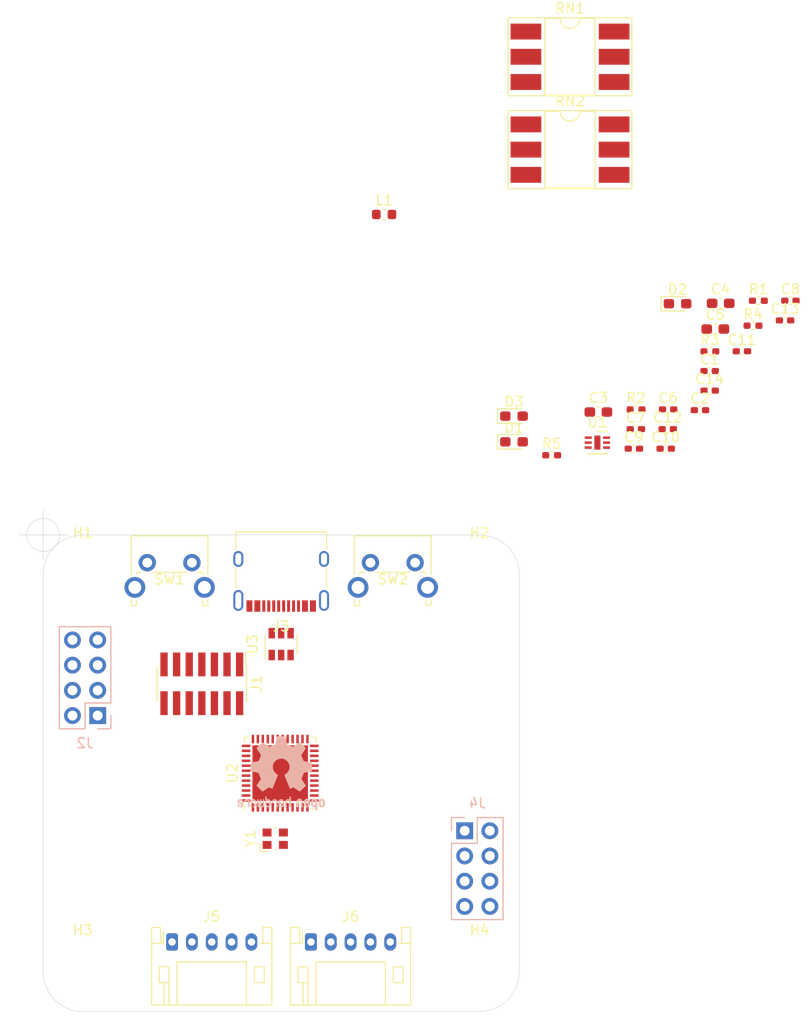
<source format=kicad_pcb>
(kicad_pcb (version 20171130) (host pcbnew 5.1.9-73d0e3b20d~88~ubuntu18.04.1)

  (general
    (thickness 1.6)
    (drawings 9)
    (tracks 0)
    (zones 0)
    (modules 42)
    (nets 33)
  )

  (page A4)
  (layers
    (0 F.Cu signal)
    (1 In1.Cu power)
    (2 In2.Cu power)
    (31 B.Cu signal)
    (32 B.Adhes user)
    (33 F.Adhes user)
    (34 B.Paste user)
    (35 F.Paste user)
    (36 B.SilkS user)
    (37 F.SilkS user)
    (38 B.Mask user)
    (39 F.Mask user)
    (40 Dwgs.User user)
    (41 Cmts.User user)
    (42 Eco1.User user)
    (43 Eco2.User user)
    (44 Edge.Cuts user)
    (45 Margin user)
    (46 B.CrtYd user)
    (47 F.CrtYd user)
    (48 B.Fab user)
    (49 F.Fab user)
  )

  (setup
    (last_trace_width 0.25)
    (user_trace_width 0.1524)
    (user_trace_width 0.254)
    (user_trace_width 0.3048)
    (trace_clearance 0.2)
    (zone_clearance 0.254)
    (zone_45_only no)
    (trace_min 0.127)
    (via_size 0.8)
    (via_drill 0.4)
    (via_min_size 0.4)
    (via_min_drill 0.3)
    (user_via 0.6 0.3)
    (uvia_size 0.3)
    (uvia_drill 0.1)
    (uvias_allowed no)
    (uvia_min_size 0.2)
    (uvia_min_drill 0.1)
    (edge_width 0.05)
    (segment_width 0.2)
    (pcb_text_width 0.3)
    (pcb_text_size 1.5 1.5)
    (mod_edge_width 0.12)
    (mod_text_size 1 1)
    (mod_text_width 0.15)
    (pad_size 1.524 1.524)
    (pad_drill 0.762)
    (pad_to_mask_clearance 0)
    (aux_axis_origin 13 149)
    (grid_origin 13 149)
    (visible_elements FFFDFF7F)
    (pcbplotparams
      (layerselection 0x010fc_ffffffff)
      (usegerberextensions false)
      (usegerberattributes true)
      (usegerberadvancedattributes true)
      (creategerberjobfile true)
      (excludeedgelayer true)
      (linewidth 0.100000)
      (plotframeref false)
      (viasonmask false)
      (mode 1)
      (useauxorigin false)
      (hpglpennumber 1)
      (hpglpenspeed 20)
      (hpglpendiameter 15.000000)
      (psnegative false)
      (psa4output false)
      (plotreference true)
      (plotvalue true)
      (plotinvisibletext false)
      (padsonsilk false)
      (subtractmaskfromsilk false)
      (outputformat 1)
      (mirror false)
      (drillshape 1)
      (scaleselection 1)
      (outputdirectory ""))
  )

  (net 0 "")
  (net 1 "Net-(J3-PadS1)")
  (net 2 GND)
  (net 3 HSE_IN)
  (net 4 HSE_OUT)
  (net 5 VBUS)
  (net 6 "Net-(D1-Pad1)")
  (net 7 "Net-(D2-Pad1)")
  (net 8 "Net-(D3-Pad1)")
  (net 9 ~RST)
  (net 10 SWO)
  (net 11 SWCLK)
  (net 12 SWDIO)
  (net 13 USB_CONN_D+)
  (net 14 USB_CONN_D-)
  (net 15 BOOT0)
  (net 16 USB_D+)
  (net 17 USB_D-)
  (net 18 +3V3)
  (net 19 "Net-(C6-Pad1)")
  (net 20 +3.3VA)
  (net 21 STATUS_LED)
  (net 22 JTDI)
  (net 23 L_PWM_H)
  (net 24 L_DIR_A)
  (net 25 L_DIR_B)
  (net 26 R_DIR_B)
  (net 27 R_DIR_A)
  (net 28 R_PWM_H)
  (net 29 BOOT1)
  (net 30 R_ENC_B)
  (net 31 L_ENC_B)
  (net 32 L_ENC_A)

  (net_class Default "This is the default net class."
    (clearance 0.2)
    (trace_width 0.25)
    (via_dia 0.8)
    (via_drill 0.4)
    (uvia_dia 0.3)
    (uvia_drill 0.1)
    (add_net +3.3VA)
    (add_net +3V3)
    (add_net BOOT0)
    (add_net BOOT1)
    (add_net GND)
    (add_net HSE_IN)
    (add_net HSE_OUT)
    (add_net I2C_SCL)
    (add_net I2C_SDA)
    (add_net JTDI)
    (add_net L_DIR_A)
    (add_net L_DIR_B)
    (add_net L_ENC_A)
    (add_net L_ENC_B)
    (add_net L_PWM_H)
    (add_net "Net-(C6-Pad1)")
    (add_net "Net-(D1-Pad1)")
    (add_net "Net-(D2-Pad1)")
    (add_net "Net-(D3-Pad1)")
    (add_net "Net-(J1-Pad1)")
    (add_net "Net-(J1-Pad2)")
    (add_net "Net-(J1-Pad9)")
    (add_net "Net-(J2-Pad3)")
    (add_net "Net-(J2-Pad4)")
    (add_net "Net-(J3-PadA5)")
    (add_net "Net-(J3-PadA8)")
    (add_net "Net-(J3-PadB5)")
    (add_net "Net-(J3-PadB8)")
    (add_net "Net-(J3-PadS1)")
    (add_net "Net-(J4-Pad3)")
    (add_net "Net-(J4-Pad4)")
    (add_net "Net-(U1-Pad3)")
    (add_net "Net-(U2-Pad12)")
    (add_net "Net-(U2-Pad13)")
    (add_net "Net-(U2-Pad14)")
    (add_net "Net-(U2-Pad15)")
    (add_net "Net-(U2-Pad16)")
    (add_net "Net-(U2-Pad17)")
    (add_net "Net-(U2-Pad19)")
    (add_net "Net-(U2-Pad2)")
    (add_net "Net-(U2-Pad21)")
    (add_net "Net-(U2-Pad25)")
    (add_net "Net-(U2-Pad26)")
    (add_net "Net-(U2-Pad27)")
    (add_net "Net-(U2-Pad28)")
    (add_net "Net-(U2-Pad29)")
    (add_net "Net-(U2-Pad3)")
    (add_net "Net-(U2-Pad30)")
    (add_net "Net-(U2-Pad31)")
    (add_net "Net-(U2-Pad4)")
    (add_net R_DIR_A)
    (add_net R_DIR_B)
    (add_net R_ENC_B)
    (add_net R_PWM_H)
    (add_net STATUS_LED)
    (add_net SWCLK)
    (add_net SWDIO)
    (add_net SWO)
    (add_net USART1_RX)
    (add_net USART1_TX)
    (add_net USB_CONN_D+)
    (add_net USB_CONN_D-)
    (add_net USB_D+)
    (add_net USB_D-)
    (add_net VBUS)
    (add_net ~RST)
  )

  (module Symbol:OSHW-Logo2_9.8x8mm_SilkScreen (layer B.Cu) (tedit 0) (tstamp 5FF89847)
    (at 37 173 180)
    (descr "Open Source Hardware Symbol")
    (tags "Logo Symbol OSHW")
    (attr virtual)
    (fp_text reference REF** (at 0 0) (layer B.SilkS) hide
      (effects (font (size 1 1) (thickness 0.15)) (justify mirror))
    )
    (fp_text value OSHW-Logo2_9.8x8mm_SilkScreen (at 0.75 0) (layer B.Fab) hide
      (effects (font (size 1 1) (thickness 0.15)) (justify mirror))
    )
    (fp_poly (pts (xy -3.231114 -2.584505) (xy -3.156461 -2.621727) (xy -3.090569 -2.690261) (xy -3.072423 -2.715648)
      (xy -3.052655 -2.748866) (xy -3.039828 -2.784945) (xy -3.03249 -2.833098) (xy -3.029187 -2.902536)
      (xy -3.028462 -2.994206) (xy -3.031737 -3.11983) (xy -3.043123 -3.214154) (xy -3.064959 -3.284523)
      (xy -3.099581 -3.338286) (xy -3.14933 -3.382788) (xy -3.152986 -3.385423) (xy -3.202015 -3.412377)
      (xy -3.261055 -3.425712) (xy -3.336141 -3.429) (xy -3.458205 -3.429) (xy -3.458256 -3.547497)
      (xy -3.459392 -3.613492) (xy -3.466314 -3.652202) (xy -3.484402 -3.675419) (xy -3.519038 -3.694933)
      (xy -3.527355 -3.69892) (xy -3.56628 -3.717603) (xy -3.596417 -3.729403) (xy -3.618826 -3.730422)
      (xy -3.634567 -3.716761) (xy -3.644698 -3.684522) (xy -3.650277 -3.629804) (xy -3.652365 -3.548711)
      (xy -3.652019 -3.437344) (xy -3.6503 -3.291802) (xy -3.649763 -3.248269) (xy -3.647828 -3.098205)
      (xy -3.646096 -3.000042) (xy -3.458308 -3.000042) (xy -3.457252 -3.083364) (xy -3.452562 -3.13788)
      (xy -3.441949 -3.173837) (xy -3.423128 -3.201482) (xy -3.41035 -3.214965) (xy -3.35811 -3.254417)
      (xy -3.311858 -3.257628) (xy -3.264133 -3.225049) (xy -3.262923 -3.223846) (xy -3.243506 -3.198668)
      (xy -3.231693 -3.164447) (xy -3.225735 -3.111748) (xy -3.22388 -3.031131) (xy -3.223846 -3.013271)
      (xy -3.22833 -2.902175) (xy -3.242926 -2.825161) (xy -3.26935 -2.778147) (xy -3.309317 -2.75705)
      (xy -3.332416 -2.754923) (xy -3.387238 -2.7649) (xy -3.424842 -2.797752) (xy -3.447477 -2.857857)
      (xy -3.457394 -2.949598) (xy -3.458308 -3.000042) (xy -3.646096 -3.000042) (xy -3.645778 -2.98206)
      (xy -3.643127 -2.894679) (xy -3.639394 -2.830905) (xy -3.634093 -2.785582) (xy -3.626742 -2.753555)
      (xy -3.616857 -2.729668) (xy -3.603954 -2.708764) (xy -3.598421 -2.700898) (xy -3.525031 -2.626595)
      (xy -3.43224 -2.584467) (xy -3.324904 -2.572722) (xy -3.231114 -2.584505)) (layer B.SilkS) (width 0.01))
    (fp_poly (pts (xy -1.728336 -2.595089) (xy -1.665633 -2.631358) (xy -1.622039 -2.667358) (xy -1.590155 -2.705075)
      (xy -1.56819 -2.751199) (xy -1.554351 -2.812421) (xy -1.546847 -2.895431) (xy -1.543883 -3.006919)
      (xy -1.543539 -3.087062) (xy -1.543539 -3.382065) (xy -1.709615 -3.456515) (xy -1.719385 -3.133402)
      (xy -1.723421 -3.012729) (xy -1.727656 -2.925141) (xy -1.732903 -2.86465) (xy -1.739975 -2.825268)
      (xy -1.749689 -2.801007) (xy -1.762856 -2.78588) (xy -1.767081 -2.782606) (xy -1.831091 -2.757034)
      (xy -1.895792 -2.767153) (xy -1.934308 -2.794) (xy -1.949975 -2.813024) (xy -1.96082 -2.837988)
      (xy -1.967712 -2.875834) (xy -1.971521 -2.933502) (xy -1.973117 -3.017935) (xy -1.973385 -3.105928)
      (xy -1.973437 -3.216323) (xy -1.975328 -3.294463) (xy -1.981655 -3.347165) (xy -1.995017 -3.381242)
      (xy -2.018015 -3.403511) (xy -2.053246 -3.420787) (xy -2.100303 -3.438738) (xy -2.151697 -3.458278)
      (xy -2.145579 -3.111485) (xy -2.143116 -2.986468) (xy -2.140233 -2.894082) (xy -2.136102 -2.827881)
      (xy -2.129893 -2.78142) (xy -2.120774 -2.748256) (xy -2.107917 -2.721944) (xy -2.092416 -2.698729)
      (xy -2.017629 -2.624569) (xy -1.926372 -2.581684) (xy -1.827117 -2.571412) (xy -1.728336 -2.595089)) (layer B.SilkS) (width 0.01))
    (fp_poly (pts (xy -3.983114 -2.587256) (xy -3.891536 -2.635409) (xy -3.823951 -2.712905) (xy -3.799943 -2.762727)
      (xy -3.781262 -2.837533) (xy -3.771699 -2.932052) (xy -3.770792 -3.03521) (xy -3.778079 -3.135935)
      (xy -3.793097 -3.223153) (xy -3.815385 -3.285791) (xy -3.822235 -3.296579) (xy -3.903368 -3.377105)
      (xy -3.999734 -3.425336) (xy -4.104299 -3.43945) (xy -4.210032 -3.417629) (xy -4.239457 -3.404547)
      (xy -4.296759 -3.364231) (xy -4.34705 -3.310775) (xy -4.351803 -3.303995) (xy -4.371122 -3.271321)
      (xy -4.383892 -3.236394) (xy -4.391436 -3.190414) (xy -4.395076 -3.124584) (xy -4.396135 -3.030105)
      (xy -4.396154 -3.008923) (xy -4.396106 -3.002182) (xy -4.200769 -3.002182) (xy -4.199632 -3.091349)
      (xy -4.195159 -3.15052) (xy -4.185754 -3.188741) (xy -4.169824 -3.215053) (xy -4.161692 -3.223846)
      (xy -4.114942 -3.257261) (xy -4.069553 -3.255737) (xy -4.02366 -3.226752) (xy -3.996288 -3.195809)
      (xy -3.980077 -3.150643) (xy -3.970974 -3.07942) (xy -3.970349 -3.071114) (xy -3.968796 -2.942037)
      (xy -3.985035 -2.846172) (xy -4.018848 -2.784107) (xy -4.070016 -2.756432) (xy -4.08828 -2.754923)
      (xy -4.13624 -2.762513) (xy -4.169047 -2.788808) (xy -4.189105 -2.839095) (xy -4.198822 -2.918664)
      (xy -4.200769 -3.002182) (xy -4.396106 -3.002182) (xy -4.395426 -2.908249) (xy -4.392371 -2.837906)
      (xy -4.385678 -2.789163) (xy -4.37404 -2.753288) (xy -4.356147 -2.721548) (xy -4.352192 -2.715648)
      (xy -4.285733 -2.636104) (xy -4.213315 -2.589929) (xy -4.125151 -2.571599) (xy -4.095213 -2.570703)
      (xy -3.983114 -2.587256)) (layer B.SilkS) (width 0.01))
    (fp_poly (pts (xy -2.465746 -2.599745) (xy -2.388714 -2.651567) (xy -2.329184 -2.726412) (xy -2.293622 -2.821654)
      (xy -2.286429 -2.891756) (xy -2.287246 -2.921009) (xy -2.294086 -2.943407) (xy -2.312888 -2.963474)
      (xy -2.349592 -2.985733) (xy -2.410138 -3.014709) (xy -2.500466 -3.054927) (xy -2.500923 -3.055129)
      (xy -2.584067 -3.09321) (xy -2.652247 -3.127025) (xy -2.698495 -3.152933) (xy -2.715842 -3.167295)
      (xy -2.715846 -3.167411) (xy -2.700557 -3.198685) (xy -2.664804 -3.233157) (xy -2.623758 -3.25799)
      (xy -2.602963 -3.262923) (xy -2.54623 -3.245862) (xy -2.497373 -3.203133) (xy -2.473535 -3.156155)
      (xy -2.450603 -3.121522) (xy -2.405682 -3.082081) (xy -2.352877 -3.048009) (xy -2.30629 -3.02948)
      (xy -2.296548 -3.028462) (xy -2.285582 -3.045215) (xy -2.284921 -3.088039) (xy -2.29298 -3.145781)
      (xy -2.308173 -3.207289) (xy -2.328914 -3.261409) (xy -2.329962 -3.26351) (xy -2.392379 -3.35066)
      (xy -2.473274 -3.409939) (xy -2.565144 -3.439034) (xy -2.660487 -3.435634) (xy -2.751802 -3.397428)
      (xy -2.755862 -3.394741) (xy -2.827694 -3.329642) (xy -2.874927 -3.244705) (xy -2.901066 -3.133021)
      (xy -2.904574 -3.101643) (xy -2.910787 -2.953536) (xy -2.903339 -2.884468) (xy -2.715846 -2.884468)
      (xy -2.71341 -2.927552) (xy -2.700086 -2.940126) (xy -2.666868 -2.930719) (xy -2.614506 -2.908483)
      (xy -2.555976 -2.88061) (xy -2.554521 -2.879872) (xy -2.504911 -2.853777) (xy -2.485 -2.836363)
      (xy -2.48991 -2.818107) (xy -2.510584 -2.79412) (xy -2.563181 -2.759406) (xy -2.619823 -2.756856)
      (xy -2.670631 -2.782119) (xy -2.705724 -2.830847) (xy -2.715846 -2.884468) (xy -2.903339 -2.884468)
      (xy -2.898008 -2.835036) (xy -2.865222 -2.741055) (xy -2.819579 -2.675215) (xy -2.737198 -2.608681)
      (xy -2.646454 -2.575676) (xy -2.553815 -2.573573) (xy -2.465746 -2.599745)) (layer B.SilkS) (width 0.01))
    (fp_poly (pts (xy -0.840154 -2.49212) (xy -0.834428 -2.57198) (xy -0.827851 -2.619039) (xy -0.818738 -2.639566)
      (xy -0.805402 -2.639829) (xy -0.801077 -2.637378) (xy -0.743556 -2.619636) (xy -0.668732 -2.620672)
      (xy -0.592661 -2.63891) (xy -0.545082 -2.662505) (xy -0.496298 -2.700198) (xy -0.460636 -2.742855)
      (xy -0.436155 -2.797057) (xy -0.420913 -2.869384) (xy -0.41297 -2.966419) (xy -0.410384 -3.094742)
      (xy -0.410338 -3.119358) (xy -0.410308 -3.39587) (xy -0.471839 -3.41732) (xy -0.515541 -3.431912)
      (xy -0.539518 -3.438706) (xy -0.540223 -3.438769) (xy -0.542585 -3.420345) (xy -0.544594 -3.369526)
      (xy -0.546099 -3.292993) (xy -0.546947 -3.19743) (xy -0.547077 -3.139329) (xy -0.547349 -3.024771)
      (xy -0.548748 -2.942667) (xy -0.552151 -2.886393) (xy -0.558433 -2.849326) (xy -0.568471 -2.824844)
      (xy -0.583139 -2.806325) (xy -0.592298 -2.797406) (xy -0.655211 -2.761466) (xy -0.723864 -2.758775)
      (xy -0.786152 -2.78917) (xy -0.797671 -2.800144) (xy -0.814567 -2.820779) (xy -0.826286 -2.845256)
      (xy -0.833767 -2.880647) (xy -0.837946 -2.934026) (xy -0.839763 -3.012466) (xy -0.840154 -3.120617)
      (xy -0.840154 -3.39587) (xy -0.901685 -3.41732) (xy -0.945387 -3.431912) (xy -0.969364 -3.438706)
      (xy -0.97007 -3.438769) (xy -0.971874 -3.420069) (xy -0.9735 -3.367322) (xy -0.974883 -3.285557)
      (xy -0.975958 -3.179805) (xy -0.97666 -3.055094) (xy -0.976923 -2.916455) (xy -0.976923 -2.381806)
      (xy -0.849923 -2.328236) (xy -0.840154 -2.49212)) (layer B.SilkS) (width 0.01))
    (fp_poly (pts (xy 0.053501 -2.626303) (xy 0.13006 -2.654733) (xy 0.130936 -2.655279) (xy 0.178285 -2.690127)
      (xy 0.213241 -2.730852) (xy 0.237825 -2.783925) (xy 0.254062 -2.855814) (xy 0.263975 -2.952992)
      (xy 0.269586 -3.081928) (xy 0.270077 -3.100298) (xy 0.277141 -3.377287) (xy 0.217695 -3.408028)
      (xy 0.174681 -3.428802) (xy 0.14871 -3.438646) (xy 0.147509 -3.438769) (xy 0.143014 -3.420606)
      (xy 0.139444 -3.371612) (xy 0.137248 -3.300031) (xy 0.136769 -3.242068) (xy 0.136758 -3.14817)
      (xy 0.132466 -3.089203) (xy 0.117503 -3.061079) (xy 0.085482 -3.059706) (xy 0.030014 -3.080998)
      (xy -0.053731 -3.120136) (xy -0.115311 -3.152643) (xy -0.146983 -3.180845) (xy -0.156294 -3.211582)
      (xy -0.156308 -3.213104) (xy -0.140943 -3.266054) (xy -0.095453 -3.29466) (xy -0.025834 -3.298803)
      (xy 0.024313 -3.298084) (xy 0.050754 -3.312527) (xy 0.067243 -3.347218) (xy 0.076733 -3.391416)
      (xy 0.063057 -3.416493) (xy 0.057907 -3.420082) (xy 0.009425 -3.434496) (xy -0.058469 -3.436537)
      (xy -0.128388 -3.426983) (xy -0.177932 -3.409522) (xy -0.24643 -3.351364) (xy -0.285366 -3.270408)
      (xy -0.293077 -3.20716) (xy -0.287193 -3.150111) (xy -0.265899 -3.103542) (xy -0.223735 -3.062181)
      (xy -0.155241 -3.020755) (xy -0.054956 -2.973993) (xy -0.048846 -2.97135) (xy 0.04149 -2.929617)
      (xy 0.097235 -2.895391) (xy 0.121129 -2.864635) (xy 0.115913 -2.833311) (xy 0.084328 -2.797383)
      (xy 0.074883 -2.789116) (xy 0.011617 -2.757058) (xy -0.053936 -2.758407) (xy -0.111028 -2.789838)
      (xy -0.148907 -2.848024) (xy -0.152426 -2.859446) (xy -0.1867 -2.914837) (xy -0.230191 -2.941518)
      (xy -0.293077 -2.96796) (xy -0.293077 -2.899548) (xy -0.273948 -2.80011) (xy -0.217169 -2.708902)
      (xy -0.187622 -2.678389) (xy -0.120458 -2.639228) (xy -0.035044 -2.6215) (xy 0.053501 -2.626303)) (layer B.SilkS) (width 0.01))
    (fp_poly (pts (xy 0.713362 -2.62467) (xy 0.802117 -2.657421) (xy 0.874022 -2.71535) (xy 0.902144 -2.756128)
      (xy 0.932802 -2.830954) (xy 0.932165 -2.885058) (xy 0.899987 -2.921446) (xy 0.888081 -2.927633)
      (xy 0.836675 -2.946925) (xy 0.810422 -2.941982) (xy 0.80153 -2.909587) (xy 0.801077 -2.891692)
      (xy 0.784797 -2.825859) (xy 0.742365 -2.779807) (xy 0.683388 -2.757564) (xy 0.617475 -2.763161)
      (xy 0.563895 -2.792229) (xy 0.545798 -2.80881) (xy 0.532971 -2.828925) (xy 0.524306 -2.859332)
      (xy 0.518696 -2.906788) (xy 0.515035 -2.97805) (xy 0.512215 -3.079875) (xy 0.511484 -3.112115)
      (xy 0.50882 -3.22241) (xy 0.505792 -3.300036) (xy 0.50125 -3.351396) (xy 0.494046 -3.38289)
      (xy 0.483033 -3.40092) (xy 0.46706 -3.411888) (xy 0.456834 -3.416733) (xy 0.413406 -3.433301)
      (xy 0.387842 -3.438769) (xy 0.379395 -3.420507) (xy 0.374239 -3.365296) (xy 0.372346 -3.272499)
      (xy 0.373689 -3.141478) (xy 0.374107 -3.121269) (xy 0.377058 -3.001733) (xy 0.380548 -2.914449)
      (xy 0.385514 -2.852591) (xy 0.392893 -2.809336) (xy 0.403624 -2.77786) (xy 0.418645 -2.751339)
      (xy 0.426502 -2.739975) (xy 0.471553 -2.689692) (xy 0.52194 -2.650581) (xy 0.528108 -2.647167)
      (xy 0.618458 -2.620212) (xy 0.713362 -2.62467)) (layer B.SilkS) (width 0.01))
    (fp_poly (pts (xy 1.602081 -2.780289) (xy 1.601833 -2.92632) (xy 1.600872 -3.038655) (xy 1.598794 -3.122678)
      (xy 1.595193 -3.183769) (xy 1.589665 -3.227309) (xy 1.581804 -3.258679) (xy 1.571207 -3.283262)
      (xy 1.563182 -3.297294) (xy 1.496728 -3.373388) (xy 1.41247 -3.421084) (xy 1.319249 -3.438199)
      (xy 1.2259 -3.422546) (xy 1.170312 -3.394418) (xy 1.111957 -3.34576) (xy 1.072186 -3.286333)
      (xy 1.04819 -3.208507) (xy 1.037161 -3.104652) (xy 1.035599 -3.028462) (xy 1.035809 -3.022986)
      (xy 1.172308 -3.022986) (xy 1.173141 -3.110355) (xy 1.176961 -3.168192) (xy 1.185746 -3.206029)
      (xy 1.201474 -3.233398) (xy 1.220266 -3.254042) (xy 1.283375 -3.29389) (xy 1.351137 -3.297295)
      (xy 1.415179 -3.264025) (xy 1.420164 -3.259517) (xy 1.441439 -3.236067) (xy 1.454779 -3.208166)
      (xy 1.462001 -3.166641) (xy 1.464923 -3.102316) (xy 1.465385 -3.0312) (xy 1.464383 -2.941858)
      (xy 1.460238 -2.882258) (xy 1.451236 -2.843089) (xy 1.435667 -2.81504) (xy 1.422902 -2.800144)
      (xy 1.3636 -2.762575) (xy 1.295301 -2.758057) (xy 1.23011 -2.786753) (xy 1.217528 -2.797406)
      (xy 1.196111 -2.821063) (xy 1.182744 -2.849251) (xy 1.175566 -2.891245) (xy 1.172719 -2.956319)
      (xy 1.172308 -3.022986) (xy 1.035809 -3.022986) (xy 1.040322 -2.905765) (xy 1.056362 -2.813577)
      (xy 1.086528 -2.744269) (xy 1.133629 -2.690211) (xy 1.170312 -2.662505) (xy 1.23699 -2.632572)
      (xy 1.314272 -2.618678) (xy 1.38611 -2.622397) (xy 1.426308 -2.6374) (xy 1.442082 -2.64167)
      (xy 1.45255 -2.62575) (xy 1.459856 -2.583089) (xy 1.465385 -2.518106) (xy 1.471437 -2.445732)
      (xy 1.479844 -2.402187) (xy 1.495141 -2.377287) (xy 1.521864 -2.360845) (xy 1.538654 -2.353564)
      (xy 1.602154 -2.326963) (xy 1.602081 -2.780289)) (layer B.SilkS) (width 0.01))
    (fp_poly (pts (xy 2.395929 -2.636662) (xy 2.398911 -2.688068) (xy 2.401247 -2.766192) (xy 2.402749 -2.864857)
      (xy 2.403231 -2.968343) (xy 2.403231 -3.318533) (xy 2.341401 -3.380363) (xy 2.298793 -3.418462)
      (xy 2.26139 -3.433895) (xy 2.21027 -3.432918) (xy 2.189978 -3.430433) (xy 2.126554 -3.4232)
      (xy 2.074095 -3.419055) (xy 2.061308 -3.418672) (xy 2.018199 -3.421176) (xy 1.956544 -3.427462)
      (xy 1.932638 -3.430433) (xy 1.873922 -3.435028) (xy 1.834464 -3.425046) (xy 1.795338 -3.394228)
      (xy 1.781215 -3.380363) (xy 1.719385 -3.318533) (xy 1.719385 -2.663503) (xy 1.76915 -2.640829)
      (xy 1.812002 -2.624034) (xy 1.837073 -2.618154) (xy 1.843501 -2.636736) (xy 1.849509 -2.688655)
      (xy 1.854697 -2.768172) (xy 1.858664 -2.869546) (xy 1.860577 -2.955192) (xy 1.865923 -3.292231)
      (xy 1.91256 -3.298825) (xy 1.954976 -3.294214) (xy 1.97576 -3.279287) (xy 1.98157 -3.251377)
      (xy 1.98653 -3.191925) (xy 1.990246 -3.108466) (xy 1.992324 -3.008532) (xy 1.992624 -2.957104)
      (xy 1.992923 -2.661054) (xy 2.054454 -2.639604) (xy 2.098004 -2.62502) (xy 2.121694 -2.618219)
      (xy 2.122377 -2.618154) (xy 2.124754 -2.636642) (xy 2.127366 -2.687906) (xy 2.129995 -2.765649)
      (xy 2.132421 -2.863574) (xy 2.134115 -2.955192) (xy 2.139461 -3.292231) (xy 2.256692 -3.292231)
      (xy 2.262072 -2.984746) (xy 2.267451 -2.677261) (xy 2.324601 -2.647707) (xy 2.366797 -2.627413)
      (xy 2.39177 -2.618204) (xy 2.392491 -2.618154) (xy 2.395929 -2.636662)) (layer B.SilkS) (width 0.01))
    (fp_poly (pts (xy 2.887333 -2.633528) (xy 2.94359 -2.659117) (xy 2.987747 -2.690124) (xy 3.020101 -2.724795)
      (xy 3.042438 -2.76952) (xy 3.056546 -2.830692) (xy 3.064211 -2.914701) (xy 3.06722 -3.02794)
      (xy 3.067538 -3.102509) (xy 3.067538 -3.39342) (xy 3.017773 -3.416095) (xy 2.978576 -3.432667)
      (xy 2.959157 -3.438769) (xy 2.955442 -3.42061) (xy 2.952495 -3.371648) (xy 2.950691 -3.300153)
      (xy 2.950308 -3.243385) (xy 2.948661 -3.161371) (xy 2.944222 -3.096309) (xy 2.93774 -3.056467)
      (xy 2.93259 -3.048) (xy 2.897977 -3.056646) (xy 2.84364 -3.078823) (xy 2.780722 -3.108886)
      (xy 2.720368 -3.141192) (xy 2.673721 -3.170098) (xy 2.651926 -3.189961) (xy 2.651839 -3.190175)
      (xy 2.653714 -3.226935) (xy 2.670525 -3.262026) (xy 2.700039 -3.290528) (xy 2.743116 -3.300061)
      (xy 2.779932 -3.29895) (xy 2.832074 -3.298133) (xy 2.859444 -3.310349) (xy 2.875882 -3.342624)
      (xy 2.877955 -3.34871) (xy 2.885081 -3.394739) (xy 2.866024 -3.422687) (xy 2.816353 -3.436007)
      (xy 2.762697 -3.43847) (xy 2.666142 -3.42021) (xy 2.616159 -3.394131) (xy 2.554429 -3.332868)
      (xy 2.52169 -3.25767) (xy 2.518753 -3.178211) (xy 2.546424 -3.104167) (xy 2.588047 -3.057769)
      (xy 2.629604 -3.031793) (xy 2.694922 -2.998907) (xy 2.771038 -2.965557) (xy 2.783726 -2.960461)
      (xy 2.867333 -2.923565) (xy 2.91553 -2.891046) (xy 2.93103 -2.858718) (xy 2.91655 -2.822394)
      (xy 2.891692 -2.794) (xy 2.832939 -2.759039) (xy 2.768293 -2.756417) (xy 2.709008 -2.783358)
      (xy 2.666339 -2.837088) (xy 2.660739 -2.85095) (xy 2.628133 -2.901936) (xy 2.58053 -2.939787)
      (xy 2.520461 -2.97085) (xy 2.520461 -2.882768) (xy 2.523997 -2.828951) (xy 2.539156 -2.786534)
      (xy 2.572768 -2.741279) (xy 2.605035 -2.70642) (xy 2.655209 -2.657062) (xy 2.694193 -2.630547)
      (xy 2.736064 -2.619911) (xy 2.78346 -2.618154) (xy 2.887333 -2.633528)) (layer B.SilkS) (width 0.01))
    (fp_poly (pts (xy 3.570807 -2.636782) (xy 3.594161 -2.646988) (xy 3.649902 -2.691134) (xy 3.697569 -2.754967)
      (xy 3.727048 -2.823087) (xy 3.731846 -2.85667) (xy 3.71576 -2.903556) (xy 3.680475 -2.928365)
      (xy 3.642644 -2.943387) (xy 3.625321 -2.946155) (xy 3.616886 -2.926066) (xy 3.60023 -2.882351)
      (xy 3.592923 -2.862598) (xy 3.551948 -2.794271) (xy 3.492622 -2.760191) (xy 3.416552 -2.761239)
      (xy 3.410918 -2.762581) (xy 3.370305 -2.781836) (xy 3.340448 -2.819375) (xy 3.320055 -2.879809)
      (xy 3.307836 -2.967751) (xy 3.3025 -3.087813) (xy 3.302 -3.151698) (xy 3.301752 -3.252403)
      (xy 3.300126 -3.321054) (xy 3.295801 -3.364673) (xy 3.287454 -3.390282) (xy 3.273765 -3.404903)
      (xy 3.253411 -3.415558) (xy 3.252234 -3.416095) (xy 3.213038 -3.432667) (xy 3.193619 -3.438769)
      (xy 3.190635 -3.420319) (xy 3.188081 -3.369323) (xy 3.18614 -3.292308) (xy 3.184997 -3.195805)
      (xy 3.184769 -3.125184) (xy 3.185932 -2.988525) (xy 3.190479 -2.884851) (xy 3.199999 -2.808108)
      (xy 3.216081 -2.752246) (xy 3.240313 -2.711212) (xy 3.274286 -2.678954) (xy 3.307833 -2.65644)
      (xy 3.388499 -2.626476) (xy 3.482381 -2.619718) (xy 3.570807 -2.636782)) (layer B.SilkS) (width 0.01))
    (fp_poly (pts (xy 4.245224 -2.647838) (xy 4.322528 -2.698361) (xy 4.359814 -2.74359) (xy 4.389353 -2.825663)
      (xy 4.391699 -2.890607) (xy 4.386385 -2.977445) (xy 4.186115 -3.065103) (xy 4.088739 -3.109887)
      (xy 4.025113 -3.145913) (xy 3.992029 -3.177117) (xy 3.98628 -3.207436) (xy 4.004658 -3.240805)
      (xy 4.024923 -3.262923) (xy 4.083889 -3.298393) (xy 4.148024 -3.300879) (xy 4.206926 -3.273235)
      (xy 4.250197 -3.21832) (xy 4.257936 -3.198928) (xy 4.295006 -3.138364) (xy 4.337654 -3.112552)
      (xy 4.396154 -3.090471) (xy 4.396154 -3.174184) (xy 4.390982 -3.23115) (xy 4.370723 -3.279189)
      (xy 4.328262 -3.334346) (xy 4.321951 -3.341514) (xy 4.27472 -3.390585) (xy 4.234121 -3.41692)
      (xy 4.183328 -3.429035) (xy 4.14122 -3.433003) (xy 4.065902 -3.433991) (xy 4.012286 -3.421466)
      (xy 3.978838 -3.402869) (xy 3.926268 -3.361975) (xy 3.889879 -3.317748) (xy 3.86685 -3.262126)
      (xy 3.854359 -3.187047) (xy 3.849587 -3.084449) (xy 3.849206 -3.032376) (xy 3.850501 -2.969948)
      (xy 3.968471 -2.969948) (xy 3.969839 -3.003438) (xy 3.973249 -3.008923) (xy 3.995753 -3.001472)
      (xy 4.044182 -2.981753) (xy 4.108908 -2.953718) (xy 4.122443 -2.947692) (xy 4.204244 -2.906096)
      (xy 4.249312 -2.869538) (xy 4.259217 -2.835296) (xy 4.235526 -2.800648) (xy 4.21596 -2.785339)
      (xy 4.14536 -2.754721) (xy 4.07928 -2.75978) (xy 4.023959 -2.797151) (xy 3.985636 -2.863473)
      (xy 3.973349 -2.916116) (xy 3.968471 -2.969948) (xy 3.850501 -2.969948) (xy 3.85173 -2.91072)
      (xy 3.861032 -2.82071) (xy 3.87946 -2.755167) (xy 3.90936 -2.706912) (xy 3.95308 -2.668767)
      (xy 3.972141 -2.65644) (xy 4.058726 -2.624336) (xy 4.153522 -2.622316) (xy 4.245224 -2.647838)) (layer B.SilkS) (width 0.01))
    (fp_poly (pts (xy 0.139878 3.712224) (xy 0.245612 3.711645) (xy 0.322132 3.710078) (xy 0.374372 3.707028)
      (xy 0.407263 3.702004) (xy 0.425737 3.694511) (xy 0.434727 3.684056) (xy 0.439163 3.670147)
      (xy 0.439594 3.668346) (xy 0.446333 3.635855) (xy 0.458808 3.571748) (xy 0.475719 3.482849)
      (xy 0.495771 3.375981) (xy 0.517664 3.257967) (xy 0.518429 3.253822) (xy 0.540359 3.138169)
      (xy 0.560877 3.035986) (xy 0.578659 2.953402) (xy 0.592381 2.896544) (xy 0.600718 2.871542)
      (xy 0.601116 2.871099) (xy 0.625677 2.85889) (xy 0.676315 2.838544) (xy 0.742095 2.814455)
      (xy 0.742461 2.814326) (xy 0.825317 2.783182) (xy 0.923 2.743509) (xy 1.015077 2.703619)
      (xy 1.019434 2.701647) (xy 1.169407 2.63358) (xy 1.501498 2.860361) (xy 1.603374 2.929496)
      (xy 1.695657 2.991303) (xy 1.773003 3.042267) (xy 1.830064 3.078873) (xy 1.861495 3.097606)
      (xy 1.864479 3.098996) (xy 1.887321 3.09281) (xy 1.929982 3.062965) (xy 1.994128 3.008053)
      (xy 2.081421 2.926666) (xy 2.170535 2.840078) (xy 2.256441 2.754753) (xy 2.333327 2.676892)
      (xy 2.396564 2.611303) (xy 2.441523 2.562795) (xy 2.463576 2.536175) (xy 2.464396 2.534805)
      (xy 2.466834 2.516537) (xy 2.45765 2.486705) (xy 2.434574 2.441279) (xy 2.395337 2.37623)
      (xy 2.33767 2.28753) (xy 2.260795 2.173343) (xy 2.19257 2.072838) (xy 2.131582 1.982697)
      (xy 2.081356 1.908151) (xy 2.045416 1.854435) (xy 2.027287 1.826782) (xy 2.026146 1.824905)
      (xy 2.028359 1.79841) (xy 2.045138 1.746914) (xy 2.073142 1.680149) (xy 2.083122 1.658828)
      (xy 2.126672 1.563841) (xy 2.173134 1.456063) (xy 2.210877 1.362808) (xy 2.238073 1.293594)
      (xy 2.259675 1.240994) (xy 2.272158 1.213503) (xy 2.273709 1.211384) (xy 2.296668 1.207876)
      (xy 2.350786 1.198262) (xy 2.428868 1.183911) (xy 2.523719 1.166193) (xy 2.628143 1.146475)
      (xy 2.734944 1.126126) (xy 2.836926 1.106514) (xy 2.926894 1.089009) (xy 2.997653 1.074978)
      (xy 3.042006 1.065791) (xy 3.052885 1.063193) (xy 3.064122 1.056782) (xy 3.072605 1.042303)
      (xy 3.078714 1.014867) (xy 3.082832 0.969589) (xy 3.085341 0.90158) (xy 3.086621 0.805953)
      (xy 3.087054 0.67782) (xy 3.087077 0.625299) (xy 3.087077 0.198155) (xy 2.9845 0.177909)
      (xy 2.927431 0.16693) (xy 2.842269 0.150905) (xy 2.739372 0.131767) (xy 2.629096 0.111449)
      (xy 2.598615 0.105868) (xy 2.496855 0.086083) (xy 2.408205 0.066627) (xy 2.340108 0.049303)
      (xy 2.300004 0.035912) (xy 2.293323 0.031921) (xy 2.276919 0.003658) (xy 2.253399 -0.051109)
      (xy 2.227316 -0.121588) (xy 2.222142 -0.136769) (xy 2.187956 -0.230896) (xy 2.145523 -0.337101)
      (xy 2.103997 -0.432473) (xy 2.103792 -0.432916) (xy 2.03464 -0.582525) (xy 2.489512 -1.251617)
      (xy 2.1975 -1.544116) (xy 2.10918 -1.63117) (xy 2.028625 -1.707909) (xy 1.96036 -1.770237)
      (xy 1.908908 -1.814056) (xy 1.878794 -1.83527) (xy 1.874474 -1.836616) (xy 1.849111 -1.826016)
      (xy 1.797358 -1.796547) (xy 1.724868 -1.751705) (xy 1.637294 -1.694984) (xy 1.542612 -1.631462)
      (xy 1.446516 -1.566668) (xy 1.360837 -1.510287) (xy 1.291016 -1.465788) (xy 1.242494 -1.436639)
      (xy 1.220782 -1.426308) (xy 1.194293 -1.43505) (xy 1.144062 -1.458087) (xy 1.080451 -1.490631)
      (xy 1.073708 -1.494249) (xy 0.988046 -1.53721) (xy 0.929306 -1.558279) (xy 0.892772 -1.558503)
      (xy 0.873731 -1.538928) (xy 0.87362 -1.538654) (xy 0.864102 -1.515472) (xy 0.841403 -1.460441)
      (xy 0.807282 -1.377822) (xy 0.7635 -1.271872) (xy 0.711816 -1.146852) (xy 0.653992 -1.00702)
      (xy 0.597991 -0.871637) (xy 0.536447 -0.722234) (xy 0.479939 -0.583832) (xy 0.430161 -0.460673)
      (xy 0.388806 -0.357002) (xy 0.357568 -0.277059) (xy 0.338141 -0.225088) (xy 0.332154 -0.205692)
      (xy 0.347168 -0.183443) (xy 0.386439 -0.147982) (xy 0.438807 -0.108887) (xy 0.587941 0.014755)
      (xy 0.704511 0.156478) (xy 0.787118 0.313296) (xy 0.834366 0.482225) (xy 0.844857 0.660278)
      (xy 0.837231 0.742461) (xy 0.795682 0.912969) (xy 0.724123 1.063541) (xy 0.626995 1.192691)
      (xy 0.508734 1.298936) (xy 0.37378 1.38079) (xy 0.226571 1.436768) (xy 0.071544 1.465385)
      (xy -0.086861 1.465156) (xy -0.244206 1.434595) (xy -0.396054 1.372218) (xy -0.537965 1.27654)
      (xy -0.597197 1.222428) (xy -0.710797 1.08348) (xy -0.789894 0.931639) (xy -0.835014 0.771333)
      (xy -0.846684 0.606988) (xy -0.825431 0.443029) (xy -0.77178 0.283882) (xy -0.68626 0.133975)
      (xy -0.569395 -0.002267) (xy -0.438807 -0.108887) (xy -0.384412 -0.149642) (xy -0.345986 -0.184718)
      (xy -0.332154 -0.205726) (xy -0.339397 -0.228635) (xy -0.359995 -0.283365) (xy -0.392254 -0.365672)
      (xy -0.434479 -0.471315) (xy -0.484977 -0.59605) (xy -0.542052 -0.735636) (xy -0.598146 -0.87167)
      (xy -0.660033 -1.021201) (xy -0.717356 -1.159767) (xy -0.768356 -1.283107) (xy -0.811273 -1.386964)
      (xy -0.844347 -1.46708) (xy -0.865819 -1.519195) (xy -0.873775 -1.538654) (xy -0.892571 -1.558423)
      (xy -0.928926 -1.558365) (xy -0.987521 -1.537441) (xy -1.073032 -1.494613) (xy -1.073708 -1.494249)
      (xy -1.138093 -1.461012) (xy -1.190139 -1.436802) (xy -1.219488 -1.426404) (xy -1.220783 -1.426308)
      (xy -1.242876 -1.436855) (xy -1.291652 -1.466184) (xy -1.361669 -1.510827) (xy -1.447486 -1.567314)
      (xy -1.542612 -1.631462) (xy -1.63946 -1.696411) (xy -1.726747 -1.752896) (xy -1.798819 -1.797421)
      (xy -1.850023 -1.82649) (xy -1.874474 -1.836616) (xy -1.89699 -1.823307) (xy -1.942258 -1.786112)
      (xy -2.005756 -1.729128) (xy -2.082961 -1.656449) (xy -2.169349 -1.572171) (xy -2.197601 -1.544016)
      (xy -2.489713 -1.251416) (xy -2.267369 -0.925104) (xy -2.199798 -0.824897) (xy -2.140493 -0.734963)
      (xy -2.092783 -0.66051) (xy -2.059993 -0.606751) (xy -2.045452 -0.578894) (xy -2.045026 -0.576912)
      (xy -2.052692 -0.550655) (xy -2.073311 -0.497837) (xy -2.103315 -0.42731) (xy -2.124375 -0.380093)
      (xy -2.163752 -0.289694) (xy -2.200835 -0.198366) (xy -2.229585 -0.1212) (xy -2.237395 -0.097692)
      (xy -2.259583 -0.034916) (xy -2.281273 0.013589) (xy -2.293187 0.031921) (xy -2.319477 0.043141)
      (xy -2.376858 0.059046) (xy -2.457882 0.077833) (xy -2.555105 0.097701) (xy -2.598615 0.105868)
      (xy -2.709104 0.126171) (xy -2.815084 0.14583) (xy -2.906199 0.162912) (xy -2.972092 0.175482)
      (xy -2.9845 0.177909) (xy -3.087077 0.198155) (xy -3.087077 0.625299) (xy -3.086847 0.765754)
      (xy -3.085901 0.872021) (xy -3.083859 0.948987) (xy -3.080338 1.00154) (xy -3.074957 1.034567)
      (xy -3.067334 1.052955) (xy -3.057088 1.061592) (xy -3.052885 1.063193) (xy -3.02753 1.068873)
      (xy -2.971516 1.080205) (xy -2.892036 1.095821) (xy -2.796288 1.114353) (xy -2.691467 1.134431)
      (xy -2.584768 1.154688) (xy -2.483387 1.173754) (xy -2.394521 1.190261) (xy -2.325363 1.202841)
      (xy -2.283111 1.210125) (xy -2.27371 1.211384) (xy -2.265193 1.228237) (xy -2.24634 1.27313)
      (xy -2.220676 1.33757) (xy -2.210877 1.362808) (xy -2.171352 1.460314) (xy -2.124808 1.568041)
      (xy -2.083123 1.658828) (xy -2.05245 1.728247) (xy -2.032044 1.78529) (xy -2.025232 1.820223)
      (xy -2.026318 1.824905) (xy -2.040715 1.847009) (xy -2.073588 1.896169) (xy -2.12141 1.967152)
      (xy -2.180652 2.054722) (xy -2.247785 2.153643) (xy -2.261059 2.17317) (xy -2.338954 2.28886)
      (xy -2.396213 2.376956) (xy -2.435119 2.441514) (xy -2.457956 2.486589) (xy -2.467006 2.516237)
      (xy -2.464552 2.534515) (xy -2.464489 2.534631) (xy -2.445173 2.558639) (xy -2.402449 2.605053)
      (xy -2.340949 2.669063) (xy -2.265302 2.745855) (xy -2.180139 2.830618) (xy -2.170535 2.840078)
      (xy -2.06321 2.944011) (xy -1.980385 3.020325) (xy -1.920395 3.070429) (xy -1.881577 3.09573)
      (xy -1.86448 3.098996) (xy -1.839527 3.08475) (xy -1.787745 3.051844) (xy -1.71448 3.003792)
      (xy -1.62508 2.94411) (xy -1.524889 2.876312) (xy -1.501499 2.860361) (xy -1.169407 2.63358)
      (xy -1.019435 2.701647) (xy -0.92823 2.741315) (xy -0.830331 2.781209) (xy -0.746169 2.813017)
      (xy -0.742462 2.814326) (xy -0.676631 2.838424) (xy -0.625884 2.8588) (xy -0.601158 2.871064)
      (xy -0.601116 2.871099) (xy -0.593271 2.893266) (xy -0.579934 2.947783) (xy -0.56243 3.02852)
      (xy -0.542083 3.12935) (xy -0.520218 3.244144) (xy -0.518429 3.253822) (xy -0.496496 3.372096)
      (xy -0.47636 3.479458) (xy -0.45932 3.569083) (xy -0.446672 3.634149) (xy -0.439716 3.667832)
      (xy -0.439594 3.668346) (xy -0.435361 3.682675) (xy -0.427129 3.693493) (xy -0.409967 3.701294)
      (xy -0.378942 3.706571) (xy -0.329122 3.709818) (xy -0.255576 3.711528) (xy -0.153371 3.712193)
      (xy -0.017575 3.712307) (xy 0 3.712308) (xy 0.139878 3.712224)) (layer B.SilkS) (width 0.01))
    (model ${KIPRJMOD}/3D_models/FAN.stp
      (offset (xyz 10 0 20))
      (scale (xyz 0.4 0.4 0.5))
      (rotate (xyz -90 0 90))
    )
  )

  (module Button_Switch_THT:SW_Tactile_SPST_Angled_PTS645Vx58-2LFS (layer F.Cu) (tedit 5A02FE31) (tstamp 5FF88FF1)
    (at 46 151.8)
    (descr "tactile switch SPST right angle, PTS645VL58-2 LFS")
    (tags "tactile switch SPST angled PTS645VL58-2 LFS C&K Button")
    (path /607C75A3)
    (fp_text reference SW2 (at 2.25 1.68) (layer F.SilkS)
      (effects (font (size 1 1) (thickness 0.15)))
    )
    (fp_text value SW_SPST (at 2.25 5.38988) (layer F.Fab)
      (effects (font (size 1 1) (thickness 0.15)))
    )
    (fp_text user %R (at 2.25 1.68) (layer F.Fab)
      (effects (font (size 1 1) (thickness 0.15)))
    )
    (fp_line (start 0.5 -5.85) (end 0.5 -2.59) (layer F.Fab) (width 0.1))
    (fp_line (start 4 -5.85) (end 4 -2.59) (layer F.Fab) (width 0.1))
    (fp_line (start 0.5 -5.85) (end 4 -5.85) (layer F.Fab) (width 0.1))
    (fp_line (start -1.09 0.97) (end -1.09 1.2) (layer F.SilkS) (width 0.12))
    (fp_line (start 5.7 4.2) (end 5.7 0.86) (layer F.Fab) (width 0.1))
    (fp_line (start -1.5 4.2) (end -1.2 4.2) (layer F.Fab) (width 0.1))
    (fp_line (start -1.2 0.86) (end 5.7 0.86) (layer F.Fab) (width 0.1))
    (fp_line (start 6 4.2) (end 6 -2.59) (layer F.Fab) (width 0.1))
    (fp_line (start -2.5 -2.8) (end 7.05 -2.8) (layer F.CrtYd) (width 0.05))
    (fp_line (start 7.05 -2.8) (end 7.05 4.45) (layer F.CrtYd) (width 0.05))
    (fp_line (start 7.05 4.45) (end -2.5 4.45) (layer F.CrtYd) (width 0.05))
    (fp_line (start -2.5 4.45) (end -2.5 -2.8) (layer F.CrtYd) (width 0.05))
    (fp_line (start -1.61 -2.7) (end 6.11 -2.7) (layer F.SilkS) (width 0.12))
    (fp_line (start 6.11 -2.7) (end 6.11 1.2) (layer F.SilkS) (width 0.12))
    (fp_line (start -1.61 4.31) (end -1.09 4.31) (layer F.SilkS) (width 0.12))
    (fp_line (start -1.61 -2.7) (end -1.61 1.2) (layer F.SilkS) (width 0.12))
    (fp_line (start -1.5 -2.59) (end 6 -2.59) (layer F.Fab) (width 0.1))
    (fp_line (start -1.5 4.2) (end -1.5 -2.59) (layer F.Fab) (width 0.1))
    (fp_line (start 5.7 4.2) (end 6 4.2) (layer F.Fab) (width 0.1))
    (fp_line (start -1.2 4.2) (end -1.2 0.86) (layer F.Fab) (width 0.1))
    (fp_line (start 5.59 0.97) (end 5.59 1.2) (layer F.SilkS) (width 0.12))
    (fp_line (start -1.09 3.8) (end -1.09 4.31) (layer F.SilkS) (width 0.12))
    (fp_line (start -1.61 3.8) (end -1.61 4.31) (layer F.SilkS) (width 0.12))
    (fp_line (start 5.05 0.97) (end 5.59 0.97) (layer F.SilkS) (width 0.12))
    (fp_line (start 5.59 3.8) (end 5.59 4.31) (layer F.SilkS) (width 0.12))
    (fp_line (start 5.59 4.31) (end 6.11 4.31) (layer F.SilkS) (width 0.12))
    (fp_line (start 6.11 3.8) (end 6.11 4.31) (layer F.SilkS) (width 0.12))
    (fp_line (start -1.09 0.97) (end -0.55 0.97) (layer F.SilkS) (width 0.12))
    (fp_line (start 0.55 0.97) (end 3.95 0.97) (layer F.SilkS) (width 0.12))
    (pad "" thru_hole circle (at -1.25 2.49) (size 2.1 2.1) (drill 1.3) (layers *.Cu *.Mask))
    (pad 1 thru_hole circle (at 0 0) (size 1.75 1.75) (drill 0.99) (layers *.Cu *.Mask)
      (net 15 BOOT0))
    (pad 2 thru_hole circle (at 4.5 0) (size 1.75 1.75) (drill 0.99) (layers *.Cu *.Mask)
      (net 18 +3V3))
    (pad "" thru_hole circle (at 5.76 2.49) (size 2.1 2.1) (drill 1.3) (layers *.Cu *.Mask))
    (model ${KISYS3DMOD}/Button_Switch_THT.3dshapes/SW_Tactile_SPST_Angled_PTS645Vx58-2LFS.wrl
      (at (xyz 0 0 0))
      (scale (xyz 1 1 1))
      (rotate (xyz 0 0 0))
    )
  )

  (module Button_Switch_THT:SW_Tactile_SPST_Angled_PTS645Vx58-2LFS (layer F.Cu) (tedit 5A02FE31) (tstamp 5FF88FCB)
    (at 23.5 151.8)
    (descr "tactile switch SPST right angle, PTS645VL58-2 LFS")
    (tags "tactile switch SPST angled PTS645VL58-2 LFS C&K Button")
    (path /607B2EC2)
    (fp_text reference SW1 (at 2.25 1.68) (layer F.SilkS)
      (effects (font (size 1 1) (thickness 0.15)))
    )
    (fp_text value SW_SPST (at 2.25 5.38988) (layer F.Fab)
      (effects (font (size 1 1) (thickness 0.15)))
    )
    (fp_text user %R (at 2.25 1.68) (layer F.Fab)
      (effects (font (size 1 1) (thickness 0.15)))
    )
    (fp_line (start 0.5 -5.85) (end 0.5 -2.59) (layer F.Fab) (width 0.1))
    (fp_line (start 4 -5.85) (end 4 -2.59) (layer F.Fab) (width 0.1))
    (fp_line (start 0.5 -5.85) (end 4 -5.85) (layer F.Fab) (width 0.1))
    (fp_line (start -1.09 0.97) (end -1.09 1.2) (layer F.SilkS) (width 0.12))
    (fp_line (start 5.7 4.2) (end 5.7 0.86) (layer F.Fab) (width 0.1))
    (fp_line (start -1.5 4.2) (end -1.2 4.2) (layer F.Fab) (width 0.1))
    (fp_line (start -1.2 0.86) (end 5.7 0.86) (layer F.Fab) (width 0.1))
    (fp_line (start 6 4.2) (end 6 -2.59) (layer F.Fab) (width 0.1))
    (fp_line (start -2.5 -2.8) (end 7.05 -2.8) (layer F.CrtYd) (width 0.05))
    (fp_line (start 7.05 -2.8) (end 7.05 4.45) (layer F.CrtYd) (width 0.05))
    (fp_line (start 7.05 4.45) (end -2.5 4.45) (layer F.CrtYd) (width 0.05))
    (fp_line (start -2.5 4.45) (end -2.5 -2.8) (layer F.CrtYd) (width 0.05))
    (fp_line (start -1.61 -2.7) (end 6.11 -2.7) (layer F.SilkS) (width 0.12))
    (fp_line (start 6.11 -2.7) (end 6.11 1.2) (layer F.SilkS) (width 0.12))
    (fp_line (start -1.61 4.31) (end -1.09 4.31) (layer F.SilkS) (width 0.12))
    (fp_line (start -1.61 -2.7) (end -1.61 1.2) (layer F.SilkS) (width 0.12))
    (fp_line (start -1.5 -2.59) (end 6 -2.59) (layer F.Fab) (width 0.1))
    (fp_line (start -1.5 4.2) (end -1.5 -2.59) (layer F.Fab) (width 0.1))
    (fp_line (start 5.7 4.2) (end 6 4.2) (layer F.Fab) (width 0.1))
    (fp_line (start -1.2 4.2) (end -1.2 0.86) (layer F.Fab) (width 0.1))
    (fp_line (start 5.59 0.97) (end 5.59 1.2) (layer F.SilkS) (width 0.12))
    (fp_line (start -1.09 3.8) (end -1.09 4.31) (layer F.SilkS) (width 0.12))
    (fp_line (start -1.61 3.8) (end -1.61 4.31) (layer F.SilkS) (width 0.12))
    (fp_line (start 5.05 0.97) (end 5.59 0.97) (layer F.SilkS) (width 0.12))
    (fp_line (start 5.59 3.8) (end 5.59 4.31) (layer F.SilkS) (width 0.12))
    (fp_line (start 5.59 4.31) (end 6.11 4.31) (layer F.SilkS) (width 0.12))
    (fp_line (start 6.11 3.8) (end 6.11 4.31) (layer F.SilkS) (width 0.12))
    (fp_line (start -1.09 0.97) (end -0.55 0.97) (layer F.SilkS) (width 0.12))
    (fp_line (start 0.55 0.97) (end 3.95 0.97) (layer F.SilkS) (width 0.12))
    (pad "" thru_hole circle (at -1.25 2.49) (size 2.1 2.1) (drill 1.3) (layers *.Cu *.Mask))
    (pad 1 thru_hole circle (at 0 0) (size 1.75 1.75) (drill 0.99) (layers *.Cu *.Mask)
      (net 9 ~RST))
    (pad 2 thru_hole circle (at 4.5 0) (size 1.75 1.75) (drill 0.99) (layers *.Cu *.Mask)
      (net 2 GND))
    (pad "" thru_hole circle (at 5.76 2.49) (size 2.1 2.1) (drill 1.3) (layers *.Cu *.Mask))
    (model ${KISYS3DMOD}/Button_Switch_THT.3dshapes/SW_Tactile_SPST_Angled_PTS645Vx58-2LFS.wrl
      (at (xyz 0 0 0))
      (scale (xyz 1 1 1))
      (rotate (xyz 0 0 0))
    )
  )

  (module MountingHole:MountingHole_3.2mm_M3 (layer F.Cu) (tedit 56D1B4CB) (tstamp 5FF7B562)
    (at 17 153)
    (descr "Mounting Hole 3.2mm, no annular, M3")
    (tags "mounting hole 3.2mm no annular m3")
    (path /5FF1733C)
    (attr virtual)
    (fp_text reference H1 (at 0 -4.2) (layer F.SilkS)
      (effects (font (size 1 1) (thickness 0.15)))
    )
    (fp_text value MountingHole (at 0 4.2) (layer F.Fab)
      (effects (font (size 1 1) (thickness 0.15)))
    )
    (fp_text user %R (at 0.3 0) (layer F.Fab)
      (effects (font (size 1 1) (thickness 0.15)))
    )
    (fp_circle (center 0 0) (end 3.2 0) (layer Cmts.User) (width 0.15))
    (fp_circle (center 0 0) (end 3.45 0) (layer F.CrtYd) (width 0.05))
    (pad 1 np_thru_hole circle (at 0 0) (size 3.2 3.2) (drill 3.2) (layers *.Cu *.Mask))
  )

  (module Package_DIP:DIP-6_W8.89mm_SMDSocket_LongPads (layer F.Cu) (tedit 5A02E8C5) (tstamp 5FF82EDF)
    (at 66.12 110.2)
    (descr "6-lead though-hole mounted DIP package, row spacing 8.89 mm (350 mils), SMDSocket, LongPads")
    (tags "THT DIP DIL PDIP 2.54mm 8.89mm 350mil SMDSocket LongPads")
    (path /6032C348)
    (attr smd)
    (fp_text reference RN2 (at 0 -4.87) (layer F.SilkS)
      (effects (font (size 1 1) (thickness 0.15)))
    )
    (fp_text value R_Pack03 (at 0 4.87) (layer F.Fab)
      (effects (font (size 1 1) (thickness 0.15)))
    )
    (fp_text user %R (at 0 0) (layer F.Fab)
      (effects (font (size 1 1) (thickness 0.15)))
    )
    (fp_arc (start 0 -3.87) (end -1 -3.87) (angle -180) (layer F.SilkS) (width 0.12))
    (fp_line (start -2.175 -3.81) (end 3.175 -3.81) (layer F.Fab) (width 0.1))
    (fp_line (start 3.175 -3.81) (end 3.175 3.81) (layer F.Fab) (width 0.1))
    (fp_line (start 3.175 3.81) (end -3.175 3.81) (layer F.Fab) (width 0.1))
    (fp_line (start -3.175 3.81) (end -3.175 -2.81) (layer F.Fab) (width 0.1))
    (fp_line (start -3.175 -2.81) (end -2.175 -3.81) (layer F.Fab) (width 0.1))
    (fp_line (start -5.08 -3.87) (end -5.08 3.87) (layer F.Fab) (width 0.1))
    (fp_line (start -5.08 3.87) (end 5.08 3.87) (layer F.Fab) (width 0.1))
    (fp_line (start 5.08 3.87) (end 5.08 -3.87) (layer F.Fab) (width 0.1))
    (fp_line (start 5.08 -3.87) (end -5.08 -3.87) (layer F.Fab) (width 0.1))
    (fp_line (start -1 -3.87) (end -2.535 -3.87) (layer F.SilkS) (width 0.12))
    (fp_line (start -2.535 -3.87) (end -2.535 3.87) (layer F.SilkS) (width 0.12))
    (fp_line (start -2.535 3.87) (end 2.535 3.87) (layer F.SilkS) (width 0.12))
    (fp_line (start 2.535 3.87) (end 2.535 -3.87) (layer F.SilkS) (width 0.12))
    (fp_line (start 2.535 -3.87) (end 1 -3.87) (layer F.SilkS) (width 0.12))
    (fp_line (start -6.235 -3.93) (end -6.235 3.93) (layer F.SilkS) (width 0.12))
    (fp_line (start -6.235 3.93) (end 6.235 3.93) (layer F.SilkS) (width 0.12))
    (fp_line (start 6.235 3.93) (end 6.235 -3.93) (layer F.SilkS) (width 0.12))
    (fp_line (start 6.235 -3.93) (end -6.235 -3.93) (layer F.SilkS) (width 0.12))
    (fp_line (start -6.25 -4.15) (end -6.25 4.15) (layer F.CrtYd) (width 0.05))
    (fp_line (start -6.25 4.15) (end 6.25 4.15) (layer F.CrtYd) (width 0.05))
    (fp_line (start 6.25 4.15) (end 6.25 -4.15) (layer F.CrtYd) (width 0.05))
    (fp_line (start 6.25 -4.15) (end -6.25 -4.15) (layer F.CrtYd) (width 0.05))
    (pad 6 smd rect (at 4.445 -2.54) (size 3.1 1.6) (layers F.Cu F.Paste F.Mask)
      (net 2 GND))
    (pad 3 smd rect (at -4.445 2.54) (size 3.1 1.6) (layers F.Cu F.Paste F.Mask)
      (net 26 R_DIR_B))
    (pad 5 smd rect (at 4.445 0) (size 3.1 1.6) (layers F.Cu F.Paste F.Mask)
      (net 2 GND))
    (pad 2 smd rect (at -4.445 0) (size 3.1 1.6) (layers F.Cu F.Paste F.Mask)
      (net 27 R_DIR_A))
    (pad 4 smd rect (at 4.445 2.54) (size 3.1 1.6) (layers F.Cu F.Paste F.Mask)
      (net 2 GND))
    (pad 1 smd rect (at -4.445 -2.54) (size 3.1 1.6) (layers F.Cu F.Paste F.Mask)
      (net 28 R_PWM_H))
    (model ${KISYS3DMOD}/Package_DIP.3dshapes/DIP-6_W8.89mm_SMDSocket.wrl
      (at (xyz 0 0 0))
      (scale (xyz 1 1 1))
      (rotate (xyz 0 0 0))
    )
  )

  (module Package_DIP:DIP-6_W8.89mm_SMDSocket_LongPads (layer F.Cu) (tedit 5A02E8C5) (tstamp 5FF82EBD)
    (at 66.12 100.85)
    (descr "6-lead though-hole mounted DIP package, row spacing 8.89 mm (350 mils), SMDSocket, LongPads")
    (tags "THT DIP DIL PDIP 2.54mm 8.89mm 350mil SMDSocket LongPads")
    (path /6032B0DB)
    (attr smd)
    (fp_text reference RN1 (at 0 -4.87) (layer F.SilkS)
      (effects (font (size 1 1) (thickness 0.15)))
    )
    (fp_text value R_Pack03 (at 0 4.87) (layer F.Fab)
      (effects (font (size 1 1) (thickness 0.15)))
    )
    (fp_text user %R (at 0 0) (layer F.Fab)
      (effects (font (size 1 1) (thickness 0.15)))
    )
    (fp_arc (start 0 -3.87) (end -1 -3.87) (angle -180) (layer F.SilkS) (width 0.12))
    (fp_line (start -2.175 -3.81) (end 3.175 -3.81) (layer F.Fab) (width 0.1))
    (fp_line (start 3.175 -3.81) (end 3.175 3.81) (layer F.Fab) (width 0.1))
    (fp_line (start 3.175 3.81) (end -3.175 3.81) (layer F.Fab) (width 0.1))
    (fp_line (start -3.175 3.81) (end -3.175 -2.81) (layer F.Fab) (width 0.1))
    (fp_line (start -3.175 -2.81) (end -2.175 -3.81) (layer F.Fab) (width 0.1))
    (fp_line (start -5.08 -3.87) (end -5.08 3.87) (layer F.Fab) (width 0.1))
    (fp_line (start -5.08 3.87) (end 5.08 3.87) (layer F.Fab) (width 0.1))
    (fp_line (start 5.08 3.87) (end 5.08 -3.87) (layer F.Fab) (width 0.1))
    (fp_line (start 5.08 -3.87) (end -5.08 -3.87) (layer F.Fab) (width 0.1))
    (fp_line (start -1 -3.87) (end -2.535 -3.87) (layer F.SilkS) (width 0.12))
    (fp_line (start -2.535 -3.87) (end -2.535 3.87) (layer F.SilkS) (width 0.12))
    (fp_line (start -2.535 3.87) (end 2.535 3.87) (layer F.SilkS) (width 0.12))
    (fp_line (start 2.535 3.87) (end 2.535 -3.87) (layer F.SilkS) (width 0.12))
    (fp_line (start 2.535 -3.87) (end 1 -3.87) (layer F.SilkS) (width 0.12))
    (fp_line (start -6.235 -3.93) (end -6.235 3.93) (layer F.SilkS) (width 0.12))
    (fp_line (start -6.235 3.93) (end 6.235 3.93) (layer F.SilkS) (width 0.12))
    (fp_line (start 6.235 3.93) (end 6.235 -3.93) (layer F.SilkS) (width 0.12))
    (fp_line (start 6.235 -3.93) (end -6.235 -3.93) (layer F.SilkS) (width 0.12))
    (fp_line (start -6.25 -4.15) (end -6.25 4.15) (layer F.CrtYd) (width 0.05))
    (fp_line (start -6.25 4.15) (end 6.25 4.15) (layer F.CrtYd) (width 0.05))
    (fp_line (start 6.25 4.15) (end 6.25 -4.15) (layer F.CrtYd) (width 0.05))
    (fp_line (start 6.25 -4.15) (end -6.25 -4.15) (layer F.CrtYd) (width 0.05))
    (pad 6 smd rect (at 4.445 -2.54) (size 3.1 1.6) (layers F.Cu F.Paste F.Mask)
      (net 2 GND))
    (pad 3 smd rect (at -4.445 2.54) (size 3.1 1.6) (layers F.Cu F.Paste F.Mask)
      (net 25 L_DIR_B))
    (pad 5 smd rect (at 4.445 0) (size 3.1 1.6) (layers F.Cu F.Paste F.Mask)
      (net 2 GND))
    (pad 2 smd rect (at -4.445 0) (size 3.1 1.6) (layers F.Cu F.Paste F.Mask)
      (net 24 L_DIR_A))
    (pad 4 smd rect (at 4.445 2.54) (size 3.1 1.6) (layers F.Cu F.Paste F.Mask)
      (net 2 GND))
    (pad 1 smd rect (at -4.445 -2.54) (size 3.1 1.6) (layers F.Cu F.Paste F.Mask)
      (net 23 L_PWM_H))
    (model ${KISYS3DMOD}/Package_DIP.3dshapes/DIP-6_W8.89mm_SMDSocket.wrl
      (at (xyz 0 0 0))
      (scale (xyz 1 1 1))
      (rotate (xyz 0 0 0))
    )
  )

  (module Inductor_SMD:L_0603_1608Metric (layer F.Cu) (tedit 5F68FEF0) (tstamp 5FF82DFB)
    (at 47.38 116.73)
    (descr "Inductor SMD 0603 (1608 Metric), square (rectangular) end terminal, IPC_7351 nominal, (Body size source: http://www.tortai-tech.com/upload/download/2011102023233369053.pdf), generated with kicad-footprint-generator")
    (tags inductor)
    (path /60183DCD)
    (attr smd)
    (fp_text reference L1 (at 0 -1.43) (layer F.SilkS)
      (effects (font (size 1 1) (thickness 0.15)))
    )
    (fp_text value 39nH (at 0 1.43) (layer F.Fab)
      (effects (font (size 1 1) (thickness 0.15)))
    )
    (fp_text user %R (at 0 0) (layer F.Fab)
      (effects (font (size 0.4 0.4) (thickness 0.06)))
    )
    (fp_line (start -0.8 0.4) (end -0.8 -0.4) (layer F.Fab) (width 0.1))
    (fp_line (start -0.8 -0.4) (end 0.8 -0.4) (layer F.Fab) (width 0.1))
    (fp_line (start 0.8 -0.4) (end 0.8 0.4) (layer F.Fab) (width 0.1))
    (fp_line (start 0.8 0.4) (end -0.8 0.4) (layer F.Fab) (width 0.1))
    (fp_line (start -0.162779 -0.51) (end 0.162779 -0.51) (layer F.SilkS) (width 0.12))
    (fp_line (start -0.162779 0.51) (end 0.162779 0.51) (layer F.SilkS) (width 0.12))
    (fp_line (start -1.48 0.73) (end -1.48 -0.73) (layer F.CrtYd) (width 0.05))
    (fp_line (start -1.48 -0.73) (end 1.48 -0.73) (layer F.CrtYd) (width 0.05))
    (fp_line (start 1.48 -0.73) (end 1.48 0.73) (layer F.CrtYd) (width 0.05))
    (fp_line (start 1.48 0.73) (end -1.48 0.73) (layer F.CrtYd) (width 0.05))
    (pad 2 smd roundrect (at 0.7875 0) (size 0.875 0.95) (layers F.Cu F.Paste F.Mask) (roundrect_rratio 0.25)
      (net 20 +3.3VA))
    (pad 1 smd roundrect (at -0.7875 0) (size 0.875 0.95) (layers F.Cu F.Paste F.Mask) (roundrect_rratio 0.25)
      (net 18 +3V3))
    (model ${KISYS3DMOD}/Inductor_SMD.3dshapes/L_0603_1608Metric.wrl
      (at (xyz 0 0 0))
      (scale (xyz 1 1 1))
      (rotate (xyz 0 0 0))
    )
  )

  (module Connector_JST:JST_PH_S5B-PH-K_1x05_P2.00mm_Horizontal (layer F.Cu) (tedit 5B7745C6) (tstamp 5FF82DEA)
    (at 40 190)
    (descr "JST PH series connector, S5B-PH-K (http://www.jst-mfg.com/product/pdf/eng/ePH.pdf), generated with kicad-footprint-generator")
    (tags "connector JST PH top entry")
    (path /603E3162)
    (fp_text reference J6 (at 4 -2.55) (layer F.SilkS)
      (effects (font (size 1 1) (thickness 0.15)))
    )
    (fp_text value Conn_01x05 (at 4 7.45) (layer F.Fab)
      (effects (font (size 1 1) (thickness 0.15)))
    )
    (fp_text user %R (at 4 2.5) (layer F.Fab)
      (effects (font (size 1 1) (thickness 0.15)))
    )
    (fp_line (start -0.86 0.14) (end -1.14 0.14) (layer F.SilkS) (width 0.12))
    (fp_line (start -1.14 0.14) (end -1.14 -1.46) (layer F.SilkS) (width 0.12))
    (fp_line (start -1.14 -1.46) (end -2.06 -1.46) (layer F.SilkS) (width 0.12))
    (fp_line (start -2.06 -1.46) (end -2.06 6.36) (layer F.SilkS) (width 0.12))
    (fp_line (start -2.06 6.36) (end 10.06 6.36) (layer F.SilkS) (width 0.12))
    (fp_line (start 10.06 6.36) (end 10.06 -1.46) (layer F.SilkS) (width 0.12))
    (fp_line (start 10.06 -1.46) (end 9.14 -1.46) (layer F.SilkS) (width 0.12))
    (fp_line (start 9.14 -1.46) (end 9.14 0.14) (layer F.SilkS) (width 0.12))
    (fp_line (start 9.14 0.14) (end 8.86 0.14) (layer F.SilkS) (width 0.12))
    (fp_line (start 0.5 6.36) (end 0.5 2) (layer F.SilkS) (width 0.12))
    (fp_line (start 0.5 2) (end 7.5 2) (layer F.SilkS) (width 0.12))
    (fp_line (start 7.5 2) (end 7.5 6.36) (layer F.SilkS) (width 0.12))
    (fp_line (start -2.06 0.14) (end -1.14 0.14) (layer F.SilkS) (width 0.12))
    (fp_line (start 10.06 0.14) (end 9.14 0.14) (layer F.SilkS) (width 0.12))
    (fp_line (start -1.3 2.5) (end -1.3 4.1) (layer F.SilkS) (width 0.12))
    (fp_line (start -1.3 4.1) (end -0.3 4.1) (layer F.SilkS) (width 0.12))
    (fp_line (start -0.3 4.1) (end -0.3 2.5) (layer F.SilkS) (width 0.12))
    (fp_line (start -0.3 2.5) (end -1.3 2.5) (layer F.SilkS) (width 0.12))
    (fp_line (start 9.3 2.5) (end 9.3 4.1) (layer F.SilkS) (width 0.12))
    (fp_line (start 9.3 4.1) (end 8.3 4.1) (layer F.SilkS) (width 0.12))
    (fp_line (start 8.3 4.1) (end 8.3 2.5) (layer F.SilkS) (width 0.12))
    (fp_line (start 8.3 2.5) (end 9.3 2.5) (layer F.SilkS) (width 0.12))
    (fp_line (start -0.3 4.1) (end -0.3 6.36) (layer F.SilkS) (width 0.12))
    (fp_line (start -0.8 4.1) (end -0.8 6.36) (layer F.SilkS) (width 0.12))
    (fp_line (start -2.45 -1.85) (end -2.45 6.75) (layer F.CrtYd) (width 0.05))
    (fp_line (start -2.45 6.75) (end 10.45 6.75) (layer F.CrtYd) (width 0.05))
    (fp_line (start 10.45 6.75) (end 10.45 -1.85) (layer F.CrtYd) (width 0.05))
    (fp_line (start 10.45 -1.85) (end -2.45 -1.85) (layer F.CrtYd) (width 0.05))
    (fp_line (start -1.25 0.25) (end -1.25 -1.35) (layer F.Fab) (width 0.1))
    (fp_line (start -1.25 -1.35) (end -1.95 -1.35) (layer F.Fab) (width 0.1))
    (fp_line (start -1.95 -1.35) (end -1.95 6.25) (layer F.Fab) (width 0.1))
    (fp_line (start -1.95 6.25) (end 9.95 6.25) (layer F.Fab) (width 0.1))
    (fp_line (start 9.95 6.25) (end 9.95 -1.35) (layer F.Fab) (width 0.1))
    (fp_line (start 9.95 -1.35) (end 9.25 -1.35) (layer F.Fab) (width 0.1))
    (fp_line (start 9.25 -1.35) (end 9.25 0.25) (layer F.Fab) (width 0.1))
    (fp_line (start 9.25 0.25) (end -1.25 0.25) (layer F.Fab) (width 0.1))
    (fp_line (start -0.86 0.14) (end -0.86 -1.075) (layer F.SilkS) (width 0.12))
    (fp_line (start 0 0.875) (end -0.5 1.375) (layer F.Fab) (width 0.1))
    (fp_line (start -0.5 1.375) (end 0.5 1.375) (layer F.Fab) (width 0.1))
    (fp_line (start 0.5 1.375) (end 0 0.875) (layer F.Fab) (width 0.1))
    (pad 5 thru_hole oval (at 8 0) (size 1.2 1.75) (drill 0.75) (layers *.Cu *.Mask)
      (net 2 GND))
    (pad 4 thru_hole oval (at 6 0) (size 1.2 1.75) (drill 0.75) (layers *.Cu *.Mask)
      (net 30 R_ENC_B))
    (pad 3 thru_hole oval (at 4 0) (size 1.2 1.75) (drill 0.75) (layers *.Cu *.Mask)
      (net 2 GND))
    (pad 2 thru_hole oval (at 2 0) (size 1.2 1.75) (drill 0.75) (layers *.Cu *.Mask)
      (net 30 R_ENC_B))
    (pad 1 thru_hole roundrect (at 0 0) (size 1.2 1.75) (drill 0.75) (layers *.Cu *.Mask) (roundrect_rratio 0.208333)
      (net 18 +3V3))
    (model ${KISYS3DMOD}/Connector_JST.3dshapes/JST_PH_S5B-PH-K_1x05_P2.00mm_Horizontal.wrl
      (at (xyz 0 0 0))
      (scale (xyz 1 1 1))
      (rotate (xyz 0 0 0))
    )
  )

  (module Connector_JST:JST_PH_S5B-PH-K_1x05_P2.00mm_Horizontal (layer F.Cu) (tedit 5B7745C6) (tstamp 5FF82DB8)
    (at 26 190)
    (descr "JST PH series connector, S5B-PH-K (http://www.jst-mfg.com/product/pdf/eng/ePH.pdf), generated with kicad-footprint-generator")
    (tags "connector JST PH top entry")
    (path /603E0F8D)
    (fp_text reference J5 (at 4 -2.55) (layer F.SilkS)
      (effects (font (size 1 1) (thickness 0.15)))
    )
    (fp_text value Conn_01x05 (at 4 7.45) (layer F.Fab)
      (effects (font (size 1 1) (thickness 0.15)))
    )
    (fp_text user %R (at 4 2.5) (layer F.Fab)
      (effects (font (size 1 1) (thickness 0.15)))
    )
    (fp_line (start -0.86 0.14) (end -1.14 0.14) (layer F.SilkS) (width 0.12))
    (fp_line (start -1.14 0.14) (end -1.14 -1.46) (layer F.SilkS) (width 0.12))
    (fp_line (start -1.14 -1.46) (end -2.06 -1.46) (layer F.SilkS) (width 0.12))
    (fp_line (start -2.06 -1.46) (end -2.06 6.36) (layer F.SilkS) (width 0.12))
    (fp_line (start -2.06 6.36) (end 10.06 6.36) (layer F.SilkS) (width 0.12))
    (fp_line (start 10.06 6.36) (end 10.06 -1.46) (layer F.SilkS) (width 0.12))
    (fp_line (start 10.06 -1.46) (end 9.14 -1.46) (layer F.SilkS) (width 0.12))
    (fp_line (start 9.14 -1.46) (end 9.14 0.14) (layer F.SilkS) (width 0.12))
    (fp_line (start 9.14 0.14) (end 8.86 0.14) (layer F.SilkS) (width 0.12))
    (fp_line (start 0.5 6.36) (end 0.5 2) (layer F.SilkS) (width 0.12))
    (fp_line (start 0.5 2) (end 7.5 2) (layer F.SilkS) (width 0.12))
    (fp_line (start 7.5 2) (end 7.5 6.36) (layer F.SilkS) (width 0.12))
    (fp_line (start -2.06 0.14) (end -1.14 0.14) (layer F.SilkS) (width 0.12))
    (fp_line (start 10.06 0.14) (end 9.14 0.14) (layer F.SilkS) (width 0.12))
    (fp_line (start -1.3 2.5) (end -1.3 4.1) (layer F.SilkS) (width 0.12))
    (fp_line (start -1.3 4.1) (end -0.3 4.1) (layer F.SilkS) (width 0.12))
    (fp_line (start -0.3 4.1) (end -0.3 2.5) (layer F.SilkS) (width 0.12))
    (fp_line (start -0.3 2.5) (end -1.3 2.5) (layer F.SilkS) (width 0.12))
    (fp_line (start 9.3 2.5) (end 9.3 4.1) (layer F.SilkS) (width 0.12))
    (fp_line (start 9.3 4.1) (end 8.3 4.1) (layer F.SilkS) (width 0.12))
    (fp_line (start 8.3 4.1) (end 8.3 2.5) (layer F.SilkS) (width 0.12))
    (fp_line (start 8.3 2.5) (end 9.3 2.5) (layer F.SilkS) (width 0.12))
    (fp_line (start -0.3 4.1) (end -0.3 6.36) (layer F.SilkS) (width 0.12))
    (fp_line (start -0.8 4.1) (end -0.8 6.36) (layer F.SilkS) (width 0.12))
    (fp_line (start -2.45 -1.85) (end -2.45 6.75) (layer F.CrtYd) (width 0.05))
    (fp_line (start -2.45 6.75) (end 10.45 6.75) (layer F.CrtYd) (width 0.05))
    (fp_line (start 10.45 6.75) (end 10.45 -1.85) (layer F.CrtYd) (width 0.05))
    (fp_line (start 10.45 -1.85) (end -2.45 -1.85) (layer F.CrtYd) (width 0.05))
    (fp_line (start -1.25 0.25) (end -1.25 -1.35) (layer F.Fab) (width 0.1))
    (fp_line (start -1.25 -1.35) (end -1.95 -1.35) (layer F.Fab) (width 0.1))
    (fp_line (start -1.95 -1.35) (end -1.95 6.25) (layer F.Fab) (width 0.1))
    (fp_line (start -1.95 6.25) (end 9.95 6.25) (layer F.Fab) (width 0.1))
    (fp_line (start 9.95 6.25) (end 9.95 -1.35) (layer F.Fab) (width 0.1))
    (fp_line (start 9.95 -1.35) (end 9.25 -1.35) (layer F.Fab) (width 0.1))
    (fp_line (start 9.25 -1.35) (end 9.25 0.25) (layer F.Fab) (width 0.1))
    (fp_line (start 9.25 0.25) (end -1.25 0.25) (layer F.Fab) (width 0.1))
    (fp_line (start -0.86 0.14) (end -0.86 -1.075) (layer F.SilkS) (width 0.12))
    (fp_line (start 0 0.875) (end -0.5 1.375) (layer F.Fab) (width 0.1))
    (fp_line (start -0.5 1.375) (end 0.5 1.375) (layer F.Fab) (width 0.1))
    (fp_line (start 0.5 1.375) (end 0 0.875) (layer F.Fab) (width 0.1))
    (pad 5 thru_hole oval (at 8 0) (size 1.2 1.75) (drill 0.75) (layers *.Cu *.Mask)
      (net 2 GND))
    (pad 4 thru_hole oval (at 6 0) (size 1.2 1.75) (drill 0.75) (layers *.Cu *.Mask)
      (net 31 L_ENC_B))
    (pad 3 thru_hole oval (at 4 0) (size 1.2 1.75) (drill 0.75) (layers *.Cu *.Mask)
      (net 2 GND))
    (pad 2 thru_hole oval (at 2 0) (size 1.2 1.75) (drill 0.75) (layers *.Cu *.Mask)
      (net 32 L_ENC_A))
    (pad 1 thru_hole roundrect (at 0 0) (size 1.2 1.75) (drill 0.75) (layers *.Cu *.Mask) (roundrect_rratio 0.208333)
      (net 18 +3V3))
    (model ${KISYS3DMOD}/Connector_JST.3dshapes/JST_PH_S5B-PH-K_1x05_P2.00mm_Horizontal.wrl
      (at (xyz 0 0 0))
      (scale (xyz 1 1 1))
      (rotate (xyz 0 0 0))
    )
  )

  (module Crystal:Crystal_SMD_Abracon_ABM10-4Pin_2.5x2.0mm (layer F.Cu) (tedit 5A098890) (tstamp 5FF7B71B)
    (at 36.4 179.6 90)
    (descr "Abracon Miniature Ceramic Smd Crystal ABM10 http://www.abracon.com/Resonators/ABM10.pdf")
    (tags "SMD SMT crystal Abracon ABM10")
    (path /5FF1D6E4)
    (attr smd)
    (fp_text reference Y1 (at 0 -2.5 90) (layer F.SilkS)
      (effects (font (size 1 1) (thickness 0.15)))
    )
    (fp_text value 16MHz (at 0.04 2.5 90) (layer F.Fab)
      (effects (font (size 1 1) (thickness 0.15)))
    )
    (fp_text user %R (at 0 0) (layer F.Fab)
      (effects (font (size 0.5 0.5) (thickness 0.075)))
    )
    (fp_line (start -1.53 1.78) (end 1.53 1.78) (layer F.CrtYd) (width 0.05))
    (fp_line (start 1.53 -1.78) (end -1.53 -1.78) (layer F.CrtYd) (width 0.05))
    (fp_line (start 1.53 -1.78) (end 1.53 1.78) (layer F.CrtYd) (width 0.05))
    (fp_line (start -1.29 -0.75) (end -1.29 -1.54) (layer F.SilkS) (width 0.12))
    (fp_line (start -0.5 -1.25) (end -1 -0.75) (layer F.Fab) (width 0.1))
    (fp_line (start -1.11 -0.11) (end -1.11 0.11) (layer F.SilkS) (width 0.12))
    (fp_line (start -1 1.25) (end 1 1.25) (layer F.Fab) (width 0.1))
    (fp_line (start -0.5 -1.25) (end 1 -1.25) (layer F.Fab) (width 0.1))
    (fp_line (start 1 -1.25) (end 1 1.25) (layer F.Fab) (width 0.1))
    (fp_line (start -1 -0.75) (end -1 1.25) (layer F.Fab) (width 0.1))
    (fp_line (start 1.11 -0.11) (end 1.11 0.11) (layer F.SilkS) (width 0.12))
    (fp_line (start -0.5 -1.54) (end -1.29 -1.54) (layer F.SilkS) (width 0.12))
    (fp_line (start -1.53 -1.78) (end -1.53 1.78) (layer F.CrtYd) (width 0.05))
    (pad 4 smd rect (at 0.625 -0.825 90) (size 0.8 0.9) (layers F.Cu F.Paste F.Mask)
      (net 2 GND))
    (pad 2 smd rect (at -0.625 0.825 90) (size 0.8 0.9) (layers F.Cu F.Paste F.Mask)
      (net 2 GND))
    (pad 3 smd rect (at 0.625 0.825 90) (size 0.8 0.9) (layers F.Cu F.Paste F.Mask)
      (net 4 HSE_OUT))
    (pad 1 smd rect (at -0.625 -0.825 90) (size 0.8 0.9) (layers F.Cu F.Paste F.Mask)
      (net 3 HSE_IN))
    (model ${KISYS3DMOD}/Crystal.3dshapes/Crystal_SMD_Abracon_ABM10-4Pin_2.5x2.0mm.wrl
      (at (xyz 0 0 0))
      (scale (xyz 1 1 1))
      (rotate (xyz 0 0 0))
    )
  )

  (module Package_TO_SOT_SMD:SOT-23-6 (layer F.Cu) (tedit 5A02FF57) (tstamp 5FF7B705)
    (at 37 160 90)
    (descr "6-pin SOT-23 package")
    (tags SOT-23-6)
    (path /600A94D1)
    (attr smd)
    (fp_text reference U3 (at 0 -2.9 90) (layer F.SilkS)
      (effects (font (size 1 1) (thickness 0.15)))
    )
    (fp_text value USBLC6-2SC6 (at 0 2.9 90) (layer F.Fab)
      (effects (font (size 1 1) (thickness 0.15)))
    )
    (fp_text user %R (at 0 0) (layer F.Fab)
      (effects (font (size 0.5 0.5) (thickness 0.075)))
    )
    (fp_line (start -0.9 1.61) (end 0.9 1.61) (layer F.SilkS) (width 0.12))
    (fp_line (start 0.9 -1.61) (end -1.55 -1.61) (layer F.SilkS) (width 0.12))
    (fp_line (start 1.9 -1.8) (end -1.9 -1.8) (layer F.CrtYd) (width 0.05))
    (fp_line (start 1.9 1.8) (end 1.9 -1.8) (layer F.CrtYd) (width 0.05))
    (fp_line (start -1.9 1.8) (end 1.9 1.8) (layer F.CrtYd) (width 0.05))
    (fp_line (start -1.9 -1.8) (end -1.9 1.8) (layer F.CrtYd) (width 0.05))
    (fp_line (start -0.9 -0.9) (end -0.25 -1.55) (layer F.Fab) (width 0.1))
    (fp_line (start 0.9 -1.55) (end -0.25 -1.55) (layer F.Fab) (width 0.1))
    (fp_line (start -0.9 -0.9) (end -0.9 1.55) (layer F.Fab) (width 0.1))
    (fp_line (start 0.9 1.55) (end -0.9 1.55) (layer F.Fab) (width 0.1))
    (fp_line (start 0.9 -1.55) (end 0.9 1.55) (layer F.Fab) (width 0.1))
    (pad 5 smd rect (at 1.1 0 90) (size 1.06 0.65) (layers F.Cu F.Paste F.Mask)
      (net 5 VBUS))
    (pad 6 smd rect (at 1.1 -0.95 90) (size 1.06 0.65) (layers F.Cu F.Paste F.Mask)
      (net 17 USB_D-))
    (pad 4 smd rect (at 1.1 0.95 90) (size 1.06 0.65) (layers F.Cu F.Paste F.Mask)
      (net 16 USB_D+))
    (pad 3 smd rect (at -1.1 0.95 90) (size 1.06 0.65) (layers F.Cu F.Paste F.Mask)
      (net 13 USB_CONN_D+))
    (pad 2 smd rect (at -1.1 0 90) (size 1.06 0.65) (layers F.Cu F.Paste F.Mask)
      (net 2 GND))
    (pad 1 smd rect (at -1.1 -0.95 90) (size 1.06 0.65) (layers F.Cu F.Paste F.Mask)
      (net 14 USB_CONN_D-))
    (model ${KISYS3DMOD}/Package_TO_SOT_SMD.3dshapes/SOT-23-6.wrl
      (at (xyz 0 0 0))
      (scale (xyz 1 1 1))
      (rotate (xyz 0 0 0))
    )
  )

  (module Package_DFN_QFN:QFN-48-1EP_7x7mm_P0.5mm_EP5.6x5.6mm (layer F.Cu) (tedit 5DC5F6A5) (tstamp 5FF7B6EF)
    (at 36.9 173 90)
    (descr "QFN, 48 Pin (http://www.st.com/resource/en/datasheet/stm32f042k6.pdf#page=94), generated with kicad-footprint-generator ipc_noLead_generator.py")
    (tags "QFN NoLead")
    (path /5FF8EC77)
    (attr smd)
    (fp_text reference U2 (at 0 -4.82 90) (layer F.SilkS)
      (effects (font (size 1 1) (thickness 0.15)))
    )
    (fp_text value STM32F411CEUx (at 0 4.82 90) (layer F.Fab)
      (effects (font (size 1 1) (thickness 0.15)))
    )
    (fp_text user %R (at 0 0 90) (layer F.Fab)
      (effects (font (size 1 1) (thickness 0.15)))
    )
    (fp_line (start 3.135 -3.61) (end 3.61 -3.61) (layer F.SilkS) (width 0.12))
    (fp_line (start 3.61 -3.61) (end 3.61 -3.135) (layer F.SilkS) (width 0.12))
    (fp_line (start -3.135 3.61) (end -3.61 3.61) (layer F.SilkS) (width 0.12))
    (fp_line (start -3.61 3.61) (end -3.61 3.135) (layer F.SilkS) (width 0.12))
    (fp_line (start 3.135 3.61) (end 3.61 3.61) (layer F.SilkS) (width 0.12))
    (fp_line (start 3.61 3.61) (end 3.61 3.135) (layer F.SilkS) (width 0.12))
    (fp_line (start -3.135 -3.61) (end -3.61 -3.61) (layer F.SilkS) (width 0.12))
    (fp_line (start -2.5 -3.5) (end 3.5 -3.5) (layer F.Fab) (width 0.1))
    (fp_line (start 3.5 -3.5) (end 3.5 3.5) (layer F.Fab) (width 0.1))
    (fp_line (start 3.5 3.5) (end -3.5 3.5) (layer F.Fab) (width 0.1))
    (fp_line (start -3.5 3.5) (end -3.5 -2.5) (layer F.Fab) (width 0.1))
    (fp_line (start -3.5 -2.5) (end -2.5 -3.5) (layer F.Fab) (width 0.1))
    (fp_line (start -4.12 -4.12) (end -4.12 4.12) (layer F.CrtYd) (width 0.05))
    (fp_line (start -4.12 4.12) (end 4.12 4.12) (layer F.CrtYd) (width 0.05))
    (fp_line (start 4.12 4.12) (end 4.12 -4.12) (layer F.CrtYd) (width 0.05))
    (fp_line (start 4.12 -4.12) (end -4.12 -4.12) (layer F.CrtYd) (width 0.05))
    (pad "" smd roundrect (at 2.1 2.1 90) (size 1.13 1.13) (layers F.Paste) (roundrect_rratio 0.221239))
    (pad "" smd roundrect (at 2.1 0.7 90) (size 1.13 1.13) (layers F.Paste) (roundrect_rratio 0.221239))
    (pad "" smd roundrect (at 2.1 -0.7 90) (size 1.13 1.13) (layers F.Paste) (roundrect_rratio 0.221239))
    (pad "" smd roundrect (at 2.1 -2.1 90) (size 1.13 1.13) (layers F.Paste) (roundrect_rratio 0.221239))
    (pad "" smd roundrect (at 0.7 2.1 90) (size 1.13 1.13) (layers F.Paste) (roundrect_rratio 0.221239))
    (pad "" smd roundrect (at 0.7 0.7 90) (size 1.13 1.13) (layers F.Paste) (roundrect_rratio 0.221239))
    (pad "" smd roundrect (at 0.7 -0.7 90) (size 1.13 1.13) (layers F.Paste) (roundrect_rratio 0.221239))
    (pad "" smd roundrect (at 0.7 -2.1 90) (size 1.13 1.13) (layers F.Paste) (roundrect_rratio 0.221239))
    (pad "" smd roundrect (at -0.7 2.1 90) (size 1.13 1.13) (layers F.Paste) (roundrect_rratio 0.221239))
    (pad "" smd roundrect (at -0.7 0.7 90) (size 1.13 1.13) (layers F.Paste) (roundrect_rratio 0.221239))
    (pad "" smd roundrect (at -0.7 -0.7 90) (size 1.13 1.13) (layers F.Paste) (roundrect_rratio 0.221239))
    (pad "" smd roundrect (at -0.7 -2.1 90) (size 1.13 1.13) (layers F.Paste) (roundrect_rratio 0.221239))
    (pad "" smd roundrect (at -2.1 2.1 90) (size 1.13 1.13) (layers F.Paste) (roundrect_rratio 0.221239))
    (pad "" smd roundrect (at -2.1 0.7 90) (size 1.13 1.13) (layers F.Paste) (roundrect_rratio 0.221239))
    (pad "" smd roundrect (at -2.1 -0.7 90) (size 1.13 1.13) (layers F.Paste) (roundrect_rratio 0.221239))
    (pad "" smd roundrect (at -2.1 -2.1 90) (size 1.13 1.13) (layers F.Paste) (roundrect_rratio 0.221239))
    (pad 49 smd rect (at 0 0 90) (size 5.6 5.6) (layers F.Cu F.Mask)
      (net 2 GND))
    (pad 48 smd roundrect (at -2.75 -3.4375 90) (size 0.25 0.875) (layers F.Cu F.Paste F.Mask) (roundrect_rratio 0.25)
      (net 18 +3V3))
    (pad 47 smd roundrect (at -2.25 -3.4375 90) (size 0.25 0.875) (layers F.Cu F.Paste F.Mask) (roundrect_rratio 0.25)
      (net 2 GND))
    (pad 46 smd roundrect (at -1.75 -3.4375 90) (size 0.25 0.875) (layers F.Cu F.Paste F.Mask) (roundrect_rratio 0.25))
    (pad 45 smd roundrect (at -1.25 -3.4375 90) (size 0.25 0.875) (layers F.Cu F.Paste F.Mask) (roundrect_rratio 0.25))
    (pad 44 smd roundrect (at -0.75 -3.4375 90) (size 0.25 0.875) (layers F.Cu F.Paste F.Mask) (roundrect_rratio 0.25)
      (net 15 BOOT0))
    (pad 43 smd roundrect (at -0.25 -3.4375 90) (size 0.25 0.875) (layers F.Cu F.Paste F.Mask) (roundrect_rratio 0.25)
      (net 30 R_ENC_B))
    (pad 42 smd roundrect (at 0.25 -3.4375 90) (size 0.25 0.875) (layers F.Cu F.Paste F.Mask) (roundrect_rratio 0.25)
      (net 30 R_ENC_B))
    (pad 41 smd roundrect (at 0.75 -3.4375 90) (size 0.25 0.875) (layers F.Cu F.Paste F.Mask) (roundrect_rratio 0.25)
      (net 31 L_ENC_B))
    (pad 40 smd roundrect (at 1.25 -3.4375 90) (size 0.25 0.875) (layers F.Cu F.Paste F.Mask) (roundrect_rratio 0.25)
      (net 32 L_ENC_A))
    (pad 39 smd roundrect (at 1.75 -3.4375 90) (size 0.25 0.875) (layers F.Cu F.Paste F.Mask) (roundrect_rratio 0.25)
      (net 11 SWCLK))
    (pad 38 smd roundrect (at 2.25 -3.4375 90) (size 0.25 0.875) (layers F.Cu F.Paste F.Mask) (roundrect_rratio 0.25)
      (net 22 JTDI))
    (pad 37 smd roundrect (at 2.75 -3.4375 90) (size 0.25 0.875) (layers F.Cu F.Paste F.Mask) (roundrect_rratio 0.25)
      (net 10 SWO))
    (pad 36 smd roundrect (at 3.4375 -2.75 90) (size 0.875 0.25) (layers F.Cu F.Paste F.Mask) (roundrect_rratio 0.25)
      (net 18 +3V3))
    (pad 35 smd roundrect (at 3.4375 -2.25 90) (size 0.875 0.25) (layers F.Cu F.Paste F.Mask) (roundrect_rratio 0.25)
      (net 2 GND))
    (pad 34 smd roundrect (at 3.4375 -1.75 90) (size 0.875 0.25) (layers F.Cu F.Paste F.Mask) (roundrect_rratio 0.25)
      (net 12 SWDIO))
    (pad 33 smd roundrect (at 3.4375 -1.25 90) (size 0.875 0.25) (layers F.Cu F.Paste F.Mask) (roundrect_rratio 0.25)
      (net 16 USB_D+))
    (pad 32 smd roundrect (at 3.4375 -0.75 90) (size 0.875 0.25) (layers F.Cu F.Paste F.Mask) (roundrect_rratio 0.25)
      (net 17 USB_D-))
    (pad 31 smd roundrect (at 3.4375 -0.25 90) (size 0.875 0.25) (layers F.Cu F.Paste F.Mask) (roundrect_rratio 0.25))
    (pad 30 smd roundrect (at 3.4375 0.25 90) (size 0.875 0.25) (layers F.Cu F.Paste F.Mask) (roundrect_rratio 0.25))
    (pad 29 smd roundrect (at 3.4375 0.75 90) (size 0.875 0.25) (layers F.Cu F.Paste F.Mask) (roundrect_rratio 0.25))
    (pad 28 smd roundrect (at 3.4375 1.25 90) (size 0.875 0.25) (layers F.Cu F.Paste F.Mask) (roundrect_rratio 0.25))
    (pad 27 smd roundrect (at 3.4375 1.75 90) (size 0.875 0.25) (layers F.Cu F.Paste F.Mask) (roundrect_rratio 0.25))
    (pad 26 smd roundrect (at 3.4375 2.25 90) (size 0.875 0.25) (layers F.Cu F.Paste F.Mask) (roundrect_rratio 0.25))
    (pad 25 smd roundrect (at 3.4375 2.75 90) (size 0.875 0.25) (layers F.Cu F.Paste F.Mask) (roundrect_rratio 0.25))
    (pad 24 smd roundrect (at 2.75 3.4375 90) (size 0.25 0.875) (layers F.Cu F.Paste F.Mask) (roundrect_rratio 0.25)
      (net 18 +3V3))
    (pad 23 smd roundrect (at 2.25 3.4375 90) (size 0.25 0.875) (layers F.Cu F.Paste F.Mask) (roundrect_rratio 0.25)
      (net 2 GND))
    (pad 22 smd roundrect (at 1.75 3.4375 90) (size 0.25 0.875) (layers F.Cu F.Paste F.Mask) (roundrect_rratio 0.25)
      (net 19 "Net-(C6-Pad1)"))
    (pad 21 smd roundrect (at 1.25 3.4375 90) (size 0.25 0.875) (layers F.Cu F.Paste F.Mask) (roundrect_rratio 0.25))
    (pad 20 smd roundrect (at 0.75 3.4375 90) (size 0.25 0.875) (layers F.Cu F.Paste F.Mask) (roundrect_rratio 0.25)
      (net 29 BOOT1))
    (pad 19 smd roundrect (at 0.25 3.4375 90) (size 0.25 0.875) (layers F.Cu F.Paste F.Mask) (roundrect_rratio 0.25))
    (pad 18 smd roundrect (at -0.25 3.4375 90) (size 0.25 0.875) (layers F.Cu F.Paste F.Mask) (roundrect_rratio 0.25)
      (net 21 STATUS_LED))
    (pad 17 smd roundrect (at -0.75 3.4375 90) (size 0.25 0.875) (layers F.Cu F.Paste F.Mask) (roundrect_rratio 0.25))
    (pad 16 smd roundrect (at -1.25 3.4375 90) (size 0.25 0.875) (layers F.Cu F.Paste F.Mask) (roundrect_rratio 0.25))
    (pad 15 smd roundrect (at -1.75 3.4375 90) (size 0.25 0.875) (layers F.Cu F.Paste F.Mask) (roundrect_rratio 0.25))
    (pad 14 smd roundrect (at -2.25 3.4375 90) (size 0.25 0.875) (layers F.Cu F.Paste F.Mask) (roundrect_rratio 0.25))
    (pad 13 smd roundrect (at -2.75 3.4375 90) (size 0.25 0.875) (layers F.Cu F.Paste F.Mask) (roundrect_rratio 0.25))
    (pad 12 smd roundrect (at -3.4375 2.75 90) (size 0.875 0.25) (layers F.Cu F.Paste F.Mask) (roundrect_rratio 0.25))
    (pad 11 smd roundrect (at -3.4375 2.25 90) (size 0.875 0.25) (layers F.Cu F.Paste F.Mask) (roundrect_rratio 0.25)
      (net 23 L_PWM_H))
    (pad 10 smd roundrect (at -3.4375 1.75 90) (size 0.875 0.25) (layers F.Cu F.Paste F.Mask) (roundrect_rratio 0.25)
      (net 28 R_PWM_H))
    (pad 9 smd roundrect (at -3.4375 1.25 90) (size 0.875 0.25) (layers F.Cu F.Paste F.Mask) (roundrect_rratio 0.25)
      (net 20 +3.3VA))
    (pad 8 smd roundrect (at -3.4375 0.75 90) (size 0.875 0.25) (layers F.Cu F.Paste F.Mask) (roundrect_rratio 0.25)
      (net 2 GND))
    (pad 7 smd roundrect (at -3.4375 0.25 90) (size 0.875 0.25) (layers F.Cu F.Paste F.Mask) (roundrect_rratio 0.25)
      (net 9 ~RST))
    (pad 6 smd roundrect (at -3.4375 -0.25 90) (size 0.875 0.25) (layers F.Cu F.Paste F.Mask) (roundrect_rratio 0.25)
      (net 4 HSE_OUT))
    (pad 5 smd roundrect (at -3.4375 -0.75 90) (size 0.875 0.25) (layers F.Cu F.Paste F.Mask) (roundrect_rratio 0.25)
      (net 3 HSE_IN))
    (pad 4 smd roundrect (at -3.4375 -1.25 90) (size 0.875 0.25) (layers F.Cu F.Paste F.Mask) (roundrect_rratio 0.25))
    (pad 3 smd roundrect (at -3.4375 -1.75 90) (size 0.875 0.25) (layers F.Cu F.Paste F.Mask) (roundrect_rratio 0.25))
    (pad 2 smd roundrect (at -3.4375 -2.25 90) (size 0.875 0.25) (layers F.Cu F.Paste F.Mask) (roundrect_rratio 0.25))
    (pad 1 smd roundrect (at -3.4375 -2.75 90) (size 0.875 0.25) (layers F.Cu F.Paste F.Mask) (roundrect_rratio 0.25)
      (net 18 +3V3))
    (model ${KISYS3DMOD}/Package_DFN_QFN.3dshapes/QFN-48-1EP_7x7mm_P0.5mm_EP5.6x5.6mm.wrl
      (at (xyz 0 0 0))
      (scale (xyz 1 1 1))
      (rotate (xyz 0 0 0))
    )
  )

  (module Package_DFN_QFN:DFN-6-1EP_2x2mm_P0.5mm_EP0.61x1.42mm (layer F.Cu) (tedit 5EA4BC78) (tstamp 5FF7B699)
    (at 68.88 139.71)
    (descr "DC6 Package; 6-Lead Plastic DFN (2mm x 2mm) (see Linear Technology DFN_6_05-08-1703.pdf)")
    (tags "DFN 0.5")
    (path /5FF19300)
    (attr smd)
    (fp_text reference U1 (at 0 -2.05) (layer F.SilkS)
      (effects (font (size 1 1) (thickness 0.15)))
    )
    (fp_text value LDFM33PVR (at 0 2.05) (layer F.Fab)
      (effects (font (size 1 1) (thickness 0.15)))
    )
    (fp_text user %R (at 0 0) (layer F.Fab)
      (effects (font (size 0.5 0.5) (thickness 0.075)))
    )
    (fp_line (start -0.5 -1) (end 1 -1) (layer F.Fab) (width 0.15))
    (fp_line (start 1 -1) (end 1 1) (layer F.Fab) (width 0.15))
    (fp_line (start 1 1) (end -1 1) (layer F.Fab) (width 0.15))
    (fp_line (start -1 1) (end -1 -0.5) (layer F.Fab) (width 0.15))
    (fp_line (start -1 -0.5) (end -0.5 -1) (layer F.Fab) (width 0.15))
    (fp_line (start -1.55 -1.3) (end -1.55 1.3) (layer F.CrtYd) (width 0.05))
    (fp_line (start 1.55 -1.3) (end 1.55 1.3) (layer F.CrtYd) (width 0.05))
    (fp_line (start -1.55 -1.3) (end 1.55 -1.3) (layer F.CrtYd) (width 0.05))
    (fp_line (start -1.55 1.3) (end 1.55 1.3) (layer F.CrtYd) (width 0.05))
    (fp_line (start -1 1.125) (end 1 1.125) (layer F.SilkS) (width 0.15))
    (fp_line (start 0 -1.125) (end 1 -1.125) (layer F.SilkS) (width 0.15))
    (pad "" smd rect (at 0 0.355) (size 0.5 0.56) (layers F.Paste))
    (pad "" smd rect (at 0 -0.355) (size 0.5 0.56) (layers F.Paste))
    (pad 7 smd rect (at 0 0) (size 0.61 1.42) (layers F.Cu F.Mask)
      (net 2 GND))
    (pad 6 smd rect (at 0.925 -0.5) (size 0.7 0.25) (layers F.Cu F.Paste F.Mask)
      (net 5 VBUS))
    (pad 5 smd rect (at 0.925 0) (size 0.7 0.25) (layers F.Cu F.Paste F.Mask)
      (net 5 VBUS))
    (pad 4 smd rect (at 0.925 0.5) (size 0.7 0.25) (layers F.Cu F.Paste F.Mask)
      (net 2 GND))
    (pad 3 smd rect (at -0.925 0.5) (size 0.7 0.25) (layers F.Cu F.Paste F.Mask))
    (pad 2 smd rect (at -0.925 0) (size 0.7 0.25) (layers F.Cu F.Paste F.Mask))
    (pad 1 smd rect (at -0.925 -0.5) (size 0.7 0.25) (layers F.Cu F.Paste F.Mask)
      (net 18 +3V3))
    (model ${KISYS3DMOD}/Package_DFN_QFN.3dshapes/DFN-6-1EP_2x2mm_P0.5mm_EP0.61x1.42mm.wrl
      (at (xyz 0 0 0))
      (scale (xyz 1 1 1))
      (rotate (xyz 0 0 0))
    )
  )

  (module Resistor_SMD:R_0402_1005Metric_Pad0.72x0.64mm_HandSolder (layer F.Cu) (tedit 5F6BB9E0) (tstamp 5FF7B680)
    (at 64.27 140.98)
    (descr "Resistor SMD 0402 (1005 Metric), square (rectangular) end terminal, IPC_7351 nominal with elongated pad for handsoldering. (Body size source: IPC-SM-782 page 72, https://www.pcb-3d.com/wordpress/wp-content/uploads/ipc-sm-782a_amendment_1_and_2.pdf), generated with kicad-footprint-generator")
    (tags "resistor handsolder")
    (path /602704CE)
    (attr smd)
    (fp_text reference R5 (at 0 -1.17) (layer F.SilkS)
      (effects (font (size 1 1) (thickness 0.15)))
    )
    (fp_text value 1k5 (at 0 1.17) (layer F.Fab)
      (effects (font (size 1 1) (thickness 0.15)))
    )
    (fp_text user %R (at 0 0) (layer F.Fab)
      (effects (font (size 0.26 0.26) (thickness 0.04)))
    )
    (fp_line (start -0.525 0.27) (end -0.525 -0.27) (layer F.Fab) (width 0.1))
    (fp_line (start -0.525 -0.27) (end 0.525 -0.27) (layer F.Fab) (width 0.1))
    (fp_line (start 0.525 -0.27) (end 0.525 0.27) (layer F.Fab) (width 0.1))
    (fp_line (start 0.525 0.27) (end -0.525 0.27) (layer F.Fab) (width 0.1))
    (fp_line (start -0.167621 -0.38) (end 0.167621 -0.38) (layer F.SilkS) (width 0.12))
    (fp_line (start -0.167621 0.38) (end 0.167621 0.38) (layer F.SilkS) (width 0.12))
    (fp_line (start -1.1 0.47) (end -1.1 -0.47) (layer F.CrtYd) (width 0.05))
    (fp_line (start -1.1 -0.47) (end 1.1 -0.47) (layer F.CrtYd) (width 0.05))
    (fp_line (start 1.1 -0.47) (end 1.1 0.47) (layer F.CrtYd) (width 0.05))
    (fp_line (start 1.1 0.47) (end -1.1 0.47) (layer F.CrtYd) (width 0.05))
    (pad 2 smd roundrect (at 0.5975 0) (size 0.715 0.64) (layers F.Cu F.Paste F.Mask) (roundrect_rratio 0.25)
      (net 2 GND))
    (pad 1 smd roundrect (at -0.5975 0) (size 0.715 0.64) (layers F.Cu F.Paste F.Mask) (roundrect_rratio 0.25)
      (net 8 "Net-(D3-Pad1)"))
    (model ${KISYS3DMOD}/Resistor_SMD.3dshapes/R_0402_1005Metric.wrl
      (at (xyz 0 0 0))
      (scale (xyz 1 1 1))
      (rotate (xyz 0 0 0))
    )
  )

  (module Resistor_SMD:R_0402_1005Metric_Pad0.72x0.64mm_HandSolder (layer F.Cu) (tedit 5F6BB9E0) (tstamp 5FF7B66F)
    (at 84.57 127.93)
    (descr "Resistor SMD 0402 (1005 Metric), square (rectangular) end terminal, IPC_7351 nominal with elongated pad for handsoldering. (Body size source: IPC-SM-782 page 72, https://www.pcb-3d.com/wordpress/wp-content/uploads/ipc-sm-782a_amendment_1_and_2.pdf), generated with kicad-footprint-generator")
    (tags "resistor handsolder")
    (path /6060E795)
    (attr smd)
    (fp_text reference R4 (at 0 -1.17) (layer F.SilkS)
      (effects (font (size 1 1) (thickness 0.15)))
    )
    (fp_text value 10k (at 0 1.17) (layer F.Fab)
      (effects (font (size 1 1) (thickness 0.15)))
    )
    (fp_text user %R (at 0 0) (layer F.Fab)
      (effects (font (size 0.26 0.26) (thickness 0.04)))
    )
    (fp_line (start -0.525 0.27) (end -0.525 -0.27) (layer F.Fab) (width 0.1))
    (fp_line (start -0.525 -0.27) (end 0.525 -0.27) (layer F.Fab) (width 0.1))
    (fp_line (start 0.525 -0.27) (end 0.525 0.27) (layer F.Fab) (width 0.1))
    (fp_line (start 0.525 0.27) (end -0.525 0.27) (layer F.Fab) (width 0.1))
    (fp_line (start -0.167621 -0.38) (end 0.167621 -0.38) (layer F.SilkS) (width 0.12))
    (fp_line (start -0.167621 0.38) (end 0.167621 0.38) (layer F.SilkS) (width 0.12))
    (fp_line (start -1.1 0.47) (end -1.1 -0.47) (layer F.CrtYd) (width 0.05))
    (fp_line (start -1.1 -0.47) (end 1.1 -0.47) (layer F.CrtYd) (width 0.05))
    (fp_line (start 1.1 -0.47) (end 1.1 0.47) (layer F.CrtYd) (width 0.05))
    (fp_line (start 1.1 0.47) (end -1.1 0.47) (layer F.CrtYd) (width 0.05))
    (pad 2 smd roundrect (at 0.5975 0) (size 0.715 0.64) (layers F.Cu F.Paste F.Mask) (roundrect_rratio 0.25)
      (net 15 BOOT0))
    (pad 1 smd roundrect (at -0.5975 0) (size 0.715 0.64) (layers F.Cu F.Paste F.Mask) (roundrect_rratio 0.25)
      (net 2 GND))
    (model ${KISYS3DMOD}/Resistor_SMD.3dshapes/R_0402_1005Metric.wrl
      (at (xyz 0 0 0))
      (scale (xyz 1 1 1))
      (rotate (xyz 0 0 0))
    )
  )

  (module Resistor_SMD:R_0402_1005Metric_Pad0.72x0.64mm_HandSolder (layer F.Cu) (tedit 5F6BB9E0) (tstamp 5FF7B65E)
    (at 80.22 130.52)
    (descr "Resistor SMD 0402 (1005 Metric), square (rectangular) end terminal, IPC_7351 nominal with elongated pad for handsoldering. (Body size source: IPC-SM-782 page 72, https://www.pcb-3d.com/wordpress/wp-content/uploads/ipc-sm-782a_amendment_1_and_2.pdf), generated with kicad-footprint-generator")
    (tags "resistor handsolder")
    (path /6001AC5A)
    (attr smd)
    (fp_text reference R3 (at 0 -1.17) (layer F.SilkS)
      (effects (font (size 1 1) (thickness 0.15)))
    )
    (fp_text value 650 (at 0 1.17) (layer F.Fab)
      (effects (font (size 1 1) (thickness 0.15)))
    )
    (fp_text user %R (at 0 0) (layer F.Fab)
      (effects (font (size 0.26 0.26) (thickness 0.04)))
    )
    (fp_line (start -0.525 0.27) (end -0.525 -0.27) (layer F.Fab) (width 0.1))
    (fp_line (start -0.525 -0.27) (end 0.525 -0.27) (layer F.Fab) (width 0.1))
    (fp_line (start 0.525 -0.27) (end 0.525 0.27) (layer F.Fab) (width 0.1))
    (fp_line (start 0.525 0.27) (end -0.525 0.27) (layer F.Fab) (width 0.1))
    (fp_line (start -0.167621 -0.38) (end 0.167621 -0.38) (layer F.SilkS) (width 0.12))
    (fp_line (start -0.167621 0.38) (end 0.167621 0.38) (layer F.SilkS) (width 0.12))
    (fp_line (start -1.1 0.47) (end -1.1 -0.47) (layer F.CrtYd) (width 0.05))
    (fp_line (start -1.1 -0.47) (end 1.1 -0.47) (layer F.CrtYd) (width 0.05))
    (fp_line (start 1.1 -0.47) (end 1.1 0.47) (layer F.CrtYd) (width 0.05))
    (fp_line (start 1.1 0.47) (end -1.1 0.47) (layer F.CrtYd) (width 0.05))
    (pad 2 smd roundrect (at 0.5975 0) (size 0.715 0.64) (layers F.Cu F.Paste F.Mask) (roundrect_rratio 0.25)
      (net 2 GND))
    (pad 1 smd roundrect (at -0.5975 0) (size 0.715 0.64) (layers F.Cu F.Paste F.Mask) (roundrect_rratio 0.25)
      (net 7 "Net-(D2-Pad1)"))
    (model ${KISYS3DMOD}/Resistor_SMD.3dshapes/R_0402_1005Metric.wrl
      (at (xyz 0 0 0))
      (scale (xyz 1 1 1))
      (rotate (xyz 0 0 0))
    )
  )

  (module Resistor_SMD:R_0402_1005Metric_Pad0.72x0.64mm_HandSolder (layer F.Cu) (tedit 5F6BB9E0) (tstamp 5FF7B64D)
    (at 72.78 136.37)
    (descr "Resistor SMD 0402 (1005 Metric), square (rectangular) end terminal, IPC_7351 nominal with elongated pad for handsoldering. (Body size source: IPC-SM-782 page 72, https://www.pcb-3d.com/wordpress/wp-content/uploads/ipc-sm-782a_amendment_1_and_2.pdf), generated with kicad-footprint-generator")
    (tags "resistor handsolder")
    (path /5FFD5F20)
    (attr smd)
    (fp_text reference R2 (at 0 -1.17) (layer F.SilkS)
      (effects (font (size 1 1) (thickness 0.15)))
    )
    (fp_text value 10k (at 0 1.17) (layer F.Fab)
      (effects (font (size 1 1) (thickness 0.15)))
    )
    (fp_text user %R (at 0 0) (layer F.Fab)
      (effects (font (size 0.26 0.26) (thickness 0.04)))
    )
    (fp_line (start -0.525 0.27) (end -0.525 -0.27) (layer F.Fab) (width 0.1))
    (fp_line (start -0.525 -0.27) (end 0.525 -0.27) (layer F.Fab) (width 0.1))
    (fp_line (start 0.525 -0.27) (end 0.525 0.27) (layer F.Fab) (width 0.1))
    (fp_line (start 0.525 0.27) (end -0.525 0.27) (layer F.Fab) (width 0.1))
    (fp_line (start -0.167621 -0.38) (end 0.167621 -0.38) (layer F.SilkS) (width 0.12))
    (fp_line (start -0.167621 0.38) (end 0.167621 0.38) (layer F.SilkS) (width 0.12))
    (fp_line (start -1.1 0.47) (end -1.1 -0.47) (layer F.CrtYd) (width 0.05))
    (fp_line (start -1.1 -0.47) (end 1.1 -0.47) (layer F.CrtYd) (width 0.05))
    (fp_line (start 1.1 -0.47) (end 1.1 0.47) (layer F.CrtYd) (width 0.05))
    (fp_line (start 1.1 0.47) (end -1.1 0.47) (layer F.CrtYd) (width 0.05))
    (pad 2 smd roundrect (at 0.5975 0) (size 0.715 0.64) (layers F.Cu F.Paste F.Mask) (roundrect_rratio 0.25)
      (net 2 GND))
    (pad 1 smd roundrect (at -0.5975 0) (size 0.715 0.64) (layers F.Cu F.Paste F.Mask) (roundrect_rratio 0.25)
      (net 29 BOOT1))
    (model ${KISYS3DMOD}/Resistor_SMD.3dshapes/R_0402_1005Metric.wrl
      (at (xyz 0 0 0))
      (scale (xyz 1 1 1))
      (rotate (xyz 0 0 0))
    )
  )

  (module Resistor_SMD:R_0402_1005Metric_Pad0.72x0.64mm_HandSolder (layer F.Cu) (tedit 5F6BB9E0) (tstamp 5FF7B63C)
    (at 85.11 125.42)
    (descr "Resistor SMD 0402 (1005 Metric), square (rectangular) end terminal, IPC_7351 nominal with elongated pad for handsoldering. (Body size source: IPC-SM-782 page 72, https://www.pcb-3d.com/wordpress/wp-content/uploads/ipc-sm-782a_amendment_1_and_2.pdf), generated with kicad-footprint-generator")
    (tags "resistor handsolder")
    (path /60027282)
    (attr smd)
    (fp_text reference R1 (at 0 -1.17) (layer F.SilkS)
      (effects (font (size 1 1) (thickness 0.15)))
    )
    (fp_text value 1k5 (at 0 1.17) (layer F.Fab)
      (effects (font (size 1 1) (thickness 0.15)))
    )
    (fp_text user %R (at 0 0) (layer F.Fab)
      (effects (font (size 0.26 0.26) (thickness 0.04)))
    )
    (fp_line (start -0.525 0.27) (end -0.525 -0.27) (layer F.Fab) (width 0.1))
    (fp_line (start -0.525 -0.27) (end 0.525 -0.27) (layer F.Fab) (width 0.1))
    (fp_line (start 0.525 -0.27) (end 0.525 0.27) (layer F.Fab) (width 0.1))
    (fp_line (start 0.525 0.27) (end -0.525 0.27) (layer F.Fab) (width 0.1))
    (fp_line (start -0.167621 -0.38) (end 0.167621 -0.38) (layer F.SilkS) (width 0.12))
    (fp_line (start -0.167621 0.38) (end 0.167621 0.38) (layer F.SilkS) (width 0.12))
    (fp_line (start -1.1 0.47) (end -1.1 -0.47) (layer F.CrtYd) (width 0.05))
    (fp_line (start -1.1 -0.47) (end 1.1 -0.47) (layer F.CrtYd) (width 0.05))
    (fp_line (start 1.1 -0.47) (end 1.1 0.47) (layer F.CrtYd) (width 0.05))
    (fp_line (start 1.1 0.47) (end -1.1 0.47) (layer F.CrtYd) (width 0.05))
    (pad 2 smd roundrect (at 0.5975 0) (size 0.715 0.64) (layers F.Cu F.Paste F.Mask) (roundrect_rratio 0.25)
      (net 2 GND))
    (pad 1 smd roundrect (at -0.5975 0) (size 0.715 0.64) (layers F.Cu F.Paste F.Mask) (roundrect_rratio 0.25)
      (net 6 "Net-(D1-Pad1)"))
    (model ${KISYS3DMOD}/Resistor_SMD.3dshapes/R_0402_1005Metric.wrl
      (at (xyz 0 0 0))
      (scale (xyz 1 1 1))
      (rotate (xyz 0 0 0))
    )
  )

  (module Connector_PinSocket_2.54mm:PinSocket_2x04_P2.54mm_Vertical (layer B.Cu) (tedit 5A19A422) (tstamp 5FF7B62B)
    (at 55.5 178.8 180)
    (descr "Through hole straight socket strip, 2x04, 2.54mm pitch, double cols (from Kicad 4.0.7), script generated")
    (tags "Through hole socket strip THT 2x04 2.54mm double row")
    (path /6011E868)
    (fp_text reference J4 (at -1.27 2.77) (layer B.SilkS)
      (effects (font (size 1 1) (thickness 0.15)) (justify mirror))
    )
    (fp_text value Conn_02x04_Odd_Even (at -1.27 -10.39) (layer B.Fab)
      (effects (font (size 1 1) (thickness 0.15)) (justify mirror))
    )
    (fp_text user %R (at -1.27 -3.81 270) (layer B.Fab)
      (effects (font (size 1 1) (thickness 0.15)) (justify mirror))
    )
    (fp_line (start -3.81 1.27) (end 0.27 1.27) (layer B.Fab) (width 0.1))
    (fp_line (start 0.27 1.27) (end 1.27 0.27) (layer B.Fab) (width 0.1))
    (fp_line (start 1.27 0.27) (end 1.27 -8.89) (layer B.Fab) (width 0.1))
    (fp_line (start 1.27 -8.89) (end -3.81 -8.89) (layer B.Fab) (width 0.1))
    (fp_line (start -3.81 -8.89) (end -3.81 1.27) (layer B.Fab) (width 0.1))
    (fp_line (start -3.87 1.33) (end -1.27 1.33) (layer B.SilkS) (width 0.12))
    (fp_line (start -3.87 1.33) (end -3.87 -8.95) (layer B.SilkS) (width 0.12))
    (fp_line (start -3.87 -8.95) (end 1.33 -8.95) (layer B.SilkS) (width 0.12))
    (fp_line (start 1.33 -1.27) (end 1.33 -8.95) (layer B.SilkS) (width 0.12))
    (fp_line (start -1.27 -1.27) (end 1.33 -1.27) (layer B.SilkS) (width 0.12))
    (fp_line (start -1.27 1.33) (end -1.27 -1.27) (layer B.SilkS) (width 0.12))
    (fp_line (start 1.33 1.33) (end 1.33 0) (layer B.SilkS) (width 0.12))
    (fp_line (start 0 1.33) (end 1.33 1.33) (layer B.SilkS) (width 0.12))
    (fp_line (start -4.34 1.8) (end 1.76 1.8) (layer B.CrtYd) (width 0.05))
    (fp_line (start 1.76 1.8) (end 1.76 -9.4) (layer B.CrtYd) (width 0.05))
    (fp_line (start 1.76 -9.4) (end -4.34 -9.4) (layer B.CrtYd) (width 0.05))
    (fp_line (start -4.34 -9.4) (end -4.34 1.8) (layer B.CrtYd) (width 0.05))
    (pad 8 thru_hole oval (at -2.54 -7.62 180) (size 1.7 1.7) (drill 1) (layers *.Cu *.Mask)
      (net 26 R_DIR_B))
    (pad 7 thru_hole oval (at 0 -7.62 180) (size 1.7 1.7) (drill 1) (layers *.Cu *.Mask)
      (net 27 R_DIR_A))
    (pad 6 thru_hole oval (at -2.54 -5.08 180) (size 1.7 1.7) (drill 1) (layers *.Cu *.Mask)
      (net 28 R_PWM_H))
    (pad 5 thru_hole oval (at 0 -5.08 180) (size 1.7 1.7) (drill 1) (layers *.Cu *.Mask)
      (net 28 R_PWM_H))
    (pad 4 thru_hole oval (at -2.54 -2.54 180) (size 1.7 1.7) (drill 1) (layers *.Cu *.Mask))
    (pad 3 thru_hole oval (at 0 -2.54 180) (size 1.7 1.7) (drill 1) (layers *.Cu *.Mask))
    (pad 2 thru_hole oval (at -2.54 0 180) (size 1.7 1.7) (drill 1) (layers *.Cu *.Mask)
      (net 18 +3V3))
    (pad 1 thru_hole rect (at 0 0 180) (size 1.7 1.7) (drill 1) (layers *.Cu *.Mask)
      (net 2 GND))
    (model ${KISYS3DMOD}/Connector_PinSocket_2.54mm.3dshapes/PinSocket_2x04_P2.54mm_Vertical.wrl
      (at (xyz 0 0 0))
      (scale (xyz 1 1 1))
      (rotate (xyz 0 0 0))
    )
    (model "${KIPRJMOD}/3D_models/BTS7960 43A HIGH POWER H BRIDGE MODULE.STEP"
      (offset (xyz -22.8 5.8 11.22))
      (scale (xyz 1 1 1))
      (rotate (xyz 90 0 90))
    )
  )

  (module Connector_USB:USB_C_Receptacle_XKB_U262-16XN-4BVC11 (layer F.Cu) (tedit 5E1305FC) (tstamp 5FF7B60D)
    (at 37 152.5 180)
    (descr "USB Type C, right-angle, SMT, https://datasheet.lcsc.com/szlcsc/1811141824_XKB-Enterprise-U262-161N-4BVC11_C319148.pdf")
    (tags "USB C Type-C Receptacle SMD")
    (path /600761F5)
    (attr smd)
    (fp_text reference J3 (at 0 -5.715) (layer F.SilkS)
      (effects (font (size 1 1) (thickness 0.15)))
    )
    (fp_text value USB_C_Receptacle_USB2.0 (at 0 4.935) (layer F.Fab)
      (effects (font (size 1 1) (thickness 0.15)))
    )
    (fp_text user %R (at 0 0) (layer F.Fab)
      (effects (font (size 1 1) (thickness 0.15)))
    )
    (fp_line (start -4.58 -1.85) (end -4.58 0.07) (layer F.SilkS) (width 0.12))
    (fp_line (start 4.58 0.07) (end 4.58 -1.85) (layer F.SilkS) (width 0.12))
    (fp_line (start 4.58 2.08) (end 4.58 3.785) (layer F.SilkS) (width 0.12))
    (fp_line (start -4.58 3.785) (end -4.58 2.08) (layer F.SilkS) (width 0.12))
    (fp_line (start 4.58 3.785) (end -4.58 3.785) (layer F.SilkS) (width 0.12))
    (fp_line (start -5.32 -4.75) (end 5.32 -4.75) (layer F.CrtYd) (width 0.05))
    (fp_line (start 5.32 -4.75) (end 5.32 4.18) (layer F.CrtYd) (width 0.05))
    (fp_line (start 5.32 4.18) (end -5.32 4.18) (layer F.CrtYd) (width 0.05))
    (fp_line (start -5.32 4.18) (end -5.32 -4.75) (layer F.CrtYd) (width 0.05))
    (fp_line (start -4.47 -3.675) (end -4.47 3.675) (layer F.Fab) (width 0.1))
    (fp_line (start -4.47 3.675) (end 4.47 3.675) (layer F.Fab) (width 0.1))
    (fp_line (start 4.47 3.675) (end 4.47 -3.675) (layer F.Fab) (width 0.1))
    (fp_line (start -4.47 -3.675) (end 4.47 -3.675) (layer F.Fab) (width 0.1))
    (pad A12 smd rect (at 3.35 -3.67 180) (size 0.3 1.15) (layers F.Cu F.Paste F.Mask)
      (net 2 GND))
    (pad A9 smd rect (at 2.55 -3.67 180) (size 0.3 1.15) (layers F.Cu F.Paste F.Mask)
      (net 5 VBUS))
    (pad B9 smd rect (at -2.25 -3.67 180) (size 0.3 1.15) (layers F.Cu F.Paste F.Mask)
      (net 5 VBUS))
    (pad B12 smd rect (at -3.05 -3.67 180) (size 0.3 1.15) (layers F.Cu F.Paste F.Mask)
      (net 2 GND))
    (pad A1 smd rect (at -3.35 -3.67 180) (size 0.3 1.15) (layers F.Cu F.Paste F.Mask)
      (net 2 GND))
    (pad A4 smd rect (at -2.55 -3.67 180) (size 0.3 1.15) (layers F.Cu F.Paste F.Mask)
      (net 5 VBUS))
    (pad B8 smd rect (at -1.75 -3.67 180) (size 0.3 1.15) (layers F.Cu F.Paste F.Mask))
    (pad A5 smd rect (at -1.25 -3.67 180) (size 0.3 1.15) (layers F.Cu F.Paste F.Mask))
    (pad B7 smd rect (at -0.75 -3.67 180) (size 0.3 1.15) (layers F.Cu F.Paste F.Mask)
      (net 14 USB_CONN_D-))
    (pad A6 smd rect (at -0.25 -3.67 180) (size 0.3 1.15) (layers F.Cu F.Paste F.Mask)
      (net 13 USB_CONN_D+))
    (pad A7 smd rect (at 0.25 -3.67 180) (size 0.3 1.15) (layers F.Cu F.Paste F.Mask)
      (net 14 USB_CONN_D-))
    (pad B6 smd rect (at 0.75 -3.67 180) (size 0.3 1.15) (layers F.Cu F.Paste F.Mask)
      (net 13 USB_CONN_D+))
    (pad A8 smd rect (at 1.25 -3.67 180) (size 0.3 1.15) (layers F.Cu F.Paste F.Mask))
    (pad B5 smd rect (at 1.75 -3.67 180) (size 0.3 1.15) (layers F.Cu F.Paste F.Mask))
    (pad B4 smd rect (at 2.25 -3.67 180) (size 0.3 1.15) (layers F.Cu F.Paste F.Mask)
      (net 5 VBUS))
    (pad B1 smd rect (at 3.05 -3.67 180) (size 0.3 1.15) (layers F.Cu F.Paste F.Mask)
      (net 2 GND))
    (pad "" np_thru_hole circle (at -2.89 -2.605 180) (size 0.65 0.65) (drill 0.65) (layers *.Cu *.Mask))
    (pad "" np_thru_hole circle (at 2.89 -2.605 180) (size 0.65 0.65) (drill 0.65) (layers *.Cu *.Mask))
    (pad S1 thru_hole oval (at 4.32 1.075 180) (size 1 1.6) (drill oval 0.6 1.2) (layers *.Cu *.Mask)
      (net 1 "Net-(J3-PadS1)"))
    (pad S1 thru_hole oval (at -4.32 1.075 180) (size 1 1.6) (drill oval 0.6 1.2) (layers *.Cu *.Mask)
      (net 1 "Net-(J3-PadS1)"))
    (pad S1 thru_hole oval (at 4.32 -3.105 180) (size 1 2.1) (drill oval 0.6 1.7) (layers *.Cu *.Mask)
      (net 1 "Net-(J3-PadS1)"))
    (pad S1 thru_hole oval (at -4.32 -3.105 180) (size 1 2.1) (drill oval 0.6 1.7) (layers *.Cu *.Mask)
      (net 1 "Net-(J3-PadS1)"))
    (model ${KISYS3DMOD}/Connector_USB.3dshapes/USB_C_Receptacle_XKB_U262-16XN-4BVC11.wrl
      (at (xyz 0 0 0))
      (scale (xyz 1 1 1))
      (rotate (xyz 0 0 0))
    )
    (model ${KIPRJMOD}/3D_models/u262-16xn-4bvc11.stp
      (offset (xyz 0 -3.7 1.7))
      (scale (xyz 1 1 1))
      (rotate (xyz -90 0 0))
    )
  )

  (module Connector_PinSocket_2.54mm:PinSocket_2x04_P2.54mm_Vertical (layer B.Cu) (tedit 5A19A422) (tstamp 5FF7B5E5)
    (at 18.5 167.2)
    (descr "Through hole straight socket strip, 2x04, 2.54mm pitch, double cols (from Kicad 4.0.7), script generated")
    (tags "Through hole socket strip THT 2x04 2.54mm double row")
    (path /5FF0AF8C)
    (fp_text reference J2 (at -1.27 2.77) (layer B.SilkS)
      (effects (font (size 1 1) (thickness 0.15)) (justify mirror))
    )
    (fp_text value Conn_02x04_Odd_Even (at -1.27 -10.39) (layer B.Fab)
      (effects (font (size 1 1) (thickness 0.15)) (justify mirror))
    )
    (fp_text user %R (at -1.4 -3.81 270) (layer B.Fab)
      (effects (font (size 1 1) (thickness 0.15)) (justify mirror))
    )
    (fp_line (start -3.81 1.27) (end 0.27 1.27) (layer B.Fab) (width 0.1))
    (fp_line (start 0.27 1.27) (end 1.27 0.27) (layer B.Fab) (width 0.1))
    (fp_line (start 1.27 0.27) (end 1.27 -8.89) (layer B.Fab) (width 0.1))
    (fp_line (start 1.27 -8.89) (end -3.81 -8.89) (layer B.Fab) (width 0.1))
    (fp_line (start -3.81 -8.89) (end -3.81 1.27) (layer B.Fab) (width 0.1))
    (fp_line (start -3.87 1.33) (end -1.27 1.33) (layer B.SilkS) (width 0.12))
    (fp_line (start -3.87 1.33) (end -3.87 -8.95) (layer B.SilkS) (width 0.12))
    (fp_line (start -3.87 -8.95) (end 1.33 -8.95) (layer B.SilkS) (width 0.12))
    (fp_line (start 1.33 -1.27) (end 1.33 -8.95) (layer B.SilkS) (width 0.12))
    (fp_line (start -1.27 -1.27) (end 1.33 -1.27) (layer B.SilkS) (width 0.12))
    (fp_line (start -1.27 1.33) (end -1.27 -1.27) (layer B.SilkS) (width 0.12))
    (fp_line (start 1.33 1.33) (end 1.33 0) (layer B.SilkS) (width 0.12))
    (fp_line (start 0 1.33) (end 1.33 1.33) (layer B.SilkS) (width 0.12))
    (fp_line (start -4.34 1.8) (end 1.76 1.8) (layer B.CrtYd) (width 0.05))
    (fp_line (start 1.76 1.8) (end 1.76 -9.4) (layer B.CrtYd) (width 0.05))
    (fp_line (start 1.76 -9.4) (end -4.34 -9.4) (layer B.CrtYd) (width 0.05))
    (fp_line (start -4.34 -9.4) (end -4.34 1.8) (layer B.CrtYd) (width 0.05))
    (pad 8 thru_hole oval (at -2.54 -7.62) (size 1.7 1.7) (drill 1) (layers *.Cu *.Mask)
      (net 25 L_DIR_B))
    (pad 7 thru_hole oval (at 0 -7.62) (size 1.7 1.7) (drill 1) (layers *.Cu *.Mask)
      (net 24 L_DIR_A))
    (pad 6 thru_hole oval (at -2.54 -5.08) (size 1.7 1.7) (drill 1) (layers *.Cu *.Mask)
      (net 23 L_PWM_H))
    (pad 5 thru_hole oval (at 0 -5.08) (size 1.7 1.7) (drill 1) (layers *.Cu *.Mask)
      (net 23 L_PWM_H))
    (pad 4 thru_hole oval (at -2.54 -2.54) (size 1.7 1.7) (drill 1) (layers *.Cu *.Mask))
    (pad 3 thru_hole oval (at 0 -2.54) (size 1.7 1.7) (drill 1) (layers *.Cu *.Mask))
    (pad 2 thru_hole oval (at -2.54 0) (size 1.7 1.7) (drill 1) (layers *.Cu *.Mask)
      (net 18 +3V3))
    (pad 1 thru_hole rect (at 0 0) (size 1.7 1.7) (drill 1) (layers *.Cu *.Mask)
      (net 2 GND))
    (model ${KISYS3DMOD}/Connector_PinSocket_2.54mm.3dshapes/PinSocket_2x04_P2.54mm_Vertical.wrl
      (at (xyz 0 0 0))
      (scale (xyz 1 1 1))
      (rotate (xyz 0 0 0))
    )
    (model "${KIPRJMOD}/3D_models/BTS7960 43A HIGH POWER H BRIDGE MODULE.STEP"
      (offset (xyz -22.8 5.8 11.22))
      (scale (xyz 1 1 1))
      (rotate (xyz 90 0 90))
    )
  )

  (module Connector_PinHeader_1.27mm:PinHeader_2x07_P1.27mm_Vertical_SMD (layer F.Cu) (tedit 59FED6E3) (tstamp 5FF7B5C7)
    (at 29 164 270)
    (descr "surface-mounted straight pin header, 2x07, 1.27mm pitch, double rows")
    (tags "Surface mounted pin header SMD 2x07 1.27mm double row")
    (path /5FF8D0B5)
    (attr smd)
    (fp_text reference J1 (at 0 -5.505 90) (layer F.SilkS)
      (effects (font (size 1 1) (thickness 0.15)))
    )
    (fp_text value Conn_ST_STDC14 (at 0 5.505 90) (layer F.Fab)
      (effects (font (size 1 1) (thickness 0.15)))
    )
    (fp_text user %R (at 0 0) (layer F.Fab)
      (effects (font (size 1 1) (thickness 0.15)))
    )
    (fp_line (start 1.705 4.445) (end -1.705 4.445) (layer F.Fab) (width 0.1))
    (fp_line (start -1.27 -4.445) (end 1.705 -4.445) (layer F.Fab) (width 0.1))
    (fp_line (start -1.705 4.445) (end -1.705 -4.01) (layer F.Fab) (width 0.1))
    (fp_line (start -1.705 -4.01) (end -1.27 -4.445) (layer F.Fab) (width 0.1))
    (fp_line (start 1.705 -4.445) (end 1.705 4.445) (layer F.Fab) (width 0.1))
    (fp_line (start -1.705 -4.01) (end -2.75 -4.01) (layer F.Fab) (width 0.1))
    (fp_line (start -2.75 -4.01) (end -2.75 -3.61) (layer F.Fab) (width 0.1))
    (fp_line (start -2.75 -3.61) (end -1.705 -3.61) (layer F.Fab) (width 0.1))
    (fp_line (start 1.705 -4.01) (end 2.75 -4.01) (layer F.Fab) (width 0.1))
    (fp_line (start 2.75 -4.01) (end 2.75 -3.61) (layer F.Fab) (width 0.1))
    (fp_line (start 2.75 -3.61) (end 1.705 -3.61) (layer F.Fab) (width 0.1))
    (fp_line (start -1.705 -2.74) (end -2.75 -2.74) (layer F.Fab) (width 0.1))
    (fp_line (start -2.75 -2.74) (end -2.75 -2.34) (layer F.Fab) (width 0.1))
    (fp_line (start -2.75 -2.34) (end -1.705 -2.34) (layer F.Fab) (width 0.1))
    (fp_line (start 1.705 -2.74) (end 2.75 -2.74) (layer F.Fab) (width 0.1))
    (fp_line (start 2.75 -2.74) (end 2.75 -2.34) (layer F.Fab) (width 0.1))
    (fp_line (start 2.75 -2.34) (end 1.705 -2.34) (layer F.Fab) (width 0.1))
    (fp_line (start -1.705 -1.47) (end -2.75 -1.47) (layer F.Fab) (width 0.1))
    (fp_line (start -2.75 -1.47) (end -2.75 -1.07) (layer F.Fab) (width 0.1))
    (fp_line (start -2.75 -1.07) (end -1.705 -1.07) (layer F.Fab) (width 0.1))
    (fp_line (start 1.705 -1.47) (end 2.75 -1.47) (layer F.Fab) (width 0.1))
    (fp_line (start 2.75 -1.47) (end 2.75 -1.07) (layer F.Fab) (width 0.1))
    (fp_line (start 2.75 -1.07) (end 1.705 -1.07) (layer F.Fab) (width 0.1))
    (fp_line (start -1.705 -0.2) (end -2.75 -0.2) (layer F.Fab) (width 0.1))
    (fp_line (start -2.75 -0.2) (end -2.75 0.2) (layer F.Fab) (width 0.1))
    (fp_line (start -2.75 0.2) (end -1.705 0.2) (layer F.Fab) (width 0.1))
    (fp_line (start 1.705 -0.2) (end 2.75 -0.2) (layer F.Fab) (width 0.1))
    (fp_line (start 2.75 -0.2) (end 2.75 0.2) (layer F.Fab) (width 0.1))
    (fp_line (start 2.75 0.2) (end 1.705 0.2) (layer F.Fab) (width 0.1))
    (fp_line (start -1.705 1.07) (end -2.75 1.07) (layer F.Fab) (width 0.1))
    (fp_line (start -2.75 1.07) (end -2.75 1.47) (layer F.Fab) (width 0.1))
    (fp_line (start -2.75 1.47) (end -1.705 1.47) (layer F.Fab) (width 0.1))
    (fp_line (start 1.705 1.07) (end 2.75 1.07) (layer F.Fab) (width 0.1))
    (fp_line (start 2.75 1.07) (end 2.75 1.47) (layer F.Fab) (width 0.1))
    (fp_line (start 2.75 1.47) (end 1.705 1.47) (layer F.Fab) (width 0.1))
    (fp_line (start -1.705 2.34) (end -2.75 2.34) (layer F.Fab) (width 0.1))
    (fp_line (start -2.75 2.34) (end -2.75 2.74) (layer F.Fab) (width 0.1))
    (fp_line (start -2.75 2.74) (end -1.705 2.74) (layer F.Fab) (width 0.1))
    (fp_line (start 1.705 2.34) (end 2.75 2.34) (layer F.Fab) (width 0.1))
    (fp_line (start 2.75 2.34) (end 2.75 2.74) (layer F.Fab) (width 0.1))
    (fp_line (start 2.75 2.74) (end 1.705 2.74) (layer F.Fab) (width 0.1))
    (fp_line (start -1.705 3.61) (end -2.75 3.61) (layer F.Fab) (width 0.1))
    (fp_line (start -2.75 3.61) (end -2.75 4.01) (layer F.Fab) (width 0.1))
    (fp_line (start -2.75 4.01) (end -1.705 4.01) (layer F.Fab) (width 0.1))
    (fp_line (start 1.705 3.61) (end 2.75 3.61) (layer F.Fab) (width 0.1))
    (fp_line (start 2.75 3.61) (end 2.75 4.01) (layer F.Fab) (width 0.1))
    (fp_line (start 2.75 4.01) (end 1.705 4.01) (layer F.Fab) (width 0.1))
    (fp_line (start -1.765 -4.505) (end 1.765 -4.505) (layer F.SilkS) (width 0.12))
    (fp_line (start -1.765 4.505) (end 1.765 4.505) (layer F.SilkS) (width 0.12))
    (fp_line (start -3.09 -4.44) (end -1.765 -4.44) (layer F.SilkS) (width 0.12))
    (fp_line (start -1.765 -4.505) (end -1.765 -4.44) (layer F.SilkS) (width 0.12))
    (fp_line (start 1.765 -4.505) (end 1.765 -4.44) (layer F.SilkS) (width 0.12))
    (fp_line (start -1.765 4.44) (end -1.765 4.505) (layer F.SilkS) (width 0.12))
    (fp_line (start 1.765 4.44) (end 1.765 4.505) (layer F.SilkS) (width 0.12))
    (fp_line (start -4.3 -4.95) (end -4.3 4.95) (layer F.CrtYd) (width 0.05))
    (fp_line (start -4.3 4.95) (end 4.3 4.95) (layer F.CrtYd) (width 0.05))
    (fp_line (start 4.3 4.95) (end 4.3 -4.95) (layer F.CrtYd) (width 0.05))
    (fp_line (start 4.3 -4.95) (end -4.3 -4.95) (layer F.CrtYd) (width 0.05))
    (pad 14 smd rect (at 1.95 3.81 270) (size 2.4 0.74) (layers F.Cu F.Paste F.Mask))
    (pad 13 smd rect (at -1.95 3.81 270) (size 2.4 0.74) (layers F.Cu F.Paste F.Mask))
    (pad 12 smd rect (at 1.95 2.54 270) (size 2.4 0.74) (layers F.Cu F.Paste F.Mask)
      (net 9 ~RST))
    (pad 11 smd rect (at -1.95 2.54 270) (size 2.4 0.74) (layers F.Cu F.Paste F.Mask)
      (net 2 GND))
    (pad 10 smd rect (at 1.95 1.27 270) (size 2.4 0.74) (layers F.Cu F.Paste F.Mask)
      (net 22 JTDI))
    (pad 9 smd rect (at -1.95 1.27 270) (size 2.4 0.74) (layers F.Cu F.Paste F.Mask))
    (pad 8 smd rect (at 1.95 0 270) (size 2.4 0.74) (layers F.Cu F.Paste F.Mask)
      (net 10 SWO))
    (pad 7 smd rect (at -1.95 0 270) (size 2.4 0.74) (layers F.Cu F.Paste F.Mask)
      (net 2 GND))
    (pad 6 smd rect (at 1.95 -1.27 270) (size 2.4 0.74) (layers F.Cu F.Paste F.Mask)
      (net 11 SWCLK))
    (pad 5 smd rect (at -1.95 -1.27 270) (size 2.4 0.74) (layers F.Cu F.Paste F.Mask)
      (net 2 GND))
    (pad 4 smd rect (at 1.95 -2.54 270) (size 2.4 0.74) (layers F.Cu F.Paste F.Mask)
      (net 12 SWDIO))
    (pad 3 smd rect (at -1.95 -2.54 270) (size 2.4 0.74) (layers F.Cu F.Paste F.Mask)
      (net 18 +3V3))
    (pad 2 smd rect (at 1.95 -3.81 270) (size 2.4 0.74) (layers F.Cu F.Paste F.Mask))
    (pad 1 smd rect (at -1.95 -3.81 270) (size 2.4 0.74) (layers F.Cu F.Paste F.Mask))
    (model ${KISYS3DMOD}/Connector_PinHeader_1.27mm.3dshapes/PinHeader_2x07_P1.27mm_Vertical_SMD.wrl
      (at (xyz 0 0 0))
      (scale (xyz 1 1 1))
      (rotate (xyz 0 0 0))
    )
  )

  (module MountingHole:MountingHole_3.2mm_M3 (layer F.Cu) (tedit 56D1B4CB) (tstamp 5FF7B57A)
    (at 57 193)
    (descr "Mounting Hole 3.2mm, no annular, M3")
    (tags "mounting hole 3.2mm no annular m3")
    (path /5FF189CD)
    (attr virtual)
    (fp_text reference H4 (at 0 -4.2) (layer F.SilkS)
      (effects (font (size 1 1) (thickness 0.15)))
    )
    (fp_text value MountingHole (at 0 4.2) (layer F.Fab)
      (effects (font (size 1 1) (thickness 0.15)))
    )
    (fp_text user %R (at 0.3 0) (layer F.Fab)
      (effects (font (size 1 1) (thickness 0.15)))
    )
    (fp_circle (center 0 0) (end 3.2 0) (layer Cmts.User) (width 0.15))
    (fp_circle (center 0 0) (end 3.45 0) (layer F.CrtYd) (width 0.05))
    (pad 1 np_thru_hole circle (at 0 0) (size 3.2 3.2) (drill 3.2) (layers *.Cu *.Mask))
  )

  (module MountingHole:MountingHole_3.2mm_M3 (layer F.Cu) (tedit 56D1B4CB) (tstamp 5FF7B572)
    (at 17 193)
    (descr "Mounting Hole 3.2mm, no annular, M3")
    (tags "mounting hole 3.2mm no annular m3")
    (path /5FF187FC)
    (attr virtual)
    (fp_text reference H3 (at 0 -4.2) (layer F.SilkS)
      (effects (font (size 1 1) (thickness 0.15)))
    )
    (fp_text value MountingHole (at 0 4.2) (layer F.Fab)
      (effects (font (size 1 1) (thickness 0.15)))
    )
    (fp_text user %R (at 0.3 0) (layer F.Fab)
      (effects (font (size 1 1) (thickness 0.15)))
    )
    (fp_circle (center 0 0) (end 3.2 0) (layer Cmts.User) (width 0.15))
    (fp_circle (center 0 0) (end 3.45 0) (layer F.CrtYd) (width 0.05))
    (pad 1 np_thru_hole circle (at 0 0) (size 3.2 3.2) (drill 3.2) (layers *.Cu *.Mask))
  )

  (module MountingHole:MountingHole_3.2mm_M3 (layer F.Cu) (tedit 56D1B4CB) (tstamp 5FF7B56A)
    (at 57 153)
    (descr "Mounting Hole 3.2mm, no annular, M3")
    (tags "mounting hole 3.2mm no annular m3")
    (path /5FF1864F)
    (attr virtual)
    (fp_text reference H2 (at 0 -4.2) (layer F.SilkS)
      (effects (font (size 1 1) (thickness 0.15)))
    )
    (fp_text value MountingHole (at 0 4.2) (layer F.Fab)
      (effects (font (size 1 1) (thickness 0.15)))
    )
    (fp_text user %R (at 0.3 0) (layer F.Fab)
      (effects (font (size 1 1) (thickness 0.15)))
    )
    (fp_circle (center 0 0) (end 3.2 0) (layer Cmts.User) (width 0.15))
    (fp_circle (center 0 0) (end 3.45 0) (layer F.CrtYd) (width 0.05))
    (pad 1 np_thru_hole circle (at 0 0) (size 3.2 3.2) (drill 3.2) (layers *.Cu *.Mask))
  )

  (module LED_SMD:LED_0603_1608Metric_Pad1.05x0.95mm_HandSolder (layer F.Cu) (tedit 5F68FEF1) (tstamp 5FF7B55A)
    (at 60.475 137.04)
    (descr "LED SMD 0603 (1608 Metric), square (rectangular) end terminal, IPC_7351 nominal, (Body size source: http://www.tortai-tech.com/upload/download/2011102023233369053.pdf), generated with kicad-footprint-generator")
    (tags "LED handsolder")
    (path /602704C8)
    (attr smd)
    (fp_text reference D3 (at 0 -1.43) (layer F.SilkS)
      (effects (font (size 1 1) (thickness 0.15)))
    )
    (fp_text value Red (at 0 1.43) (layer F.Fab)
      (effects (font (size 1 1) (thickness 0.15)))
    )
    (fp_text user %R (at 0 0) (layer F.Fab)
      (effects (font (size 0.4 0.4) (thickness 0.06)))
    )
    (fp_line (start 0.8 -0.4) (end -0.5 -0.4) (layer F.Fab) (width 0.1))
    (fp_line (start -0.5 -0.4) (end -0.8 -0.1) (layer F.Fab) (width 0.1))
    (fp_line (start -0.8 -0.1) (end -0.8 0.4) (layer F.Fab) (width 0.1))
    (fp_line (start -0.8 0.4) (end 0.8 0.4) (layer F.Fab) (width 0.1))
    (fp_line (start 0.8 0.4) (end 0.8 -0.4) (layer F.Fab) (width 0.1))
    (fp_line (start 0.8 -0.735) (end -1.66 -0.735) (layer F.SilkS) (width 0.12))
    (fp_line (start -1.66 -0.735) (end -1.66 0.735) (layer F.SilkS) (width 0.12))
    (fp_line (start -1.66 0.735) (end 0.8 0.735) (layer F.SilkS) (width 0.12))
    (fp_line (start -1.65 0.73) (end -1.65 -0.73) (layer F.CrtYd) (width 0.05))
    (fp_line (start -1.65 -0.73) (end 1.65 -0.73) (layer F.CrtYd) (width 0.05))
    (fp_line (start 1.65 -0.73) (end 1.65 0.73) (layer F.CrtYd) (width 0.05))
    (fp_line (start 1.65 0.73) (end -1.65 0.73) (layer F.CrtYd) (width 0.05))
    (pad 2 smd roundrect (at 0.875 0) (size 1.05 0.95) (layers F.Cu F.Paste F.Mask) (roundrect_rratio 0.25)
      (net 21 STATUS_LED))
    (pad 1 smd roundrect (at -0.875 0) (size 1.05 0.95) (layers F.Cu F.Paste F.Mask) (roundrect_rratio 0.25)
      (net 8 "Net-(D3-Pad1)"))
    (model ${KISYS3DMOD}/LED_SMD.3dshapes/LED_0603_1608Metric.wrl
      (at (xyz 0 0 0))
      (scale (xyz 1 1 1))
      (rotate (xyz 0 0 0))
    )
  )

  (module LED_SMD:LED_0603_1608Metric_Pad1.05x0.95mm_HandSolder (layer F.Cu) (tedit 5F68FEF1) (tstamp 5FF7B547)
    (at 76.965 125.72)
    (descr "LED SMD 0603 (1608 Metric), square (rectangular) end terminal, IPC_7351 nominal, (Body size source: http://www.tortai-tech.com/upload/download/2011102023233369053.pdf), generated with kicad-footprint-generator")
    (tags "LED handsolder")
    (path /60019C54)
    (attr smd)
    (fp_text reference D2 (at 0 -1.43) (layer F.SilkS)
      (effects (font (size 1 1) (thickness 0.15)))
    )
    (fp_text value Red (at 0 1.43) (layer F.Fab)
      (effects (font (size 1 1) (thickness 0.15)))
    )
    (fp_text user %R (at 0 0) (layer F.Fab)
      (effects (font (size 0.4 0.4) (thickness 0.06)))
    )
    (fp_line (start 0.8 -0.4) (end -0.5 -0.4) (layer F.Fab) (width 0.1))
    (fp_line (start -0.5 -0.4) (end -0.8 -0.1) (layer F.Fab) (width 0.1))
    (fp_line (start -0.8 -0.1) (end -0.8 0.4) (layer F.Fab) (width 0.1))
    (fp_line (start -0.8 0.4) (end 0.8 0.4) (layer F.Fab) (width 0.1))
    (fp_line (start 0.8 0.4) (end 0.8 -0.4) (layer F.Fab) (width 0.1))
    (fp_line (start 0.8 -0.735) (end -1.66 -0.735) (layer F.SilkS) (width 0.12))
    (fp_line (start -1.66 -0.735) (end -1.66 0.735) (layer F.SilkS) (width 0.12))
    (fp_line (start -1.66 0.735) (end 0.8 0.735) (layer F.SilkS) (width 0.12))
    (fp_line (start -1.65 0.73) (end -1.65 -0.73) (layer F.CrtYd) (width 0.05))
    (fp_line (start -1.65 -0.73) (end 1.65 -0.73) (layer F.CrtYd) (width 0.05))
    (fp_line (start 1.65 -0.73) (end 1.65 0.73) (layer F.CrtYd) (width 0.05))
    (fp_line (start 1.65 0.73) (end -1.65 0.73) (layer F.CrtYd) (width 0.05))
    (pad 2 smd roundrect (at 0.875 0) (size 1.05 0.95) (layers F.Cu F.Paste F.Mask) (roundrect_rratio 0.25)
      (net 18 +3V3))
    (pad 1 smd roundrect (at -0.875 0) (size 1.05 0.95) (layers F.Cu F.Paste F.Mask) (roundrect_rratio 0.25)
      (net 7 "Net-(D2-Pad1)"))
    (model ${KISYS3DMOD}/LED_SMD.3dshapes/LED_0603_1608Metric.wrl
      (at (xyz 0 0 0))
      (scale (xyz 1 1 1))
      (rotate (xyz 0 0 0))
    )
  )

  (module LED_SMD:LED_0603_1608Metric_Pad1.05x0.95mm_HandSolder (layer F.Cu) (tedit 5F68FEF1) (tstamp 5FF7B534)
    (at 60.475 139.63)
    (descr "LED SMD 0603 (1608 Metric), square (rectangular) end terminal, IPC_7351 nominal, (Body size source: http://www.tortai-tech.com/upload/download/2011102023233369053.pdf), generated with kicad-footprint-generator")
    (tags "LED handsolder")
    (path /6002727C)
    (attr smd)
    (fp_text reference D1 (at 0 -1.43) (layer F.SilkS)
      (effects (font (size 1 1) (thickness 0.15)))
    )
    (fp_text value Red (at 0 1.43) (layer F.Fab)
      (effects (font (size 1 1) (thickness 0.15)))
    )
    (fp_text user %R (at 0 0) (layer F.Fab)
      (effects (font (size 0.4 0.4) (thickness 0.06)))
    )
    (fp_line (start 0.8 -0.4) (end -0.5 -0.4) (layer F.Fab) (width 0.1))
    (fp_line (start -0.5 -0.4) (end -0.8 -0.1) (layer F.Fab) (width 0.1))
    (fp_line (start -0.8 -0.1) (end -0.8 0.4) (layer F.Fab) (width 0.1))
    (fp_line (start -0.8 0.4) (end 0.8 0.4) (layer F.Fab) (width 0.1))
    (fp_line (start 0.8 0.4) (end 0.8 -0.4) (layer F.Fab) (width 0.1))
    (fp_line (start 0.8 -0.735) (end -1.66 -0.735) (layer F.SilkS) (width 0.12))
    (fp_line (start -1.66 -0.735) (end -1.66 0.735) (layer F.SilkS) (width 0.12))
    (fp_line (start -1.66 0.735) (end 0.8 0.735) (layer F.SilkS) (width 0.12))
    (fp_line (start -1.65 0.73) (end -1.65 -0.73) (layer F.CrtYd) (width 0.05))
    (fp_line (start -1.65 -0.73) (end 1.65 -0.73) (layer F.CrtYd) (width 0.05))
    (fp_line (start 1.65 -0.73) (end 1.65 0.73) (layer F.CrtYd) (width 0.05))
    (fp_line (start 1.65 0.73) (end -1.65 0.73) (layer F.CrtYd) (width 0.05))
    (pad 2 smd roundrect (at 0.875 0) (size 1.05 0.95) (layers F.Cu F.Paste F.Mask) (roundrect_rratio 0.25)
      (net 5 VBUS))
    (pad 1 smd roundrect (at -0.875 0) (size 1.05 0.95) (layers F.Cu F.Paste F.Mask) (roundrect_rratio 0.25)
      (net 6 "Net-(D1-Pad1)"))
    (model ${KISYS3DMOD}/LED_SMD.3dshapes/LED_0603_1608Metric.wrl
      (at (xyz 0 0 0))
      (scale (xyz 1 1 1))
      (rotate (xyz 0 0 0))
    )
  )

  (module Capacitor_SMD:C_0402_1005Metric_Pad0.74x0.62mm_HandSolder (layer F.Cu) (tedit 5F6BB22C) (tstamp 5FF7B521)
    (at 80.2 134.47)
    (descr "Capacitor SMD 0402 (1005 Metric), square (rectangular) end terminal, IPC_7351 nominal with elongated pad for handsoldering. (Body size source: IPC-SM-782 page 76, https://www.pcb-3d.com/wordpress/wp-content/uploads/ipc-sm-782a_amendment_1_and_2.pdf), generated with kicad-footprint-generator")
    (tags "capacitor handsolder")
    (path /6063B18E)
    (attr smd)
    (fp_text reference C14 (at 0 -1.16) (layer F.SilkS)
      (effects (font (size 1 1) (thickness 0.15)))
    )
    (fp_text value 0.1uF (at 0 1.16) (layer F.Fab)
      (effects (font (size 1 1) (thickness 0.15)))
    )
    (fp_text user %R (at 0 0) (layer F.Fab)
      (effects (font (size 0.25 0.25) (thickness 0.04)))
    )
    (fp_line (start -0.5 0.25) (end -0.5 -0.25) (layer F.Fab) (width 0.1))
    (fp_line (start -0.5 -0.25) (end 0.5 -0.25) (layer F.Fab) (width 0.1))
    (fp_line (start 0.5 -0.25) (end 0.5 0.25) (layer F.Fab) (width 0.1))
    (fp_line (start 0.5 0.25) (end -0.5 0.25) (layer F.Fab) (width 0.1))
    (fp_line (start -0.115835 -0.36) (end 0.115835 -0.36) (layer F.SilkS) (width 0.12))
    (fp_line (start -0.115835 0.36) (end 0.115835 0.36) (layer F.SilkS) (width 0.12))
    (fp_line (start -1.08 0.46) (end -1.08 -0.46) (layer F.CrtYd) (width 0.05))
    (fp_line (start -1.08 -0.46) (end 1.08 -0.46) (layer F.CrtYd) (width 0.05))
    (fp_line (start 1.08 -0.46) (end 1.08 0.46) (layer F.CrtYd) (width 0.05))
    (fp_line (start 1.08 0.46) (end -1.08 0.46) (layer F.CrtYd) (width 0.05))
    (pad 2 smd roundrect (at 0.5675 0) (size 0.735 0.62) (layers F.Cu F.Paste F.Mask) (roundrect_rratio 0.25)
      (net 15 BOOT0))
    (pad 1 smd roundrect (at -0.5675 0) (size 0.735 0.62) (layers F.Cu F.Paste F.Mask) (roundrect_rratio 0.25)
      (net 18 +3V3))
    (model ${KISYS3DMOD}/Capacitor_SMD.3dshapes/C_0402_1005Metric.wrl
      (at (xyz 0 0 0))
      (scale (xyz 1 1 1))
      (rotate (xyz 0 0 0))
    )
  )

  (module Capacitor_SMD:C_0402_1005Metric_Pad0.74x0.62mm_HandSolder (layer F.Cu) (tedit 5F6BB22C) (tstamp 5FF7B510)
    (at 87.8 127.4)
    (descr "Capacitor SMD 0402 (1005 Metric), square (rectangular) end terminal, IPC_7351 nominal with elongated pad for handsoldering. (Body size source: IPC-SM-782 page 76, https://www.pcb-3d.com/wordpress/wp-content/uploads/ipc-sm-782a_amendment_1_and_2.pdf), generated with kicad-footprint-generator")
    (tags "capacitor handsolder")
    (path /606B7531)
    (attr smd)
    (fp_text reference C13 (at 0 -1.16) (layer F.SilkS)
      (effects (font (size 1 1) (thickness 0.15)))
    )
    (fp_text value 0.1uF (at 0 1.16) (layer F.Fab)
      (effects (font (size 1 1) (thickness 0.15)))
    )
    (fp_text user %R (at 0 0) (layer F.Fab)
      (effects (font (size 0.25 0.25) (thickness 0.04)))
    )
    (fp_line (start -0.5 0.25) (end -0.5 -0.25) (layer F.Fab) (width 0.1))
    (fp_line (start -0.5 -0.25) (end 0.5 -0.25) (layer F.Fab) (width 0.1))
    (fp_line (start 0.5 -0.25) (end 0.5 0.25) (layer F.Fab) (width 0.1))
    (fp_line (start 0.5 0.25) (end -0.5 0.25) (layer F.Fab) (width 0.1))
    (fp_line (start -0.115835 -0.36) (end 0.115835 -0.36) (layer F.SilkS) (width 0.12))
    (fp_line (start -0.115835 0.36) (end 0.115835 0.36) (layer F.SilkS) (width 0.12))
    (fp_line (start -1.08 0.46) (end -1.08 -0.46) (layer F.CrtYd) (width 0.05))
    (fp_line (start -1.08 -0.46) (end 1.08 -0.46) (layer F.CrtYd) (width 0.05))
    (fp_line (start 1.08 -0.46) (end 1.08 0.46) (layer F.CrtYd) (width 0.05))
    (fp_line (start 1.08 0.46) (end -1.08 0.46) (layer F.CrtYd) (width 0.05))
    (pad 2 smd roundrect (at 0.5675 0) (size 0.735 0.62) (layers F.Cu F.Paste F.Mask) (roundrect_rratio 0.25)
      (net 9 ~RST))
    (pad 1 smd roundrect (at -0.5675 0) (size 0.735 0.62) (layers F.Cu F.Paste F.Mask) (roundrect_rratio 0.25)
      (net 2 GND))
    (model ${KISYS3DMOD}/Capacitor_SMD.3dshapes/C_0402_1005Metric.wrl
      (at (xyz 0 0 0))
      (scale (xyz 1 1 1))
      (rotate (xyz 0 0 0))
    )
  )

  (module Capacitor_SMD:C_0402_1005Metric_Pad0.74x0.62mm_HandSolder (layer F.Cu) (tedit 5F6BB22C) (tstamp 5FF7B4FF)
    (at 75.97 138.35)
    (descr "Capacitor SMD 0402 (1005 Metric), square (rectangular) end terminal, IPC_7351 nominal with elongated pad for handsoldering. (Body size source: IPC-SM-782 page 76, https://www.pcb-3d.com/wordpress/wp-content/uploads/ipc-sm-782a_amendment_1_and_2.pdf), generated with kicad-footprint-generator")
    (tags "capacitor handsolder")
    (path /60185205)
    (attr smd)
    (fp_text reference C12 (at 0 -1.16) (layer F.SilkS)
      (effects (font (size 1 1) (thickness 0.15)))
    )
    (fp_text value 10nF (at 0 1.16) (layer F.Fab)
      (effects (font (size 1 1) (thickness 0.15)))
    )
    (fp_text user %R (at 0 0) (layer F.Fab)
      (effects (font (size 0.25 0.25) (thickness 0.04)))
    )
    (fp_line (start -0.5 0.25) (end -0.5 -0.25) (layer F.Fab) (width 0.1))
    (fp_line (start -0.5 -0.25) (end 0.5 -0.25) (layer F.Fab) (width 0.1))
    (fp_line (start 0.5 -0.25) (end 0.5 0.25) (layer F.Fab) (width 0.1))
    (fp_line (start 0.5 0.25) (end -0.5 0.25) (layer F.Fab) (width 0.1))
    (fp_line (start -0.115835 -0.36) (end 0.115835 -0.36) (layer F.SilkS) (width 0.12))
    (fp_line (start -0.115835 0.36) (end 0.115835 0.36) (layer F.SilkS) (width 0.12))
    (fp_line (start -1.08 0.46) (end -1.08 -0.46) (layer F.CrtYd) (width 0.05))
    (fp_line (start -1.08 -0.46) (end 1.08 -0.46) (layer F.CrtYd) (width 0.05))
    (fp_line (start 1.08 -0.46) (end 1.08 0.46) (layer F.CrtYd) (width 0.05))
    (fp_line (start 1.08 0.46) (end -1.08 0.46) (layer F.CrtYd) (width 0.05))
    (pad 2 smd roundrect (at 0.5675 0) (size 0.735 0.62) (layers F.Cu F.Paste F.Mask) (roundrect_rratio 0.25)
      (net 2 GND))
    (pad 1 smd roundrect (at -0.5675 0) (size 0.735 0.62) (layers F.Cu F.Paste F.Mask) (roundrect_rratio 0.25)
      (net 20 +3.3VA))
    (model ${KISYS3DMOD}/Capacitor_SMD.3dshapes/C_0402_1005Metric.wrl
      (at (xyz 0 0 0))
      (scale (xyz 1 1 1))
      (rotate (xyz 0 0 0))
    )
  )

  (module Capacitor_SMD:C_0402_1005Metric_Pad0.74x0.62mm_HandSolder (layer F.Cu) (tedit 5F6BB22C) (tstamp 5FF7B4EE)
    (at 83.45 130.51)
    (descr "Capacitor SMD 0402 (1005 Metric), square (rectangular) end terminal, IPC_7351 nominal with elongated pad for handsoldering. (Body size source: IPC-SM-782 page 76, https://www.pcb-3d.com/wordpress/wp-content/uploads/ipc-sm-782a_amendment_1_and_2.pdf), generated with kicad-footprint-generator")
    (tags "capacitor handsolder")
    (path /60184C91)
    (attr smd)
    (fp_text reference C11 (at 0 -1.16) (layer F.SilkS)
      (effects (font (size 1 1) (thickness 0.15)))
    )
    (fp_text value 1uF (at 0 1.16) (layer F.Fab)
      (effects (font (size 1 1) (thickness 0.15)))
    )
    (fp_text user %R (at 0 0) (layer F.Fab)
      (effects (font (size 0.25 0.25) (thickness 0.04)))
    )
    (fp_line (start -0.5 0.25) (end -0.5 -0.25) (layer F.Fab) (width 0.1))
    (fp_line (start -0.5 -0.25) (end 0.5 -0.25) (layer F.Fab) (width 0.1))
    (fp_line (start 0.5 -0.25) (end 0.5 0.25) (layer F.Fab) (width 0.1))
    (fp_line (start 0.5 0.25) (end -0.5 0.25) (layer F.Fab) (width 0.1))
    (fp_line (start -0.115835 -0.36) (end 0.115835 -0.36) (layer F.SilkS) (width 0.12))
    (fp_line (start -0.115835 0.36) (end 0.115835 0.36) (layer F.SilkS) (width 0.12))
    (fp_line (start -1.08 0.46) (end -1.08 -0.46) (layer F.CrtYd) (width 0.05))
    (fp_line (start -1.08 -0.46) (end 1.08 -0.46) (layer F.CrtYd) (width 0.05))
    (fp_line (start 1.08 -0.46) (end 1.08 0.46) (layer F.CrtYd) (width 0.05))
    (fp_line (start 1.08 0.46) (end -1.08 0.46) (layer F.CrtYd) (width 0.05))
    (pad 2 smd roundrect (at 0.5675 0) (size 0.735 0.62) (layers F.Cu F.Paste F.Mask) (roundrect_rratio 0.25)
      (net 2 GND))
    (pad 1 smd roundrect (at -0.5675 0) (size 0.735 0.62) (layers F.Cu F.Paste F.Mask) (roundrect_rratio 0.25)
      (net 20 +3.3VA))
    (model ${KISYS3DMOD}/Capacitor_SMD.3dshapes/C_0402_1005Metric.wrl
      (at (xyz 0 0 0))
      (scale (xyz 1 1 1))
      (rotate (xyz 0 0 0))
    )
  )

  (module Capacitor_SMD:C_0402_1005Metric_Pad0.74x0.62mm_HandSolder (layer F.Cu) (tedit 5F6BB22C) (tstamp 5FF7B4DD)
    (at 75.77 140.32)
    (descr "Capacitor SMD 0402 (1005 Metric), square (rectangular) end terminal, IPC_7351 nominal with elongated pad for handsoldering. (Body size source: IPC-SM-782 page 76, https://www.pcb-3d.com/wordpress/wp-content/uploads/ipc-sm-782a_amendment_1_and_2.pdf), generated with kicad-footprint-generator")
    (tags "capacitor handsolder")
    (path /601EF923)
    (attr smd)
    (fp_text reference C10 (at 0 -1.16) (layer F.SilkS)
      (effects (font (size 1 1) (thickness 0.15)))
    )
    (fp_text value 0.1uF (at 0 1.16) (layer F.Fab)
      (effects (font (size 1 1) (thickness 0.15)))
    )
    (fp_text user %R (at 0 0) (layer F.Fab)
      (effects (font (size 0.25 0.25) (thickness 0.04)))
    )
    (fp_line (start -0.5 0.25) (end -0.5 -0.25) (layer F.Fab) (width 0.1))
    (fp_line (start -0.5 -0.25) (end 0.5 -0.25) (layer F.Fab) (width 0.1))
    (fp_line (start 0.5 -0.25) (end 0.5 0.25) (layer F.Fab) (width 0.1))
    (fp_line (start 0.5 0.25) (end -0.5 0.25) (layer F.Fab) (width 0.1))
    (fp_line (start -0.115835 -0.36) (end 0.115835 -0.36) (layer F.SilkS) (width 0.12))
    (fp_line (start -0.115835 0.36) (end 0.115835 0.36) (layer F.SilkS) (width 0.12))
    (fp_line (start -1.08 0.46) (end -1.08 -0.46) (layer F.CrtYd) (width 0.05))
    (fp_line (start -1.08 -0.46) (end 1.08 -0.46) (layer F.CrtYd) (width 0.05))
    (fp_line (start 1.08 -0.46) (end 1.08 0.46) (layer F.CrtYd) (width 0.05))
    (fp_line (start 1.08 0.46) (end -1.08 0.46) (layer F.CrtYd) (width 0.05))
    (pad 2 smd roundrect (at 0.5675 0) (size 0.735 0.62) (layers F.Cu F.Paste F.Mask) (roundrect_rratio 0.25)
      (net 2 GND))
    (pad 1 smd roundrect (at -0.5675 0) (size 0.735 0.62) (layers F.Cu F.Paste F.Mask) (roundrect_rratio 0.25)
      (net 18 +3V3))
    (model ${KISYS3DMOD}/Capacitor_SMD.3dshapes/C_0402_1005Metric.wrl
      (at (xyz 0 0 0))
      (scale (xyz 1 1 1))
      (rotate (xyz 0 0 0))
    )
  )

  (module Capacitor_SMD:C_0402_1005Metric_Pad0.74x0.62mm_HandSolder (layer F.Cu) (tedit 5F6BB22C) (tstamp 5FF7B4CC)
    (at 72.56 140.32)
    (descr "Capacitor SMD 0402 (1005 Metric), square (rectangular) end terminal, IPC_7351 nominal with elongated pad for handsoldering. (Body size source: IPC-SM-782 page 76, https://www.pcb-3d.com/wordpress/wp-content/uploads/ipc-sm-782a_amendment_1_and_2.pdf), generated with kicad-footprint-generator")
    (tags "capacitor handsolder")
    (path /5FF67832)
    (attr smd)
    (fp_text reference C9 (at 0 -1.16) (layer F.SilkS)
      (effects (font (size 1 1) (thickness 0.15)))
    )
    (fp_text value 0.1uF (at 0 1.16) (layer F.Fab)
      (effects (font (size 1 1) (thickness 0.15)))
    )
    (fp_text user %R (at 0 0) (layer F.Fab)
      (effects (font (size 0.25 0.25) (thickness 0.04)))
    )
    (fp_line (start -0.5 0.25) (end -0.5 -0.25) (layer F.Fab) (width 0.1))
    (fp_line (start -0.5 -0.25) (end 0.5 -0.25) (layer F.Fab) (width 0.1))
    (fp_line (start 0.5 -0.25) (end 0.5 0.25) (layer F.Fab) (width 0.1))
    (fp_line (start 0.5 0.25) (end -0.5 0.25) (layer F.Fab) (width 0.1))
    (fp_line (start -0.115835 -0.36) (end 0.115835 -0.36) (layer F.SilkS) (width 0.12))
    (fp_line (start -0.115835 0.36) (end 0.115835 0.36) (layer F.SilkS) (width 0.12))
    (fp_line (start -1.08 0.46) (end -1.08 -0.46) (layer F.CrtYd) (width 0.05))
    (fp_line (start -1.08 -0.46) (end 1.08 -0.46) (layer F.CrtYd) (width 0.05))
    (fp_line (start 1.08 -0.46) (end 1.08 0.46) (layer F.CrtYd) (width 0.05))
    (fp_line (start 1.08 0.46) (end -1.08 0.46) (layer F.CrtYd) (width 0.05))
    (pad 2 smd roundrect (at 0.5675 0) (size 0.735 0.62) (layers F.Cu F.Paste F.Mask) (roundrect_rratio 0.25)
      (net 2 GND))
    (pad 1 smd roundrect (at -0.5675 0) (size 0.735 0.62) (layers F.Cu F.Paste F.Mask) (roundrect_rratio 0.25)
      (net 18 +3V3))
    (model ${KISYS3DMOD}/Capacitor_SMD.3dshapes/C_0402_1005Metric.wrl
      (at (xyz 0 0 0))
      (scale (xyz 1 1 1))
      (rotate (xyz 0 0 0))
    )
  )

  (module Capacitor_SMD:C_0402_1005Metric_Pad0.74x0.62mm_HandSolder (layer F.Cu) (tedit 5F6BB22C) (tstamp 5FF7B4BB)
    (at 88.34 125.41)
    (descr "Capacitor SMD 0402 (1005 Metric), square (rectangular) end terminal, IPC_7351 nominal with elongated pad for handsoldering. (Body size source: IPC-SM-782 page 76, https://www.pcb-3d.com/wordpress/wp-content/uploads/ipc-sm-782a_amendment_1_and_2.pdf), generated with kicad-footprint-generator")
    (tags "capacitor handsolder")
    (path /5FF47FA2)
    (attr smd)
    (fp_text reference C8 (at 0 -1.16) (layer F.SilkS)
      (effects (font (size 1 1) (thickness 0.15)))
    )
    (fp_text value 0.1uF (at 0 1.16) (layer F.Fab)
      (effects (font (size 1 1) (thickness 0.15)))
    )
    (fp_text user %R (at 0 0) (layer F.Fab)
      (effects (font (size 0.25 0.25) (thickness 0.04)))
    )
    (fp_line (start -0.5 0.25) (end -0.5 -0.25) (layer F.Fab) (width 0.1))
    (fp_line (start -0.5 -0.25) (end 0.5 -0.25) (layer F.Fab) (width 0.1))
    (fp_line (start 0.5 -0.25) (end 0.5 0.25) (layer F.Fab) (width 0.1))
    (fp_line (start 0.5 0.25) (end -0.5 0.25) (layer F.Fab) (width 0.1))
    (fp_line (start -0.115835 -0.36) (end 0.115835 -0.36) (layer F.SilkS) (width 0.12))
    (fp_line (start -0.115835 0.36) (end 0.115835 0.36) (layer F.SilkS) (width 0.12))
    (fp_line (start -1.08 0.46) (end -1.08 -0.46) (layer F.CrtYd) (width 0.05))
    (fp_line (start -1.08 -0.46) (end 1.08 -0.46) (layer F.CrtYd) (width 0.05))
    (fp_line (start 1.08 -0.46) (end 1.08 0.46) (layer F.CrtYd) (width 0.05))
    (fp_line (start 1.08 0.46) (end -1.08 0.46) (layer F.CrtYd) (width 0.05))
    (pad 2 smd roundrect (at 0.5675 0) (size 0.735 0.62) (layers F.Cu F.Paste F.Mask) (roundrect_rratio 0.25)
      (net 2 GND))
    (pad 1 smd roundrect (at -0.5675 0) (size 0.735 0.62) (layers F.Cu F.Paste F.Mask) (roundrect_rratio 0.25)
      (net 18 +3V3))
    (model ${KISYS3DMOD}/Capacitor_SMD.3dshapes/C_0402_1005Metric.wrl
      (at (xyz 0 0 0))
      (scale (xyz 1 1 1))
      (rotate (xyz 0 0 0))
    )
  )

  (module Capacitor_SMD:C_0402_1005Metric_Pad0.74x0.62mm_HandSolder (layer F.Cu) (tedit 5F6BB22C) (tstamp 5FF7B4AA)
    (at 72.76 138.35)
    (descr "Capacitor SMD 0402 (1005 Metric), square (rectangular) end terminal, IPC_7351 nominal with elongated pad for handsoldering. (Body size source: IPC-SM-782 page 76, https://www.pcb-3d.com/wordpress/wp-content/uploads/ipc-sm-782a_amendment_1_and_2.pdf), generated with kicad-footprint-generator")
    (tags "capacitor handsolder")
    (path /5FF47B90)
    (attr smd)
    (fp_text reference C7 (at 0 -1.16) (layer F.SilkS)
      (effects (font (size 1 1) (thickness 0.15)))
    )
    (fp_text value 0.1uF (at 0 1.16) (layer F.Fab)
      (effects (font (size 1 1) (thickness 0.15)))
    )
    (fp_text user %R (at 0 0) (layer F.Fab)
      (effects (font (size 0.25 0.25) (thickness 0.04)))
    )
    (fp_line (start -0.5 0.25) (end -0.5 -0.25) (layer F.Fab) (width 0.1))
    (fp_line (start -0.5 -0.25) (end 0.5 -0.25) (layer F.Fab) (width 0.1))
    (fp_line (start 0.5 -0.25) (end 0.5 0.25) (layer F.Fab) (width 0.1))
    (fp_line (start 0.5 0.25) (end -0.5 0.25) (layer F.Fab) (width 0.1))
    (fp_line (start -0.115835 -0.36) (end 0.115835 -0.36) (layer F.SilkS) (width 0.12))
    (fp_line (start -0.115835 0.36) (end 0.115835 0.36) (layer F.SilkS) (width 0.12))
    (fp_line (start -1.08 0.46) (end -1.08 -0.46) (layer F.CrtYd) (width 0.05))
    (fp_line (start -1.08 -0.46) (end 1.08 -0.46) (layer F.CrtYd) (width 0.05))
    (fp_line (start 1.08 -0.46) (end 1.08 0.46) (layer F.CrtYd) (width 0.05))
    (fp_line (start 1.08 0.46) (end -1.08 0.46) (layer F.CrtYd) (width 0.05))
    (pad 2 smd roundrect (at 0.5675 0) (size 0.735 0.62) (layers F.Cu F.Paste F.Mask) (roundrect_rratio 0.25)
      (net 2 GND))
    (pad 1 smd roundrect (at -0.5675 0) (size 0.735 0.62) (layers F.Cu F.Paste F.Mask) (roundrect_rratio 0.25)
      (net 18 +3V3))
    (model ${KISYS3DMOD}/Capacitor_SMD.3dshapes/C_0402_1005Metric.wrl
      (at (xyz 0 0 0))
      (scale (xyz 1 1 1))
      (rotate (xyz 0 0 0))
    )
  )

  (module Capacitor_SMD:C_0402_1005Metric_Pad0.74x0.62mm_HandSolder (layer F.Cu) (tedit 5F6BB22C) (tstamp 5FF7B499)
    (at 76.01 136.36)
    (descr "Capacitor SMD 0402 (1005 Metric), square (rectangular) end terminal, IPC_7351 nominal with elongated pad for handsoldering. (Body size source: IPC-SM-782 page 76, https://www.pcb-3d.com/wordpress/wp-content/uploads/ipc-sm-782a_amendment_1_and_2.pdf), generated with kicad-footprint-generator")
    (tags "capacitor handsolder")
    (path /6022FE5E)
    (attr smd)
    (fp_text reference C6 (at 0 -1.16) (layer F.SilkS)
      (effects (font (size 1 1) (thickness 0.15)))
    )
    (fp_text value 2.2uF (at 0 1.16) (layer F.Fab)
      (effects (font (size 1 1) (thickness 0.15)))
    )
    (fp_text user %R (at 0 0) (layer F.Fab)
      (effects (font (size 0.25 0.25) (thickness 0.04)))
    )
    (fp_line (start -0.5 0.25) (end -0.5 -0.25) (layer F.Fab) (width 0.1))
    (fp_line (start -0.5 -0.25) (end 0.5 -0.25) (layer F.Fab) (width 0.1))
    (fp_line (start 0.5 -0.25) (end 0.5 0.25) (layer F.Fab) (width 0.1))
    (fp_line (start 0.5 0.25) (end -0.5 0.25) (layer F.Fab) (width 0.1))
    (fp_line (start -0.115835 -0.36) (end 0.115835 -0.36) (layer F.SilkS) (width 0.12))
    (fp_line (start -0.115835 0.36) (end 0.115835 0.36) (layer F.SilkS) (width 0.12))
    (fp_line (start -1.08 0.46) (end -1.08 -0.46) (layer F.CrtYd) (width 0.05))
    (fp_line (start -1.08 -0.46) (end 1.08 -0.46) (layer F.CrtYd) (width 0.05))
    (fp_line (start 1.08 -0.46) (end 1.08 0.46) (layer F.CrtYd) (width 0.05))
    (fp_line (start 1.08 0.46) (end -1.08 0.46) (layer F.CrtYd) (width 0.05))
    (pad 2 smd roundrect (at 0.5675 0) (size 0.735 0.62) (layers F.Cu F.Paste F.Mask) (roundrect_rratio 0.25)
      (net 2 GND))
    (pad 1 smd roundrect (at -0.5675 0) (size 0.735 0.62) (layers F.Cu F.Paste F.Mask) (roundrect_rratio 0.25)
      (net 19 "Net-(C6-Pad1)"))
    (model ${KISYS3DMOD}/Capacitor_SMD.3dshapes/C_0402_1005Metric.wrl
      (at (xyz 0 0 0))
      (scale (xyz 1 1 1))
      (rotate (xyz 0 0 0))
    )
  )

  (module Capacitor_SMD:C_0603_1608Metric_Pad1.08x0.95mm_HandSolder (layer F.Cu) (tedit 5F68FEEF) (tstamp 5FF7B488)
    (at 80.77 128.27)
    (descr "Capacitor SMD 0603 (1608 Metric), square (rectangular) end terminal, IPC_7351 nominal with elongated pad for handsoldering. (Body size source: IPC-SM-782 page 76, https://www.pcb-3d.com/wordpress/wp-content/uploads/ipc-sm-782a_amendment_1_and_2.pdf), generated with kicad-footprint-generator")
    (tags "capacitor handsolder")
    (path /5FF382F4)
    (attr smd)
    (fp_text reference C5 (at 0 -1.43) (layer F.SilkS)
      (effects (font (size 1 1) (thickness 0.15)))
    )
    (fp_text value 1uF (at 0 1.43) (layer F.Fab)
      (effects (font (size 1 1) (thickness 0.15)))
    )
    (fp_text user %R (at 0 0) (layer F.Fab)
      (effects (font (size 0.4 0.4) (thickness 0.06)))
    )
    (fp_line (start -0.8 0.4) (end -0.8 -0.4) (layer F.Fab) (width 0.1))
    (fp_line (start -0.8 -0.4) (end 0.8 -0.4) (layer F.Fab) (width 0.1))
    (fp_line (start 0.8 -0.4) (end 0.8 0.4) (layer F.Fab) (width 0.1))
    (fp_line (start 0.8 0.4) (end -0.8 0.4) (layer F.Fab) (width 0.1))
    (fp_line (start -0.146267 -0.51) (end 0.146267 -0.51) (layer F.SilkS) (width 0.12))
    (fp_line (start -0.146267 0.51) (end 0.146267 0.51) (layer F.SilkS) (width 0.12))
    (fp_line (start -1.65 0.73) (end -1.65 -0.73) (layer F.CrtYd) (width 0.05))
    (fp_line (start -1.65 -0.73) (end 1.65 -0.73) (layer F.CrtYd) (width 0.05))
    (fp_line (start 1.65 -0.73) (end 1.65 0.73) (layer F.CrtYd) (width 0.05))
    (fp_line (start 1.65 0.73) (end -1.65 0.73) (layer F.CrtYd) (width 0.05))
    (pad 2 smd roundrect (at 0.8625 0) (size 1.075 0.95) (layers F.Cu F.Paste F.Mask) (roundrect_rratio 0.25)
      (net 2 GND))
    (pad 1 smd roundrect (at -0.8625 0) (size 1.075 0.95) (layers F.Cu F.Paste F.Mask) (roundrect_rratio 0.25)
      (net 18 +3V3))
    (model ${KISYS3DMOD}/Capacitor_SMD.3dshapes/C_0603_1608Metric.wrl
      (at (xyz 0 0 0))
      (scale (xyz 1 1 1))
      (rotate (xyz 0 0 0))
    )
  )

  (module Capacitor_SMD:C_0603_1608Metric_Pad1.08x0.95mm_HandSolder (layer F.Cu) (tedit 5F68FEEF) (tstamp 5FF7B477)
    (at 81.31 125.68)
    (descr "Capacitor SMD 0603 (1608 Metric), square (rectangular) end terminal, IPC_7351 nominal with elongated pad for handsoldering. (Body size source: IPC-SM-782 page 76, https://www.pcb-3d.com/wordpress/wp-content/uploads/ipc-sm-782a_amendment_1_and_2.pdf), generated with kicad-footprint-generator")
    (tags "capacitor handsolder")
    (path /5FF37940)
    (attr smd)
    (fp_text reference C4 (at 0 -1.43) (layer F.SilkS)
      (effects (font (size 1 1) (thickness 0.15)))
    )
    (fp_text value 10uF (at 0 1.43) (layer F.Fab)
      (effects (font (size 1 1) (thickness 0.15)))
    )
    (fp_text user %R (at 0 0) (layer F.Fab)
      (effects (font (size 0.4 0.4) (thickness 0.06)))
    )
    (fp_line (start -0.8 0.4) (end -0.8 -0.4) (layer F.Fab) (width 0.1))
    (fp_line (start -0.8 -0.4) (end 0.8 -0.4) (layer F.Fab) (width 0.1))
    (fp_line (start 0.8 -0.4) (end 0.8 0.4) (layer F.Fab) (width 0.1))
    (fp_line (start 0.8 0.4) (end -0.8 0.4) (layer F.Fab) (width 0.1))
    (fp_line (start -0.146267 -0.51) (end 0.146267 -0.51) (layer F.SilkS) (width 0.12))
    (fp_line (start -0.146267 0.51) (end 0.146267 0.51) (layer F.SilkS) (width 0.12))
    (fp_line (start -1.65 0.73) (end -1.65 -0.73) (layer F.CrtYd) (width 0.05))
    (fp_line (start -1.65 -0.73) (end 1.65 -0.73) (layer F.CrtYd) (width 0.05))
    (fp_line (start 1.65 -0.73) (end 1.65 0.73) (layer F.CrtYd) (width 0.05))
    (fp_line (start 1.65 0.73) (end -1.65 0.73) (layer F.CrtYd) (width 0.05))
    (pad 2 smd roundrect (at 0.8625 0) (size 1.075 0.95) (layers F.Cu F.Paste F.Mask) (roundrect_rratio 0.25)
      (net 2 GND))
    (pad 1 smd roundrect (at -0.8625 0) (size 1.075 0.95) (layers F.Cu F.Paste F.Mask) (roundrect_rratio 0.25)
      (net 18 +3V3))
    (model ${KISYS3DMOD}/Capacitor_SMD.3dshapes/C_0603_1608Metric.wrl
      (at (xyz 0 0 0))
      (scale (xyz 1 1 1))
      (rotate (xyz 0 0 0))
    )
  )

  (module Capacitor_SMD:C_0603_1608Metric_Pad1.08x0.95mm_HandSolder (layer F.Cu) (tedit 5F68FEEF) (tstamp 5FF7B466)
    (at 68.98 136.63)
    (descr "Capacitor SMD 0603 (1608 Metric), square (rectangular) end terminal, IPC_7351 nominal with elongated pad for handsoldering. (Body size source: IPC-SM-782 page 76, https://www.pcb-3d.com/wordpress/wp-content/uploads/ipc-sm-782a_amendment_1_and_2.pdf), generated with kicad-footprint-generator")
    (tags "capacitor handsolder")
    (path /5FF77EA2)
    (attr smd)
    (fp_text reference C3 (at 0 -1.43) (layer F.SilkS)
      (effects (font (size 1 1) (thickness 0.15)))
    )
    (fp_text value 10uF (at 0 1.43) (layer F.Fab)
      (effects (font (size 1 1) (thickness 0.15)))
    )
    (fp_text user %R (at 0 0) (layer F.Fab)
      (effects (font (size 0.4 0.4) (thickness 0.06)))
    )
    (fp_line (start -0.8 0.4) (end -0.8 -0.4) (layer F.Fab) (width 0.1))
    (fp_line (start -0.8 -0.4) (end 0.8 -0.4) (layer F.Fab) (width 0.1))
    (fp_line (start 0.8 -0.4) (end 0.8 0.4) (layer F.Fab) (width 0.1))
    (fp_line (start 0.8 0.4) (end -0.8 0.4) (layer F.Fab) (width 0.1))
    (fp_line (start -0.146267 -0.51) (end 0.146267 -0.51) (layer F.SilkS) (width 0.12))
    (fp_line (start -0.146267 0.51) (end 0.146267 0.51) (layer F.SilkS) (width 0.12))
    (fp_line (start -1.65 0.73) (end -1.65 -0.73) (layer F.CrtYd) (width 0.05))
    (fp_line (start -1.65 -0.73) (end 1.65 -0.73) (layer F.CrtYd) (width 0.05))
    (fp_line (start 1.65 -0.73) (end 1.65 0.73) (layer F.CrtYd) (width 0.05))
    (fp_line (start 1.65 0.73) (end -1.65 0.73) (layer F.CrtYd) (width 0.05))
    (pad 2 smd roundrect (at 0.8625 0) (size 1.075 0.95) (layers F.Cu F.Paste F.Mask) (roundrect_rratio 0.25)
      (net 2 GND))
    (pad 1 smd roundrect (at -0.8625 0) (size 1.075 0.95) (layers F.Cu F.Paste F.Mask) (roundrect_rratio 0.25)
      (net 5 VBUS))
    (model ${KISYS3DMOD}/Capacitor_SMD.3dshapes/C_0603_1608Metric.wrl
      (at (xyz 0 0 0))
      (scale (xyz 1 1 1))
      (rotate (xyz 0 0 0))
    )
  )

  (module Capacitor_SMD:C_0402_1005Metric_Pad0.74x0.62mm_HandSolder (layer F.Cu) (tedit 5F6BB22C) (tstamp 5FF7B455)
    (at 79.22 136.44)
    (descr "Capacitor SMD 0402 (1005 Metric), square (rectangular) end terminal, IPC_7351 nominal with elongated pad for handsoldering. (Body size source: IPC-SM-782 page 76, https://www.pcb-3d.com/wordpress/wp-content/uploads/ipc-sm-782a_amendment_1_and_2.pdf), generated with kicad-footprint-generator")
    (tags "capacitor handsolder")
    (path /5FF25AF0)
    (attr smd)
    (fp_text reference C2 (at 0 -1.16) (layer F.SilkS)
      (effects (font (size 1 1) (thickness 0.15)))
    )
    (fp_text value 12pF (at 0 1.16) (layer F.Fab)
      (effects (font (size 1 1) (thickness 0.15)))
    )
    (fp_text user %R (at 0 0) (layer F.Fab)
      (effects (font (size 0.25 0.25) (thickness 0.04)))
    )
    (fp_line (start -0.5 0.25) (end -0.5 -0.25) (layer F.Fab) (width 0.1))
    (fp_line (start -0.5 -0.25) (end 0.5 -0.25) (layer F.Fab) (width 0.1))
    (fp_line (start 0.5 -0.25) (end 0.5 0.25) (layer F.Fab) (width 0.1))
    (fp_line (start 0.5 0.25) (end -0.5 0.25) (layer F.Fab) (width 0.1))
    (fp_line (start -0.115835 -0.36) (end 0.115835 -0.36) (layer F.SilkS) (width 0.12))
    (fp_line (start -0.115835 0.36) (end 0.115835 0.36) (layer F.SilkS) (width 0.12))
    (fp_line (start -1.08 0.46) (end -1.08 -0.46) (layer F.CrtYd) (width 0.05))
    (fp_line (start -1.08 -0.46) (end 1.08 -0.46) (layer F.CrtYd) (width 0.05))
    (fp_line (start 1.08 -0.46) (end 1.08 0.46) (layer F.CrtYd) (width 0.05))
    (fp_line (start 1.08 0.46) (end -1.08 0.46) (layer F.CrtYd) (width 0.05))
    (pad 2 smd roundrect (at 0.5675 0) (size 0.735 0.62) (layers F.Cu F.Paste F.Mask) (roundrect_rratio 0.25)
      (net 4 HSE_OUT))
    (pad 1 smd roundrect (at -0.5675 0) (size 0.735 0.62) (layers F.Cu F.Paste F.Mask) (roundrect_rratio 0.25)
      (net 2 GND))
    (model ${KISYS3DMOD}/Capacitor_SMD.3dshapes/C_0402_1005Metric.wrl
      (at (xyz 0 0 0))
      (scale (xyz 1 1 1))
      (rotate (xyz 0 0 0))
    )
  )

  (module Capacitor_SMD:C_0402_1005Metric_Pad0.74x0.62mm_HandSolder (layer F.Cu) (tedit 5F6BB22C) (tstamp 5FF7B444)
    (at 80.2 132.5)
    (descr "Capacitor SMD 0402 (1005 Metric), square (rectangular) end terminal, IPC_7351 nominal with elongated pad for handsoldering. (Body size source: IPC-SM-782 page 76, https://www.pcb-3d.com/wordpress/wp-content/uploads/ipc-sm-782a_amendment_1_and_2.pdf), generated with kicad-footprint-generator")
    (tags "capacitor handsolder")
    (path /5FF24730)
    (attr smd)
    (fp_text reference C1 (at 0 -1.16) (layer F.SilkS)
      (effects (font (size 1 1) (thickness 0.15)))
    )
    (fp_text value 12pF (at 0 1.16) (layer F.Fab)
      (effects (font (size 1 1) (thickness 0.15)))
    )
    (fp_text user %R (at 0 0) (layer F.Fab)
      (effects (font (size 0.25 0.25) (thickness 0.04)))
    )
    (fp_line (start -0.5 0.25) (end -0.5 -0.25) (layer F.Fab) (width 0.1))
    (fp_line (start -0.5 -0.25) (end 0.5 -0.25) (layer F.Fab) (width 0.1))
    (fp_line (start 0.5 -0.25) (end 0.5 0.25) (layer F.Fab) (width 0.1))
    (fp_line (start 0.5 0.25) (end -0.5 0.25) (layer F.Fab) (width 0.1))
    (fp_line (start -0.115835 -0.36) (end 0.115835 -0.36) (layer F.SilkS) (width 0.12))
    (fp_line (start -0.115835 0.36) (end 0.115835 0.36) (layer F.SilkS) (width 0.12))
    (fp_line (start -1.08 0.46) (end -1.08 -0.46) (layer F.CrtYd) (width 0.05))
    (fp_line (start -1.08 -0.46) (end 1.08 -0.46) (layer F.CrtYd) (width 0.05))
    (fp_line (start 1.08 -0.46) (end 1.08 0.46) (layer F.CrtYd) (width 0.05))
    (fp_line (start 1.08 0.46) (end -1.08 0.46) (layer F.CrtYd) (width 0.05))
    (pad 2 smd roundrect (at 0.5675 0) (size 0.735 0.62) (layers F.Cu F.Paste F.Mask) (roundrect_rratio 0.25)
      (net 2 GND))
    (pad 1 smd roundrect (at -0.5675 0) (size 0.735 0.62) (layers F.Cu F.Paste F.Mask) (roundrect_rratio 0.25)
      (net 3 HSE_IN))
    (model ${KISYS3DMOD}/Capacitor_SMD.3dshapes/C_0402_1005Metric.wrl
      (at (xyz 0 0 0))
      (scale (xyz 1 1 1))
      (rotate (xyz 0 0 0))
    )
  )

  (target plus (at 13 149) (size 5) (width 0.05) (layer Edge.Cuts))
  (gr_arc (start 17 193) (end 13 193) (angle -90) (layer Edge.Cuts) (width 0.05) (tstamp 5FF8331E))
  (gr_arc (start 57 193) (end 57 197) (angle -90) (layer Edge.Cuts) (width 0.05) (tstamp 5FF8331E))
  (gr_arc (start 57 153) (end 61 153) (angle -90) (layer Edge.Cuts) (width 0.05) (tstamp 5FF8331E))
  (gr_arc (start 17 153) (end 17 149) (angle -90) (layer Edge.Cuts) (width 0.05))
  (gr_line (start 13 193) (end 13 153) (layer Edge.Cuts) (width 0.05) (tstamp 5FF83141))
  (gr_line (start 57 197) (end 17 197) (layer Edge.Cuts) (width 0.05))
  (gr_line (start 61 153) (end 61 193) (layer Edge.Cuts) (width 0.05))
  (gr_line (start 17 149) (end 57 149) (layer Edge.Cuts) (width 0.05))

)

</source>
